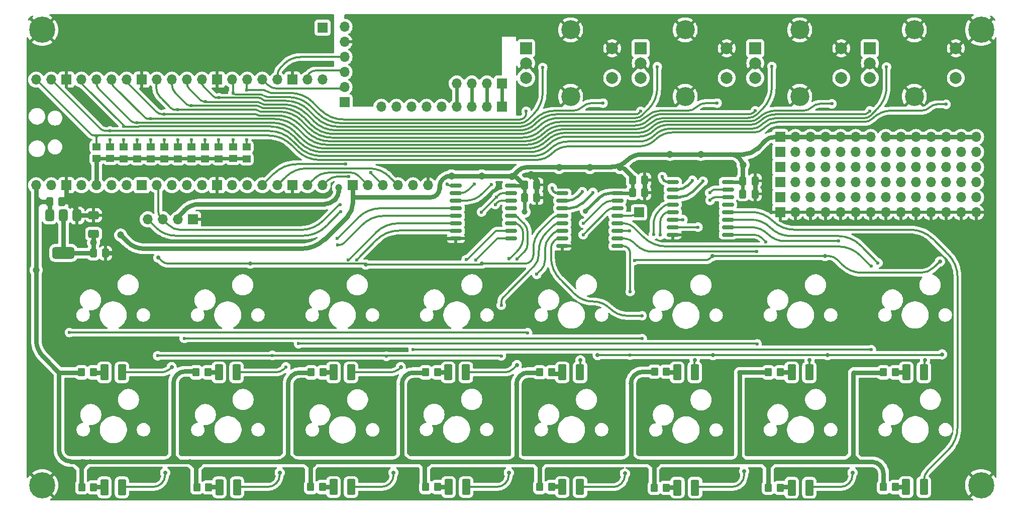
<source format=gbr>
%TF.GenerationSoftware,KiCad,Pcbnew,8.0.6*%
%TF.CreationDate,2025-04-15T16:38:21+01:00*%
%TF.ProjectId,PicoSynth,5069636f-5379-46e7-9468-2e6b69636164,rev?*%
%TF.SameCoordinates,Original*%
%TF.FileFunction,Copper,L1,Top*%
%TF.FilePolarity,Positive*%
%FSLAX46Y46*%
G04 Gerber Fmt 4.6, Leading zero omitted, Abs format (unit mm)*
G04 Created by KiCad (PCBNEW 8.0.6) date 2025-04-15 16:38:21*
%MOMM*%
%LPD*%
G01*
G04 APERTURE LIST*
G04 Aperture macros list*
%AMRoundRect*
0 Rectangle with rounded corners*
0 $1 Rounding radius*
0 $2 $3 $4 $5 $6 $7 $8 $9 X,Y pos of 4 corners*
0 Add a 4 corners polygon primitive as box body*
4,1,4,$2,$3,$4,$5,$6,$7,$8,$9,$2,$3,0*
0 Add four circle primitives for the rounded corners*
1,1,$1+$1,$2,$3*
1,1,$1+$1,$4,$5*
1,1,$1+$1,$6,$7*
1,1,$1+$1,$8,$9*
0 Add four rect primitives between the rounded corners*
20,1,$1+$1,$2,$3,$4,$5,0*
20,1,$1+$1,$4,$5,$6,$7,0*
20,1,$1+$1,$6,$7,$8,$9,0*
20,1,$1+$1,$8,$9,$2,$3,0*%
G04 Aperture macros list end*
%TA.AperFunction,ComponentPad*%
%ADD10R,1.700000X1.700000*%
%TD*%
%TA.AperFunction,ComponentPad*%
%ADD11C,0.700000*%
%TD*%
%TA.AperFunction,ComponentPad*%
%ADD12C,4.400000*%
%TD*%
%TA.AperFunction,ComponentPad*%
%ADD13O,1.700000X1.700000*%
%TD*%
%TA.AperFunction,SMDPad,CuDef*%
%ADD14RoundRect,0.250001X0.462499X1.074999X-0.462499X1.074999X-0.462499X-1.074999X0.462499X-1.074999X0*%
%TD*%
%TA.AperFunction,SMDPad,CuDef*%
%ADD15RoundRect,0.200400X-0.399600X-0.499600X0.399600X-0.499600X0.399600X0.499600X-0.399600X0.499600X0*%
%TD*%
%TA.AperFunction,SMDPad,CuDef*%
%ADD16RoundRect,0.199750X-0.387750X-0.525250X0.387750X-0.525250X0.387750X0.525250X-0.387750X0.525250X0*%
%TD*%
%TA.AperFunction,ComponentPad*%
%ADD17R,2.000000X2.000000*%
%TD*%
%TA.AperFunction,ComponentPad*%
%ADD18C,2.000000*%
%TD*%
%TA.AperFunction,ComponentPad*%
%ADD19C,3.200000*%
%TD*%
%TA.AperFunction,SMDPad,CuDef*%
%ADD20RoundRect,0.200400X-0.499600X0.399600X-0.499600X-0.399600X0.499600X-0.399600X0.499600X0.399600X0*%
%TD*%
%TA.AperFunction,SMDPad,CuDef*%
%ADD21RoundRect,0.150000X-0.875000X-0.150000X0.875000X-0.150000X0.875000X0.150000X-0.875000X0.150000X0*%
%TD*%
%TA.AperFunction,SMDPad,CuDef*%
%ADD22RoundRect,0.375000X-0.375000X0.625000X-0.375000X-0.625000X0.375000X-0.625000X0.375000X0.625000X0*%
%TD*%
%TA.AperFunction,SMDPad,CuDef*%
%ADD23RoundRect,0.500000X-1.400000X0.500000X-1.400000X-0.500000X1.400000X-0.500000X1.400000X0.500000X0*%
%TD*%
%TA.AperFunction,SMDPad,CuDef*%
%ADD24RoundRect,0.250000X0.650000X-0.412500X0.650000X0.412500X-0.650000X0.412500X-0.650000X-0.412500X0*%
%TD*%
%TA.AperFunction,ViaPad*%
%ADD25C,0.600000*%
%TD*%
%TA.AperFunction,ViaPad*%
%ADD26C,0.700000*%
%TD*%
%TA.AperFunction,ViaPad*%
%ADD27C,0.900000*%
%TD*%
%TA.AperFunction,ViaPad*%
%ADD28C,1.200000*%
%TD*%
%TA.AperFunction,ViaPad*%
%ADD29C,1.000000*%
%TD*%
%TA.AperFunction,Conductor*%
%ADD30C,0.300000*%
%TD*%
%TA.AperFunction,Conductor*%
%ADD31C,0.800000*%
%TD*%
%TA.AperFunction,Conductor*%
%ADD32C,0.500000*%
%TD*%
%TA.AperFunction,Conductor*%
%ADD33C,0.600000*%
%TD*%
%TA.AperFunction,Conductor*%
%ADD34C,0.400000*%
%TD*%
G04 APERTURE END LIST*
D10*
%TO.P,J7,1,Pin_1*%
%TO.N,Net-(J7-Pin_1)*%
X147269200Y-66548000D03*
%TD*%
D11*
%TO.P,H4,1,1*%
%TO.N,GND*%
X203277200Y-35814000D03*
X203760474Y-34647274D03*
X203760474Y-36980726D03*
X204927200Y-34164000D03*
D12*
X204927200Y-35814000D03*
D11*
X204927200Y-37464000D03*
X206093926Y-34647274D03*
X206093926Y-36980726D03*
X206577200Y-35814000D03*
%TD*%
D10*
%TO.P,J14,1,Pin_1*%
%TO.N,unconnected-(J14-Pin_1-Pad1)*%
X171069000Y-56388000D03*
D13*
%TO.P,J14,2,Pin_2*%
%TO.N,unconnected-(J14-Pin_2-Pad2)*%
X173609000Y-56388000D03*
%TO.P,J14,3,Pin_3*%
%TO.N,unconnected-(J14-Pin_3-Pad3)*%
X176149000Y-56388000D03*
%TO.P,J14,4,Pin_4*%
%TO.N,unconnected-(J14-Pin_4-Pad4)*%
X178689000Y-56388000D03*
%TO.P,J14,5,Pin_5*%
%TO.N,unconnected-(J14-Pin_5-Pad5)*%
X181229000Y-56388000D03*
%TO.P,J14,6,Pin_6*%
%TO.N,unconnected-(J14-Pin_6-Pad6)*%
X183769000Y-56388000D03*
%TO.P,J14,7,Pin_7*%
%TO.N,unconnected-(J14-Pin_7-Pad7)*%
X186309000Y-56388000D03*
%TO.P,J14,8,Pin_8*%
%TO.N,unconnected-(J14-Pin_8-Pad8)*%
X188849000Y-56388000D03*
%TO.P,J14,9,Pin_9*%
%TO.N,unconnected-(J14-Pin_9-Pad9)*%
X191389000Y-56388000D03*
%TO.P,J14,10,Pin_10*%
%TO.N,unconnected-(J14-Pin_10-Pad10)*%
X193929000Y-56388000D03*
%TO.P,J14,11,Pin_11*%
%TO.N,unconnected-(J14-Pin_11-Pad11)*%
X196469000Y-56388000D03*
%TO.P,J14,12,Pin_12*%
%TO.N,unconnected-(J14-Pin_12-Pad12)*%
X199009000Y-56388000D03*
%TO.P,J14,13,Pin_13*%
%TO.N,unconnected-(J14-Pin_13-Pad13)*%
X201549000Y-56388000D03*
%TO.P,J14,14,Pin_14*%
%TO.N,unconnected-(J14-Pin_14-Pad14)*%
X204089000Y-56388000D03*
%TD*%
D14*
%TO.P,D31,1,K*%
%TO.N,/LED_Pin13*%
X175985500Y-112903000D03*
%TO.P,D31,2,A*%
%TO.N,Net-(D31-A)*%
X173010500Y-112903000D03*
%TD*%
D15*
%TO.P,R34,1*%
%TO.N,/+5V*%
X130551500Y-112776000D03*
%TO.P,R34,2*%
%TO.N,Net-(D27-A)*%
X132551500Y-112776000D03*
%TD*%
D16*
%TO.P,C16,1*%
%TO.N,/+3V3*%
X146184800Y-63246000D03*
%TO.P,C16,2*%
%TO.N,GND*%
X148259800Y-63246000D03*
%TD*%
D17*
%TO.P,SW3,A,A*%
%TO.N,Net-(R11-Pad2)*%
X166867000Y-38914000D03*
D18*
%TO.P,SW3,B,B*%
%TO.N,Net-(R13-Pad2)*%
X166867000Y-43914000D03*
%TO.P,SW3,C,C*%
%TO.N,GND*%
X166867000Y-41414000D03*
D19*
%TO.P,SW3,MP,MP*%
X174367000Y-35814000D03*
X174367000Y-47014000D03*
D18*
%TO.P,SW3,S1,S1*%
%TO.N,Net-(R14-Pad1)*%
X181367000Y-43914000D03*
%TO.P,SW3,S2,S2*%
%TO.N,GND*%
X181367000Y-38914000D03*
%TD*%
D15*
%TO.P,R27,1*%
%TO.N,/+5V*%
X92054500Y-93472000D03*
%TO.P,R27,2*%
%TO.N,Net-(D22-A)*%
X94054500Y-93472000D03*
%TD*%
D14*
%TO.P,D25,1,K*%
%TO.N,/LED_Pin7*%
X118110000Y-93472000D03*
%TO.P,D25,2,A*%
%TO.N,Net-(D25-A)*%
X115135000Y-93472000D03*
%TD*%
D11*
%TO.P,H2,1,1*%
%TO.N,GND*%
X203272444Y-112466680D03*
X203755718Y-111299954D03*
X203755718Y-113633406D03*
X204922444Y-110816680D03*
D12*
X204922444Y-112466680D03*
D11*
X204922444Y-114116680D03*
X206089170Y-111299954D03*
X206089170Y-113633406D03*
X206572444Y-112466680D03*
%TD*%
D14*
%TO.P,D30,1,K*%
%TO.N,/LED_Pin12*%
X175985500Y-93472000D03*
%TO.P,D30,2,A*%
%TO.N,Net-(D30-A)*%
X173010500Y-93472000D03*
%TD*%
D10*
%TO.P,J12,1,Pin_1*%
%TO.N,/SDA_Bus_1*%
X171069000Y-61468000D03*
D13*
%TO.P,J12,2,Pin_2*%
%TO.N,unconnected-(J12-Pin_2-Pad2)*%
X173609000Y-61468000D03*
%TO.P,J12,3,Pin_3*%
%TO.N,unconnected-(J12-Pin_3-Pad3)*%
X176149000Y-61468000D03*
%TO.P,J12,4,Pin_4*%
%TO.N,unconnected-(J12-Pin_4-Pad4)*%
X178689000Y-61468000D03*
%TO.P,J12,5,Pin_5*%
%TO.N,unconnected-(J12-Pin_5-Pad5)*%
X181229000Y-61468000D03*
%TO.P,J12,6,Pin_6*%
%TO.N,unconnected-(J12-Pin_6-Pad6)*%
X183769000Y-61468000D03*
%TO.P,J12,7,Pin_7*%
%TO.N,unconnected-(J12-Pin_7-Pad7)*%
X186309000Y-61468000D03*
%TO.P,J12,8,Pin_8*%
%TO.N,unconnected-(J12-Pin_8-Pad8)*%
X188849000Y-61468000D03*
%TO.P,J12,9,Pin_9*%
%TO.N,unconnected-(J12-Pin_9-Pad9)*%
X191389000Y-61468000D03*
%TO.P,J12,10,Pin_10*%
%TO.N,unconnected-(J12-Pin_10-Pad10)*%
X193929000Y-61468000D03*
%TO.P,J12,11,Pin_11*%
%TO.N,unconnected-(J12-Pin_11-Pad11)*%
X196469000Y-61468000D03*
%TO.P,J12,12,Pin_12*%
%TO.N,unconnected-(J12-Pin_12-Pad12)*%
X199009000Y-61468000D03*
%TO.P,J12,13,Pin_13*%
%TO.N,unconnected-(J12-Pin_13-Pad13)*%
X201549000Y-61468000D03*
%TO.P,J12,14,Pin_14*%
%TO.N,unconnected-(J12-Pin_14-Pad14)*%
X204089000Y-61468000D03*
%TD*%
D10*
%TO.P,J9,1,Pin_1*%
%TO.N,/+3V3*%
X171069000Y-53848000D03*
D13*
%TO.P,J9,2,Pin_2*%
X173609000Y-53848000D03*
%TO.P,J9,3,Pin_3*%
X176149000Y-53848000D03*
%TO.P,J9,4,Pin_4*%
X178689000Y-53848000D03*
%TO.P,J9,5,Pin_5*%
X181229000Y-53848000D03*
%TO.P,J9,6,Pin_6*%
X183769000Y-53848000D03*
%TO.P,J9,7,Pin_7*%
X186309000Y-53848000D03*
%TO.P,J9,8,Pin_8*%
%TO.N,Net-(J9-Pin_10)*%
X188849000Y-53848000D03*
%TO.P,J9,9,Pin_9*%
X191389000Y-53848000D03*
%TO.P,J9,10,Pin_10*%
X193929000Y-53848000D03*
%TO.P,J9,11,Pin_11*%
X196469000Y-53848000D03*
%TO.P,J9,12,Pin_12*%
X199009000Y-53848000D03*
%TO.P,J9,13,Pin_13*%
X201549000Y-53848000D03*
%TO.P,J9,14,Pin_14*%
X204089000Y-53848000D03*
%TD*%
D10*
%TO.P,J3,1,Pin_1*%
%TO.N,GND*%
X72126000Y-67716000D03*
D13*
%TO.P,J3,2,Pin_2*%
%TO.N,/+5V*%
X69586000Y-67716000D03*
%TO.P,J3,3,Pin_3*%
%TO.N,/SCL_Bus_1*%
X67046000Y-67716000D03*
%TO.P,J3,4,Pin_4*%
%TO.N,/SDA_Bus_1*%
X64506000Y-67716000D03*
%TD*%
D16*
%TO.P,C15,1*%
%TO.N,/+3V3*%
X146177000Y-61087000D03*
%TO.P,C15,2*%
%TO.N,GND*%
X148252000Y-61087000D03*
%TD*%
D14*
%TO.P,D24,1,K*%
%TO.N,/LED_Pin6*%
X118164000Y-112776000D03*
%TO.P,D24,2,A*%
%TO.N,Net-(D24-A)*%
X115189000Y-112776000D03*
%TD*%
%TO.P,D18,1,K*%
%TO.N,/LED_Pin0*%
X60161500Y-112826800D03*
%TO.P,D18,2,A*%
%TO.N,Net-(D18-A)*%
X57186500Y-112826800D03*
%TD*%
%TO.P,D33,1,K*%
%TO.N,/LED_Pin15*%
X195270500Y-112776000D03*
%TO.P,D33,2,A*%
%TO.N,Net-(D33-A)*%
X192295500Y-112776000D03*
%TD*%
D15*
%TO.P,R25,1*%
%TO.N,/+5V*%
X72761600Y-112826800D03*
%TO.P,R25,2*%
%TO.N,Net-(D20-A)*%
X74761600Y-112826800D03*
%TD*%
%TO.P,R36,1*%
%TO.N,/+5V*%
X149876000Y-112903000D03*
%TO.P,R36,2*%
%TO.N,Net-(D29-A)*%
X151876000Y-112903000D03*
%TD*%
D20*
%TO.P,R54,1*%
%TO.N,/Encoder3_A*%
X58166000Y-55483000D03*
%TO.P,R54,2*%
%TO.N,/+3V3_Pico*%
X58166000Y-57483000D03*
%TD*%
D10*
%TO.P,J11,1,Pin_1*%
%TO.N,/SCL_Bus_1*%
X171069000Y-64008000D03*
D13*
%TO.P,J11,2,Pin_2*%
%TO.N,unconnected-(J11-Pin_2-Pad2)*%
X173609000Y-64008000D03*
%TO.P,J11,3,Pin_3*%
%TO.N,unconnected-(J11-Pin_3-Pad3)*%
X176149000Y-64008000D03*
%TO.P,J11,4,Pin_4*%
%TO.N,unconnected-(J11-Pin_4-Pad4)*%
X178689000Y-64008000D03*
%TO.P,J11,5,Pin_5*%
%TO.N,unconnected-(J11-Pin_5-Pad5)*%
X181229000Y-64008000D03*
%TO.P,J11,6,Pin_6*%
%TO.N,unconnected-(J11-Pin_6-Pad6)*%
X183769000Y-64008000D03*
%TO.P,J11,7,Pin_7*%
%TO.N,unconnected-(J11-Pin_7-Pad7)*%
X186309000Y-64008000D03*
%TO.P,J11,8,Pin_8*%
%TO.N,unconnected-(J11-Pin_8-Pad8)*%
X188849000Y-64008000D03*
%TO.P,J11,9,Pin_9*%
%TO.N,unconnected-(J11-Pin_9-Pad9)*%
X191389000Y-64008000D03*
%TO.P,J11,10,Pin_10*%
%TO.N,unconnected-(J11-Pin_10-Pad10)*%
X193929000Y-64008000D03*
%TO.P,J11,11,Pin_11*%
%TO.N,unconnected-(J11-Pin_11-Pad11)*%
X196469000Y-64008000D03*
%TO.P,J11,12,Pin_12*%
%TO.N,unconnected-(J11-Pin_12-Pad12)*%
X199009000Y-64008000D03*
%TO.P,J11,13,Pin_13*%
%TO.N,unconnected-(J11-Pin_13-Pad13)*%
X201549000Y-64008000D03*
%TO.P,J11,14,Pin_14*%
%TO.N,unconnected-(J11-Pin_14-Pad14)*%
X204089000Y-64008000D03*
%TD*%
D20*
%TO.P,R52,1*%
%TO.N,/Encoder1_B*%
X74168000Y-55515000D03*
%TO.P,R52,2*%
%TO.N,/+3V3_Pico*%
X74168000Y-57515000D03*
%TD*%
D16*
%TO.P,C29,1*%
%TO.N,/+3V3*%
X164775500Y-63423800D03*
%TO.P,C29,2*%
%TO.N,GND*%
X166850500Y-63423800D03*
%TD*%
D14*
%TO.P,D32,1,K*%
%TO.N,/LED_Pin14*%
X195289500Y-93472000D03*
%TO.P,D32,2,A*%
%TO.N,Net-(D32-A)*%
X192314500Y-93472000D03*
%TD*%
%TO.P,D19,1,K*%
%TO.N,/LED_Pin1*%
X60161500Y-93472000D03*
%TO.P,D19,2,A*%
%TO.N,Net-(D19-A)*%
X57186500Y-93472000D03*
%TD*%
D17*
%TO.P,SW1,A,A*%
%TO.N,Net-(R10-Pad2)*%
X128259000Y-38914000D03*
D18*
%TO.P,SW1,B,B*%
%TO.N,Net-(R9-Pad2)*%
X128259000Y-43914000D03*
%TO.P,SW1,C,C*%
%TO.N,GND*%
X128259000Y-41414000D03*
D19*
%TO.P,SW1,MP,MP*%
X135759000Y-35814000D03*
X135759000Y-47014000D03*
D18*
%TO.P,SW1,S1,S1*%
%TO.N,Net-(R12-Pad1)*%
X142759000Y-43914000D03*
%TO.P,SW1,S2,S2*%
%TO.N,GND*%
X142759000Y-38914000D03*
%TD*%
D14*
%TO.P,D20,1,K*%
%TO.N,/LED_Pin2*%
X79567100Y-112826800D03*
%TO.P,D20,2,A*%
%TO.N,Net-(D20-A)*%
X76592100Y-112826800D03*
%TD*%
D15*
%TO.P,R40,1*%
%TO.N,/+5V*%
X188481000Y-112776000D03*
%TO.P,R40,2*%
%TO.N,Net-(D33-A)*%
X190481000Y-112776000D03*
%TD*%
D16*
%TO.P,C31,1*%
%TO.N,/+3V3*%
X127999359Y-64058799D03*
%TO.P,C31,2*%
%TO.N,GND*%
X130074359Y-64058799D03*
%TD*%
D14*
%TO.P,D28,1,K*%
%TO.N,/LED_Pin10*%
X156681500Y-93472000D03*
%TO.P,D28,2,A*%
%TO.N,Net-(D28-A)*%
X153706500Y-93472000D03*
%TD*%
%TO.P,D26,1,K*%
%TO.N,/LED_Pin8*%
X137341000Y-93472000D03*
%TO.P,D26,2,A*%
%TO.N,Net-(D26-A)*%
X134366000Y-93472000D03*
%TD*%
D15*
%TO.P,R35,1*%
%TO.N,/+5V*%
X149892000Y-93345000D03*
%TO.P,R35,2*%
%TO.N,Net-(D28-A)*%
X151892000Y-93345000D03*
%TD*%
D10*
%TO.P,J13,1,Pin_1*%
%TO.N,unconnected-(J13-Pin_1-Pad1)*%
X171069000Y-58928000D03*
D13*
%TO.P,J13,2,Pin_2*%
%TO.N,unconnected-(J13-Pin_2-Pad2)*%
X173609000Y-58928000D03*
%TO.P,J13,3,Pin_3*%
%TO.N,unconnected-(J13-Pin_3-Pad3)*%
X176149000Y-58928000D03*
%TO.P,J13,4,Pin_4*%
%TO.N,unconnected-(J13-Pin_4-Pad4)*%
X178689000Y-58928000D03*
%TO.P,J13,5,Pin_5*%
%TO.N,unconnected-(J13-Pin_5-Pad5)*%
X181229000Y-58928000D03*
%TO.P,J13,6,Pin_6*%
%TO.N,unconnected-(J13-Pin_6-Pad6)*%
X183769000Y-58928000D03*
%TO.P,J13,7,Pin_7*%
%TO.N,unconnected-(J13-Pin_7-Pad7)*%
X186309000Y-58928000D03*
%TO.P,J13,8,Pin_8*%
%TO.N,unconnected-(J13-Pin_8-Pad8)*%
X188849000Y-58928000D03*
%TO.P,J13,9,Pin_9*%
%TO.N,unconnected-(J13-Pin_9-Pad9)*%
X191389000Y-58928000D03*
%TO.P,J13,10,Pin_10*%
%TO.N,unconnected-(J13-Pin_10-Pad10)*%
X193929000Y-58928000D03*
%TO.P,J13,11,Pin_11*%
%TO.N,unconnected-(J13-Pin_11-Pad11)*%
X196469000Y-58928000D03*
%TO.P,J13,12,Pin_12*%
%TO.N,unconnected-(J13-Pin_12-Pad12)*%
X199009000Y-58928000D03*
%TO.P,J13,13,Pin_13*%
%TO.N,unconnected-(J13-Pin_13-Pad13)*%
X201549000Y-58928000D03*
%TO.P,J13,14,Pin_14*%
%TO.N,unconnected-(J13-Pin_14-Pad14)*%
X204089000Y-58928000D03*
%TD*%
D10*
%TO.P,J10,1,Pin_1*%
%TO.N,GND*%
X171069000Y-66548000D03*
D13*
%TO.P,J10,2,Pin_2*%
X173609000Y-66548000D03*
%TO.P,J10,3,Pin_3*%
X176149000Y-66548000D03*
%TO.P,J10,4,Pin_4*%
X178689000Y-66548000D03*
%TO.P,J10,5,Pin_5*%
X181229000Y-66548000D03*
%TO.P,J10,6,Pin_6*%
X183769000Y-66548000D03*
%TO.P,J10,7,Pin_7*%
X186309000Y-66548000D03*
%TO.P,J10,8,Pin_8*%
X188849000Y-66548000D03*
%TO.P,J10,9,Pin_9*%
X191389000Y-66548000D03*
%TO.P,J10,10,Pin_10*%
X193929000Y-66548000D03*
%TO.P,J10,11,Pin_11*%
X196469000Y-66548000D03*
%TO.P,J10,12,Pin_12*%
X199009000Y-66548000D03*
%TO.P,J10,13,Pin_13*%
X201549000Y-66548000D03*
%TO.P,J10,14,Pin_14*%
X204089000Y-66548000D03*
%TD*%
D20*
%TO.P,R48,1*%
%TO.N,/Encoder0_B*%
X81153000Y-55515000D03*
%TO.P,R48,2*%
%TO.N,/+3V3_Pico*%
X81153000Y-57515000D03*
%TD*%
D14*
%TO.P,D21,1,K*%
%TO.N,/LED_Pin3*%
X79465500Y-93472000D03*
%TO.P,D21,2,A*%
%TO.N,Net-(D21-A)*%
X76490500Y-93472000D03*
%TD*%
D16*
%TO.P,C32,1*%
%TO.N,/+3V3*%
X127994500Y-61899800D03*
%TO.P,C32,2*%
%TO.N,GND*%
X130069500Y-61899800D03*
%TD*%
D20*
%TO.P,R53,1*%
%TO.N,/Encoder3_B*%
X60452000Y-55499000D03*
%TO.P,R53,2*%
%TO.N,/+3V3_Pico*%
X60452000Y-57499000D03*
%TD*%
D16*
%TO.P,C35,1*%
%TO.N,/+5V*%
X47984500Y-64770000D03*
%TO.P,C35,2*%
%TO.N,GND*%
X50059500Y-64770000D03*
%TD*%
D20*
%TO.P,R51,1*%
%TO.N,/Encoder1_A*%
X71882000Y-55515000D03*
%TO.P,R51,2*%
%TO.N,/+3V3_Pico*%
X71882000Y-57515000D03*
%TD*%
%TO.P,R50,1*%
%TO.N,/Encoder2_B*%
X67310000Y-55499000D03*
%TO.P,R50,2*%
%TO.N,/+3V3_Pico*%
X67310000Y-57499000D03*
%TD*%
D16*
%TO.P,C30,1*%
%TO.N,/+3V3*%
X164775500Y-61220800D03*
%TO.P,C30,2*%
%TO.N,GND*%
X166850500Y-61220800D03*
%TD*%
D14*
%TO.P,D27,1,K*%
%TO.N,/LED_Pin9*%
X137341000Y-112776000D03*
%TO.P,D27,2,A*%
%TO.N,Net-(D27-A)*%
X134366000Y-112776000D03*
%TD*%
D21*
%TO.P,U7,1,A0*%
%TO.N,Net-(JP11-C)*%
X152957000Y-61391800D03*
%TO.P,U7,2,A1*%
%TO.N,Net-(JP12-C)*%
X152957000Y-62661800D03*
%TO.P,U7,3,A2*%
%TO.N,Net-(JP13-C)*%
X152957000Y-63931800D03*
%TO.P,U7,4,P0*%
%TO.N,/LED_Pin8*%
X152957000Y-65201800D03*
%TO.P,U7,5,P1*%
%TO.N,/LED_Pin9*%
X152957000Y-66471800D03*
%TO.P,U7,6,P2*%
%TO.N,/LED_Pin10*%
X152957000Y-67741800D03*
%TO.P,U7,7,P3*%
%TO.N,/LED_Pin11*%
X152957000Y-69011800D03*
%TO.P,U7,8,VSS*%
%TO.N,GND*%
X152957000Y-70281800D03*
%TO.P,U7,9,P4*%
%TO.N,/LED_Pin12*%
X162257000Y-70281800D03*
%TO.P,U7,10,P5*%
%TO.N,/LED_Pin13*%
X162257000Y-69011800D03*
%TO.P,U7,11,P6*%
%TO.N,/LED_Pin14*%
X162257000Y-67741800D03*
%TO.P,U7,12,P7*%
%TO.N,/LED_Pin15*%
X162257000Y-66471800D03*
%TO.P,U7,13,~{INT}*%
%TO.N,unconnected-(U7-~{INT}-Pad13)*%
X162257000Y-65201800D03*
%TO.P,U7,14,SCL*%
%TO.N,/SCL_Bus_1*%
X162257000Y-63931800D03*
%TO.P,U7,15,SDA*%
%TO.N,/SDA_Bus_1*%
X162257000Y-62661800D03*
%TO.P,U7,16,VDD*%
%TO.N,/+3V3*%
X162257000Y-61391800D03*
%TD*%
D10*
%TO.P,J8,1,Pin_1*%
%TO.N,/Switch_Interrupt*%
X93980000Y-35433000D03*
%TD*%
D15*
%TO.P,R26,1*%
%TO.N,/+5V*%
X72660000Y-93472000D03*
%TO.P,R26,2*%
%TO.N,Net-(D21-A)*%
X74660000Y-93472000D03*
%TD*%
D17*
%TO.P,SW4,A,A*%
%TO.N,Net-(R17-Pad2)*%
X186171000Y-38914000D03*
D18*
%TO.P,SW4,B,B*%
%TO.N,Net-(R18-Pad2)*%
X186171000Y-43914000D03*
%TO.P,SW4,C,C*%
%TO.N,GND*%
X186171000Y-41414000D03*
D19*
%TO.P,SW4,MP,MP*%
X193671000Y-35814000D03*
X193671000Y-47014000D03*
D18*
%TO.P,SW4,S1,S1*%
%TO.N,Net-(R20-Pad1)*%
X200671000Y-43914000D03*
%TO.P,SW4,S2,S2*%
%TO.N,GND*%
X200671000Y-38914000D03*
%TD*%
D15*
%TO.P,R38,1*%
%TO.N,/+5V*%
X169069000Y-112887000D03*
%TO.P,R38,2*%
%TO.N,Net-(D31-A)*%
X171069000Y-112887000D03*
%TD*%
D17*
%TO.P,SW2,A,A*%
%TO.N,Net-(R15-Pad2)*%
X147563000Y-38914000D03*
D18*
%TO.P,SW2,B,B*%
%TO.N,Net-(R16-Pad2)*%
X147563000Y-43914000D03*
%TO.P,SW2,C,C*%
%TO.N,GND*%
X147563000Y-41414000D03*
D19*
%TO.P,SW2,MP,MP*%
X155063000Y-35814000D03*
X155063000Y-47014000D03*
D18*
%TO.P,SW2,S1,S1*%
%TO.N,Net-(R19-Pad1)*%
X162063000Y-43914000D03*
%TO.P,SW2,S2,S2*%
%TO.N,GND*%
X162063000Y-38914000D03*
%TD*%
D15*
%TO.P,R33,1*%
%TO.N,/+5V*%
X130553000Y-93462000D03*
%TO.P,R33,2*%
%TO.N,Net-(D26-A)*%
X132553000Y-93462000D03*
%TD*%
D10*
%TO.P,J5,1,Pin_1*%
%TO.N,/L*%
X124206000Y-44831000D03*
D13*
%TO.P,J5,2,Pin_2*%
%TO.N,/G_L*%
X121666000Y-44831000D03*
%TO.P,J5,3,Pin_3*%
%TO.N,/R*%
X119126000Y-44831000D03*
%TO.P,J5,4,Pin_4*%
%TO.N,/G_R*%
X116586000Y-44831000D03*
%TD*%
D15*
%TO.P,R30,1*%
%TO.N,/+5V*%
X111352000Y-93472000D03*
%TO.P,R30,2*%
%TO.N,Net-(D25-A)*%
X113352000Y-93472000D03*
%TD*%
D20*
%TO.P,R46,1*%
%TO.N,/Encoder1_Sw*%
X69596000Y-55515000D03*
%TO.P,R46,2*%
%TO.N,/+3V3_Pico*%
X69596000Y-57515000D03*
%TD*%
D14*
%TO.P,D23,1,K*%
%TO.N,/LED_Pin5*%
X98769500Y-112776000D03*
%TO.P,D23,2,A*%
%TO.N,Net-(D23-A)*%
X95794500Y-112776000D03*
%TD*%
D22*
%TO.P,U8,1,GND*%
%TO.N,GND*%
X52592000Y-67056000D03*
%TO.P,U8,2,VO*%
%TO.N,/+3V3_Regulator*%
X50292000Y-67056000D03*
D23*
X50292000Y-73356000D03*
D22*
%TO.P,U8,3,VI*%
%TO.N,/+5V*%
X47992000Y-67056000D03*
%TD*%
D21*
%TO.P,U6,1,A0*%
%TO.N,Net-(JP8-C)*%
X116430000Y-62026800D03*
%TO.P,U6,2,A1*%
%TO.N,Net-(JP9-C)*%
X116430000Y-63296800D03*
%TO.P,U6,3,A2*%
%TO.N,Net-(JP10-C)*%
X116430000Y-64566800D03*
%TO.P,U6,4,P0*%
%TO.N,/LED_Pin0*%
X116430000Y-65836800D03*
%TO.P,U6,5,P1*%
%TO.N,/LED_Pin1*%
X116430000Y-67106800D03*
%TO.P,U6,6,P2*%
%TO.N,/LED_Pin2*%
X116430000Y-68376800D03*
%TO.P,U6,7,P3*%
%TO.N,/LED_Pin3*%
X116430000Y-69646800D03*
%TO.P,U6,8,VSS*%
%TO.N,GND*%
X116430000Y-70916800D03*
%TO.P,U6,9,P4*%
%TO.N,/LED_Pin4*%
X125730000Y-70916800D03*
%TO.P,U6,10,P5*%
%TO.N,/LED_Pin5*%
X125730000Y-69646800D03*
%TO.P,U6,11,P6*%
%TO.N,/LED_Pin6*%
X125730000Y-68376800D03*
%TO.P,U6,12,P7*%
%TO.N,/LED_Pin7*%
X125730000Y-67106800D03*
%TO.P,U6,13,~{INT}*%
%TO.N,unconnected-(U6-~{INT}-Pad13)*%
X125730000Y-65836800D03*
%TO.P,U6,14,SCL*%
%TO.N,/SCL_Bus_1*%
X125730000Y-64566800D03*
%TO.P,U6,15,SDA*%
%TO.N,/SDA_Bus_1*%
X125730000Y-63296800D03*
%TO.P,U6,16,VDD*%
%TO.N,/+3V3*%
X125730000Y-62026800D03*
%TD*%
D20*
%TO.P,R49,1*%
%TO.N,/Encoder2_A*%
X65024000Y-55515000D03*
%TO.P,R49,2*%
%TO.N,/+3V3_Pico*%
X65024000Y-57515000D03*
%TD*%
D16*
%TO.P,C36,1*%
%TO.N,/+3V3_Regulator*%
X55329000Y-73406000D03*
%TO.P,C36,2*%
%TO.N,GND*%
X57404000Y-73406000D03*
%TD*%
D20*
%TO.P,R32,1*%
%TO.N,/Encoder2_Sw*%
X62738000Y-55515000D03*
%TO.P,R32,2*%
%TO.N,/+3V3_Pico*%
X62738000Y-57515000D03*
%TD*%
D15*
%TO.P,R37,1*%
%TO.N,/+5V*%
X169069000Y-93472000D03*
%TO.P,R37,2*%
%TO.N,Net-(D30-A)*%
X171069000Y-93472000D03*
%TD*%
D21*
%TO.P,U5,1,A0*%
%TO.N,Net-(JP5-C)*%
X134364200Y-63296800D03*
%TO.P,U5,2,A1*%
%TO.N,Net-(JP6-C)*%
X134364200Y-64566800D03*
%TO.P,U5,3,A2*%
%TO.N,Net-(JP7-C)*%
X134364200Y-65836800D03*
%TO.P,U5,4,P0*%
%TO.N,/Pin0*%
X134364200Y-67106800D03*
%TO.P,U5,5,P1*%
%TO.N,/Pin1*%
X134364200Y-68376800D03*
%TO.P,U5,6,P2*%
%TO.N,/Pin2*%
X134364200Y-69646800D03*
%TO.P,U5,7,P3*%
%TO.N,/Pin3*%
X134364200Y-70916800D03*
%TO.P,U5,8,VSS*%
%TO.N,GND*%
X134364200Y-72186800D03*
%TO.P,U5,9,P4*%
%TO.N,/Pin4*%
X143664200Y-72186800D03*
%TO.P,U5,10,P5*%
%TO.N,/Pin5*%
X143664200Y-70916800D03*
%TO.P,U5,11,P6*%
%TO.N,/Pin6*%
X143664200Y-69646800D03*
%TO.P,U5,12,P7*%
%TO.N,/Pin7*%
X143664200Y-68376800D03*
%TO.P,U5,13,~{INT}*%
%TO.N,Net-(J7-Pin_1)*%
X143664200Y-67106800D03*
%TO.P,U5,14,SCL*%
%TO.N,/SCL_Bus_0*%
X143664200Y-65836800D03*
%TO.P,U5,15,SDA*%
%TO.N,/SDA_Bus_0*%
X143664200Y-64566800D03*
%TO.P,U5,16,VDD*%
%TO.N,/+3V3*%
X143664200Y-63296800D03*
%TD*%
D15*
%TO.P,R29,1*%
%TO.N,/+5V*%
X111358500Y-112776000D03*
%TO.P,R29,2*%
%TO.N,Net-(D24-A)*%
X113358500Y-112776000D03*
%TD*%
D14*
%TO.P,D22,1,K*%
%TO.N,/LED_Pin4*%
X98769500Y-93472000D03*
%TO.P,D22,2,A*%
%TO.N,Net-(D22-A)*%
X95794500Y-93472000D03*
%TD*%
%TO.P,D29,1,K*%
%TO.N,/LED_Pin11*%
X156732300Y-112877600D03*
%TO.P,D29,2,A*%
%TO.N,Net-(D29-A)*%
X153757300Y-112877600D03*
%TD*%
D15*
%TO.P,R24,1*%
%TO.N,/+5V*%
X53356000Y-93472000D03*
%TO.P,R24,2*%
%TO.N,Net-(D19-A)*%
X55356000Y-93472000D03*
%TD*%
%TO.P,R39,1*%
%TO.N,/+5V*%
X188484000Y-93472000D03*
%TO.P,R39,2*%
%TO.N,Net-(D32-A)*%
X190484000Y-93472000D03*
%TD*%
D20*
%TO.P,R47,1*%
%TO.N,/Encoder0_A*%
X78867000Y-55483000D03*
%TO.P,R47,2*%
%TO.N,/+3V3_Pico*%
X78867000Y-57483000D03*
%TD*%
%TO.P,R31,1*%
%TO.N,/Encoder0_Sw*%
X76454000Y-55499000D03*
%TO.P,R31,2*%
%TO.N,/+3V3_Pico*%
X76454000Y-57499000D03*
%TD*%
D15*
%TO.P,R28,1*%
%TO.N,/+5V*%
X91964000Y-112776000D03*
%TO.P,R28,2*%
%TO.N,Net-(D23-A)*%
X93964000Y-112776000D03*
%TD*%
D24*
%TO.P,C37,1*%
%TO.N,/+3V3_Regulator*%
X55372000Y-70142500D03*
%TO.P,C37,2*%
%TO.N,GND*%
X55372000Y-67017500D03*
%TD*%
D11*
%TO.P,H1,1,1*%
%TO.N,GND*%
X45061228Y-112476059D03*
X45544502Y-111309333D03*
X45544502Y-113642785D03*
X46711228Y-110826059D03*
D12*
X46711228Y-112476059D03*
D11*
X46711228Y-114126059D03*
X47877954Y-111309333D03*
X47877954Y-113642785D03*
X48361228Y-112476059D03*
%TD*%
%TO.P,H3,1,1*%
%TO.N,GND*%
X45062274Y-35814000D03*
X45545548Y-34647274D03*
X45545548Y-36980726D03*
X46712274Y-34164000D03*
D12*
X46712274Y-35814000D03*
D11*
X46712274Y-37464000D03*
X47879000Y-34647274D03*
X47879000Y-36980726D03*
X48362274Y-35814000D03*
%TD*%
D15*
%TO.P,R23,1*%
%TO.N,/+5V*%
X53372000Y-112826800D03*
%TO.P,R23,2*%
%TO.N,Net-(D18-A)*%
X55372000Y-112826800D03*
%TD*%
D20*
%TO.P,R45,1*%
%TO.N,/Encoder3_Sw*%
X55880000Y-55483000D03*
%TO.P,R45,2*%
%TO.N,/+3V3_Pico*%
X55880000Y-57483000D03*
%TD*%
D10*
%TO.P,J6,1,Pin_1*%
%TO.N,/+3V3*%
X99060000Y-61976000D03*
D13*
%TO.P,J6,2,Pin_2*%
%TO.N,/CS*%
X101600000Y-61976000D03*
%TO.P,J6,3,Pin_3*%
%TO.N,/MOSI*%
X104140000Y-61976000D03*
%TO.P,J6,4,Pin_4*%
%TO.N,/CLK*%
X106680000Y-61976000D03*
%TO.P,J6,5,Pin_5*%
%TO.N,/MISO*%
X109220000Y-61976000D03*
%TO.P,J6,6,Pin_6*%
%TO.N,GND*%
X111760000Y-61976000D03*
%TD*%
%TO.P,U1,1,GPIO0*%
%TO.N,/Encoder3_Sw*%
X45720000Y-44196000D03*
%TO.P,U1,2,GPIO1*%
%TO.N,/Encoder3_A*%
X48260000Y-44196000D03*
D10*
%TO.P,U1,3,GND*%
%TO.N,GND*%
X50800000Y-44196000D03*
D13*
%TO.P,U1,4,GPIO2*%
%TO.N,/Encoder3_B*%
X53340000Y-44196000D03*
%TO.P,U1,5,GPIO3*%
%TO.N,/Encoder2_Sw*%
X55880000Y-44196000D03*
%TO.P,U1,6,GPIO4*%
%TO.N,/Encoder2_A*%
X58420000Y-44196000D03*
%TO.P,U1,7,GPIO5*%
%TO.N,/Encoder2_B*%
X60960000Y-44196000D03*
D10*
%TO.P,U1,8,GND*%
%TO.N,GND*%
X63500000Y-44196000D03*
D13*
%TO.P,U1,9,GPIO6*%
%TO.N,/Encoder1_Sw*%
X66040000Y-44196000D03*
%TO.P,U1,10,GPIO7*%
%TO.N,/Encoder1_A*%
X68580000Y-44196000D03*
%TO.P,U1,11,GPIO8*%
%TO.N,/Encoder1_B*%
X71120000Y-44196000D03*
%TO.P,U1,12,GPIO9*%
%TO.N,/Encoder0_Sw*%
X73660000Y-44196000D03*
D10*
%TO.P,U1,13,GND*%
%TO.N,GND*%
X76200000Y-44196000D03*
D13*
%TO.P,U1,14,GPIO10*%
%TO.N,/Encoder0_A*%
X78740000Y-44196000D03*
%TO.P,U1,15,GPIO11*%
%TO.N,/Encoder0_B*%
X81280000Y-44196000D03*
%TO.P,U1,16,GPIO12*%
%TO.N,/BCK*%
X83820000Y-44196000D03*
%TO.P,U1,17,GPIO13*%
%TO.N,/LRCK*%
X86360000Y-44196000D03*
D10*
%TO.P,U1,18,GND*%
%TO.N,GND*%
X88900000Y-44196000D03*
D13*
%TO.P,U1,19,GPIO14*%
%TO.N,/DIN*%
X91440000Y-44196000D03*
%TO.P,U1,20,GPIO15*%
%TO.N,/Switch_Interrupt*%
X93980000Y-44196000D03*
%TO.P,U1,21,GPIO16*%
%TO.N,/MISO*%
X93980000Y-61976000D03*
%TO.P,U1,22,GPIO17*%
%TO.N,/CS*%
X91440000Y-61976000D03*
D10*
%TO.P,U1,23,GND*%
%TO.N,GND*%
X88900000Y-61976000D03*
D13*
%TO.P,U1,24,GPIO18*%
%TO.N,/CLK*%
X86360000Y-61976000D03*
%TO.P,U1,25,GPIO19*%
%TO.N,/MOSI*%
X83820000Y-61976000D03*
%TO.P,U1,26,GPIO20*%
%TO.N,/SDA_Bus_0*%
X81280000Y-61976000D03*
%TO.P,U1,27,GPIO21*%
%TO.N,/SCL_Bus_0*%
X78740000Y-61976000D03*
D10*
%TO.P,U1,28,GND*%
%TO.N,GND*%
X76200000Y-61976000D03*
D13*
%TO.P,U1,29,GPIO22*%
%TO.N,unconnected-(U1-GPIO22-Pad29)_1*%
X73660000Y-61976000D03*
%TO.P,U1,30,RUN*%
%TO.N,unconnected-(U1-RUN-Pad30)_1*%
X71120000Y-61976000D03*
%TO.P,U1,31,GPIO26_ADC0*%
%TO.N,/SDA_Bus_1*%
X68580000Y-61976000D03*
%TO.P,U1,32,GPIO27_ADC1*%
%TO.N,/SCL_Bus_1*%
X66040000Y-61976000D03*
D10*
%TO.P,U1,33,AGND*%
%TO.N,unconnected-(U1-AGND-Pad33)_1*%
X63500000Y-61976000D03*
D13*
%TO.P,U1,34,GPIO28_ADC2*%
%TO.N,unconnected-(U1-GPIO28_ADC2-Pad34)_1*%
X60960000Y-61976000D03*
%TO.P,U1,35,ADC_VREF*%
%TO.N,unconnected-(U1-ADC_VREF-Pad35)_1*%
X58420000Y-61976000D03*
%TO.P,U1,36,3V3*%
%TO.N,/+3V3_Pico*%
X55880000Y-61976000D03*
%TO.P,U1,37,3V3_EN*%
%TO.N,unconnected-(U1-3V3_EN-Pad37)_1*%
X53340000Y-61976000D03*
D10*
%TO.P,U1,38,GND*%
%TO.N,GND*%
X50800000Y-61976000D03*
D13*
%TO.P,U1,39,VSYS*%
%TO.N,unconnected-(U1-VSYS-Pad39)*%
X48260000Y-61976000D03*
%TO.P,U1,40,VBUS*%
%TO.N,/+5V*%
X45720000Y-61976000D03*
%TD*%
D10*
%TO.P,J1,1,Pin_1*%
%TO.N,unconnected-(J1-Pin_1-Pad1)*%
X97653000Y-48006000D03*
D13*
%TO.P,J1,2,Pin_2*%
%TO.N,/BCK*%
X97653000Y-45466000D03*
%TO.P,J1,3,Pin_3*%
%TO.N,/DIN*%
X97653000Y-42926000D03*
%TO.P,J1,4,Pin_4*%
%TO.N,/LRCK*%
X97653000Y-40386000D03*
%TO.P,J1,5,Pin_5*%
%TO.N,GND*%
X97653000Y-37846000D03*
%TO.P,J1,6,Pin_6*%
%TO.N,/+5V*%
X97653000Y-35306000D03*
%TD*%
D10*
%TO.P,J4,1,Pin_1*%
%TO.N,/L*%
X124196000Y-48768000D03*
D13*
%TO.P,J4,2,Pin_2*%
%TO.N,/G_L*%
X121656000Y-48768000D03*
%TO.P,J4,3,Pin_3*%
%TO.N,/R*%
X119116000Y-48768000D03*
%TO.P,J4,4,Pin_4*%
%TO.N,/G_R*%
X116576000Y-48768000D03*
%TO.P,J4,5,Pin_5*%
%TO.N,/5*%
X114036000Y-48768000D03*
%TO.P,J4,6,Pin_6*%
%TO.N,/4*%
X111496000Y-48768000D03*
%TO.P,J4,7,Pin_7*%
%TO.N,/3*%
X108956000Y-48768000D03*
%TO.P,J4,8,Pin_8*%
%TO.N,/2*%
X106416000Y-48768000D03*
%TO.P,J4,9,Pin_9*%
%TO.N,/1*%
X103876000Y-48768000D03*
%TD*%
D25*
%TO.N,/Pin4*%
X145796000Y-79883000D03*
D26*
X198346000Y-90433000D03*
X179051000Y-90560000D03*
D25*
X145796000Y-90560000D03*
D26*
X159747000Y-90560000D03*
X140316000Y-90551000D03*
D27*
%TO.N,GND*%
X116840000Y-35560000D03*
X62230000Y-106172000D03*
X77470000Y-79756000D03*
X174367000Y-41414000D03*
X110490000Y-59309000D03*
X86360000Y-55880000D03*
D28*
X58877200Y-73406000D03*
D27*
X60960000Y-66040000D03*
X77978000Y-89408000D03*
D28*
X129133600Y-60198000D03*
D27*
X204470000Y-45720000D03*
X139700000Y-45720000D03*
X60960000Y-68580000D03*
X132588000Y-85852000D03*
X193040000Y-73660000D03*
X151892000Y-86614000D03*
X116840000Y-40640000D03*
X180340000Y-87376000D03*
X50800000Y-53340000D03*
X190500000Y-73660000D03*
X45720000Y-106680000D03*
X189230000Y-86868000D03*
X115316000Y-97536000D03*
X135759000Y-41414000D03*
X204470000Y-99060000D03*
X196596000Y-106172000D03*
X161036000Y-86614000D03*
X139700000Y-38100000D03*
X111760000Y-35560000D03*
X139954000Y-105918000D03*
X204470000Y-71120000D03*
X118872000Y-69088000D03*
X204470000Y-91440000D03*
X192786000Y-97536000D03*
X88900000Y-35560000D03*
X132588000Y-105918000D03*
X81788000Y-105918000D03*
X204470000Y-76200000D03*
X204470000Y-49530000D03*
X204470000Y-87630000D03*
X106680000Y-59309000D03*
X177800000Y-38100000D03*
X113030000Y-105918000D03*
X193671000Y-41914000D03*
X121920000Y-40640000D03*
X50800000Y-55880000D03*
X204470000Y-95250000D03*
X83820000Y-58420000D03*
X204448525Y-41886581D03*
X136220200Y-72186800D03*
X45720000Y-101600000D03*
X154910456Y-70292764D03*
X116078000Y-80264000D03*
X96266000Y-97536000D03*
X157465035Y-66039999D03*
X102108000Y-105918000D03*
X111760000Y-40640000D03*
X121920000Y-35560000D03*
X204470000Y-106680000D03*
X151638000Y-77724000D03*
X196850000Y-45720000D03*
X50800000Y-58420000D03*
D29*
X110744000Y-74015600D03*
D27*
X45720000Y-96520000D03*
X76200000Y-38100000D03*
X158750000Y-45720000D03*
X187960000Y-71120000D03*
X121412000Y-105918000D03*
X204470000Y-83820000D03*
X93980000Y-105918000D03*
X88900000Y-38100000D03*
X158749999Y-38073616D03*
X57404000Y-97790000D03*
X179070000Y-106172000D03*
X48260000Y-86360000D03*
X76200000Y-35560000D03*
X167767000Y-58547000D03*
X159004000Y-105918000D03*
X83820000Y-35560000D03*
X77216000Y-67564000D03*
X171704000Y-87376000D03*
X192278000Y-88646000D03*
X173736000Y-97536000D03*
X135128000Y-97536000D03*
X204470000Y-102870000D03*
X204418500Y-80003486D03*
X137160000Y-75184000D03*
X75946000Y-97790000D03*
X48260000Y-81280000D03*
X74362973Y-105907507D03*
X155063000Y-41414000D03*
X83820000Y-55880000D03*
X193040000Y-71120000D03*
X151638000Y-105918000D03*
X58674000Y-89408000D03*
X200660000Y-71120000D03*
X177800000Y-45720000D03*
X96774000Y-80010000D03*
X83820000Y-38100000D03*
X196850000Y-38100000D03*
X170688000Y-105918000D03*
X154178000Y-97536000D03*
X130810000Y-67310000D03*
X107188000Y-39497000D03*
X190500000Y-106172000D03*
D25*
%TO.N,/Pin5*%
X167171600Y-88685600D03*
X167088000Y-73152000D03*
X89916000Y-88646000D03*
D28*
%TO.N,/+5V*%
X45720000Y-76250800D03*
X96647000Y-62357000D03*
D25*
%TO.N,/Pin6*%
X145669000Y-69646800D03*
D26*
X159639000Y-73914000D03*
D25*
X146558000Y-74625200D03*
D26*
X197993000Y-74803000D03*
X178654600Y-73914000D03*
D25*
%TO.N,/Pin7*%
X186423500Y-89662000D03*
X109220000Y-89622400D03*
X186392000Y-75565000D03*
D26*
%TO.N,/Pin0*%
X66294000Y-74168000D03*
X120777000Y-75184000D03*
X81788000Y-75184000D03*
X101219000Y-75311000D03*
D25*
%TO.N,/Pin1*%
X124079000Y-82169000D03*
X104716000Y-90746000D03*
X124085100Y-90687000D03*
X85482000Y-90621600D03*
X66178000Y-90678000D03*
%TO.N,/Pin2*%
X51309300Y-86766400D03*
X130048000Y-76962000D03*
X128512800Y-86806000D03*
%TO.N,/Pin3*%
X70662800Y-87731600D03*
X147816800Y-87771200D03*
X147788500Y-83947000D03*
D28*
%TO.N,/+3V3*%
X125857000Y-60502800D03*
X157708600Y-56769000D03*
X120777000Y-60375800D03*
X144094200Y-58978800D03*
X115697000Y-60375800D03*
X59944000Y-70358000D03*
X133807200Y-58978800D03*
D27*
X138277600Y-66344800D03*
D28*
X152501600Y-56769000D03*
X164820600Y-58547000D03*
D29*
X128015638Y-66444935D03*
D28*
X139014200Y-58978800D03*
D25*
%TO.N,Net-(JP5-C)*%
X132664200Y-62407800D03*
%TO.N,Net-(JP6-C)*%
X137744200Y-63042800D03*
%TO.N,Net-(JP7-C)*%
X139522200Y-63169800D03*
%TO.N,/Encoder0_Sw*%
X141224000Y-48141000D03*
X76454000Y-54356000D03*
X76517500Y-47244000D03*
%TO.N,/Encoder0_B*%
X81153000Y-54356000D03*
X128270000Y-49530000D03*
X81153000Y-45974000D03*
%TO.N,/Encoder0_A*%
X78867000Y-46482000D03*
X78867000Y-54356000D03*
X131064000Y-42164000D03*
%TO.N,/Encoder2_A*%
X65024000Y-54356000D03*
X65024000Y-50785000D03*
X169672000Y-41960800D03*
%TO.N,/Encoder2_B*%
X166878000Y-49428400D03*
X67310000Y-54356000D03*
X67310000Y-49987200D03*
%TO.N,/Encoder2_Sw*%
X62738000Y-54356000D03*
X179781200Y-48260000D03*
X62738000Y-51435000D03*
%TO.N,/Encoder1_A*%
X71882000Y-48564800D03*
X150368000Y-42011600D03*
X71882000Y-54356000D03*
%TO.N,/Encoder1_B*%
X74203919Y-47872625D03*
X74168000Y-54356000D03*
X147574000Y-49530000D03*
%TO.N,/Encoder3_A*%
X58166000Y-54356000D03*
X189001400Y-42062400D03*
X58166000Y-52832000D03*
%TO.N,/Encoder3_B*%
X60452000Y-54356000D03*
X60452000Y-52070000D03*
X186182000Y-49453800D03*
%TO.N,/Encoder1_Sw*%
X69596000Y-49276000D03*
X69596000Y-54356000D03*
X160443800Y-48141000D03*
%TO.N,/Encoder3_Sw*%
X199021700Y-48348900D03*
%TO.N,Net-(JP8-C)*%
X114935000Y-61772800D03*
%TO.N,Net-(JP9-C)*%
X119507000Y-61772800D03*
%TO.N,Net-(JP10-C)*%
X122396500Y-61868300D03*
%TO.N,Net-(JP11-C)*%
X151231600Y-60515500D03*
%TO.N,Net-(JP12-C)*%
X156311600Y-61150500D03*
%TO.N,Net-(JP13-C)*%
X158089600Y-61277500D03*
%TO.N,/SCL_Bus_1*%
X159258000Y-64516000D03*
X96901000Y-65201800D03*
X123063000Y-65201800D03*
%TO.N,/SDA_Bus_1*%
X159207200Y-63246000D03*
X97028000Y-66446400D03*
X123262400Y-63953400D03*
X120744000Y-66471800D03*
%TO.N,/SDA_Bus_0*%
X137947400Y-68376800D03*
%TO.N,/SCL_Bus_0*%
X137871200Y-70281800D03*
D26*
%TO.N,/LED_Pin7*%
X126695200Y-92252800D03*
D25*
X126746000Y-74422000D03*
D26*
%TO.N,/LED_Pin6*%
X125349000Y-110331000D03*
D25*
X125349000Y-74295000D03*
%TO.N,/LED_Pin4*%
X119761000Y-74549000D03*
D26*
X107137200Y-92557600D03*
D25*
%TO.N,/LED_Pin2*%
X98310700Y-74534000D03*
D26*
X86741000Y-110331000D03*
%TO.N,/LED_Pin1*%
X68529200Y-92557600D03*
D25*
X96494600Y-72009000D03*
%TO.N,/LED_Pin0*%
X96441380Y-70914380D03*
D26*
X67437000Y-110331000D03*
%TO.N,/LED_Pin5*%
X105918000Y-110331000D03*
D25*
X118173500Y-74485500D03*
%TO.N,/LED_Pin3*%
X87782400Y-92557600D03*
X99695000Y-74534000D03*
%TO.N,/LED_Pin10*%
X154686000Y-67741800D03*
D26*
X156665396Y-91379970D03*
D25*
%TO.N,/LED_Pin14*%
X187553600Y-75031600D03*
D26*
X195453000Y-91440000D03*
%TO.N,/LED_Pin8*%
X137414000Y-91440000D03*
D25*
X149733000Y-70256400D03*
%TO.N,/LED_Pin13*%
X180949600Y-71374000D03*
D26*
X183261000Y-110331000D03*
D25*
%TO.N,/LED_Pin12*%
X168656000Y-71501000D03*
D26*
X176022000Y-91440000D03*
D25*
%TO.N,/LED_Pin9*%
X150876000Y-70358000D03*
D26*
X144907000Y-110490000D03*
%TO.N,/LED_Pin11*%
X164997504Y-110109000D03*
D25*
X157226000Y-69011800D03*
D28*
%TO.N,/+3V3_Regulator*%
X55372000Y-71628000D03*
D25*
%TO.N,/MOSI*%
X97891600Y-58420000D03*
X102057200Y-59842400D03*
%TO.N,/MISO*%
X98348800Y-60502800D03*
%TD*%
D30*
%TO.N,/CLK*%
X87782400Y-60553600D02*
X86360000Y-61976000D01*
X105257600Y-60553600D02*
X106680000Y-61976000D01*
X101823622Y-59131200D02*
X91216377Y-59131200D01*
X105257600Y-60553600D02*
G75*
G03*
X101823622Y-59131191I-3434000J-3434000D01*
G01*
X91216377Y-59131200D02*
G75*
G03*
X87782407Y-60553607I23J-4856400D01*
G01*
%TO.N,/Pin4*%
X159747000Y-90560000D02*
X145796000Y-90560000D01*
X159747000Y-90560000D02*
X178797000Y-90560000D01*
X144581905Y-72186800D02*
X143664200Y-72186800D01*
X198346000Y-90433000D02*
X198287000Y-90492000D01*
X145796000Y-73400894D02*
X145796000Y-79883000D01*
X145796000Y-90560000D02*
X140579000Y-90560000D01*
X198144561Y-90551000D02*
X178806000Y-90551000D01*
X198287000Y-90492000D02*
G75*
G02*
X198144561Y-90550984I-142400J142400D01*
G01*
X145440400Y-72542400D02*
G75*
G03*
X144581905Y-72186798I-858500J-858500D01*
G01*
X145440400Y-72542400D02*
G75*
G02*
X145796002Y-73400894I-858500J-858500D01*
G01*
D31*
%TO.N,GND*%
X52723447Y-66979000D02*
X55372000Y-66979000D01*
X166850500Y-63369918D02*
X166850500Y-61220800D01*
X58877200Y-73406000D02*
X57404000Y-73406000D01*
X148259800Y-61100315D02*
X148259800Y-63246000D01*
X130069500Y-64050504D02*
X130069500Y-61899800D01*
X50800000Y-64336394D02*
X50800000Y-61976000D01*
D32*
X154910456Y-70292764D02*
X153103456Y-70292764D01*
D31*
X129133600Y-60198000D02*
X130145700Y-61210100D01*
X50313500Y-64770000D02*
X50693500Y-64770000D01*
D33*
X110744000Y-74015600D02*
X112928086Y-71831513D01*
X115136400Y-70916800D02*
X116430000Y-70916800D01*
D31*
X52238446Y-65702446D02*
X51739102Y-65203102D01*
X50366394Y-64770000D02*
X50313500Y-64770000D01*
D32*
X136220200Y-72186800D02*
X134413200Y-72186800D01*
D31*
X50800000Y-64336394D02*
G75*
G02*
X50673002Y-64643002I-433600J-6D01*
G01*
X50673000Y-64643000D02*
G75*
G02*
X50366394Y-64769998I-306600J306600D01*
G01*
D33*
X115136400Y-70916800D02*
G75*
G03*
X112928092Y-71831519I0J-3123000D01*
G01*
D31*
X52238446Y-65702446D02*
G75*
G02*
X52592002Y-66556000I-853546J-853554D01*
G01*
X51739102Y-65203102D02*
G75*
G03*
X50693500Y-64769998I-1045602J-1045598D01*
G01*
D30*
%TO.N,/Pin5*%
X144692000Y-70916800D02*
X143664200Y-70916800D01*
X89968100Y-88646000D02*
X167132000Y-88646000D01*
X149535525Y-73152000D02*
X167088000Y-73152000D01*
X146837400Y-72034400D02*
X146446564Y-71643564D01*
X146837400Y-72034400D02*
G75*
G03*
X149535525Y-73151990I2698100J2698100D01*
G01*
X146446564Y-71643564D02*
G75*
G03*
X144692000Y-70916792I-1754564J-1754536D01*
G01*
D31*
%TO.N,/+5V*%
X54041106Y-108801893D02*
X53378313Y-109464686D01*
X92369602Y-108510234D02*
X93304397Y-108510234D01*
X183578500Y-108520234D02*
X183197500Y-108520234D01*
X69913500Y-108476000D02*
X69786500Y-108476000D01*
X45720000Y-65902250D02*
X45720000Y-63637750D01*
X126619000Y-107479383D02*
X126619000Y-107658617D01*
X130728042Y-109100191D02*
X130995500Y-108832734D01*
X73120158Y-108510234D02*
X74199841Y-108510234D01*
X68169506Y-108251493D02*
X68827636Y-107593363D01*
X53906117Y-108476000D02*
X54827883Y-108476000D01*
X51530000Y-108476000D02*
X53389914Y-108476000D01*
X146236249Y-108510234D02*
X145609750Y-108510234D01*
X71645117Y-108493117D02*
X72541637Y-109389637D01*
X106833116Y-108103116D02*
X107213800Y-107722433D01*
X164719000Y-108510234D02*
X164465000Y-108510234D01*
X163893500Y-108510234D02*
X163004500Y-108510234D01*
X72624317Y-109435234D02*
X72624317Y-112729234D01*
X88138000Y-107531617D02*
X88138000Y-95504000D01*
X110058523Y-108510234D02*
X108906750Y-108510234D01*
X45720000Y-63637750D02*
X45720000Y-61976000D01*
X67627500Y-108476000D02*
X54827883Y-108476000D01*
X69678098Y-108431098D02*
X68840363Y-107593363D01*
X69786500Y-108476000D02*
X68759605Y-108476000D01*
X164719000Y-108510234D02*
X164782500Y-108510234D01*
X70834000Y-93300600D02*
X72576000Y-93300600D01*
X93304397Y-108510234D02*
X105850249Y-108510234D01*
X182616500Y-108510234D02*
X182127500Y-108510234D01*
X168959366Y-109270800D02*
X168198800Y-108510234D01*
X107315000Y-107658617D02*
X107315000Y-95504000D01*
X164427802Y-108510234D02*
X164248197Y-108510234D01*
X72549204Y-108510234D02*
X71686441Y-108510234D01*
X89819552Y-108510234D02*
X90591602Y-108510234D01*
X45720000Y-76250800D02*
X45720000Y-65902250D01*
X45720000Y-88005146D02*
X45720000Y-76250800D01*
X72661117Y-109411234D02*
X72593775Y-109411234D01*
X88036800Y-107595433D02*
X87592617Y-108039617D01*
X169069000Y-109270800D02*
X169190834Y-109270800D01*
X169069000Y-109270800D02*
X169069000Y-108529034D01*
X184097394Y-108340628D02*
X183436436Y-107679670D01*
X49573360Y-93497400D02*
X53383000Y-93497400D01*
X111861626Y-108612434D02*
X111861626Y-108538243D01*
X130389653Y-109105887D02*
X130108500Y-108824734D01*
X107614534Y-107793768D02*
X107923883Y-108103117D01*
X149813317Y-109065575D02*
X149813317Y-108507234D01*
X183388000Y-107034883D02*
X183388000Y-107341117D01*
X111145008Y-109120434D02*
X111234625Y-109120434D01*
X72616317Y-109411234D02*
X72593775Y-109411234D01*
X111234625Y-109120434D02*
X111308818Y-109120434D01*
X49530000Y-93489960D02*
X49530000Y-106476000D01*
X70648459Y-66213459D02*
X69586000Y-67275919D01*
X68834000Y-95300600D02*
X68834000Y-107560000D01*
X130861916Y-108510234D02*
X131774083Y-108510234D01*
X88488447Y-108510234D02*
X87787552Y-108510234D01*
X164909500Y-108510234D02*
X168198800Y-108510234D01*
X145923000Y-107733383D02*
X145923000Y-108298400D01*
X107315000Y-107658617D02*
X107315000Y-107733383D01*
X164238313Y-93456000D02*
X169069000Y-93456000D01*
X149431326Y-108510234D02*
X150288673Y-108510234D01*
X169542817Y-108510234D02*
X169951400Y-108510234D01*
X53323686Y-109464686D02*
X52335000Y-108476000D01*
X111068515Y-109088749D02*
X110795100Y-108815334D01*
X169951400Y-108510234D02*
X182127500Y-108510234D01*
X169087800Y-108510234D02*
X169542817Y-108510234D01*
X73120158Y-108510234D02*
X72611429Y-108510234D01*
X150198650Y-109060583D02*
X150423500Y-108835734D01*
X183388000Y-108329734D02*
X183388000Y-107341117D01*
X164211000Y-107468117D02*
X164211000Y-108293431D01*
X163763308Y-108195924D02*
X164012927Y-107946306D01*
X88138000Y-107606383D02*
X88138000Y-108425400D01*
X164909500Y-108510234D02*
X164782500Y-108510234D01*
X72549204Y-108510234D02*
X72611429Y-108510234D01*
X130517317Y-109163234D02*
X130517317Y-112711234D01*
X109315000Y-93504000D02*
X111057000Y-93504000D01*
X107001750Y-108510234D02*
X105850249Y-108510234D01*
X145821800Y-107722433D02*
X145441117Y-108103117D01*
X68262500Y-108476000D02*
X68400394Y-108476000D01*
X147387750Y-108510234D02*
X148510673Y-108510234D01*
X69913500Y-108476000D02*
X71603792Y-108476000D01*
X73278274Y-108891959D02*
X72828213Y-109342020D01*
X53500553Y-108476000D02*
X53906117Y-108476000D01*
X107315000Y-107733383D02*
X107315000Y-108425400D01*
X184023000Y-108520234D02*
X183959500Y-108520234D01*
X146404883Y-108103117D02*
X146024199Y-107722433D01*
X164409072Y-107946306D02*
X164801098Y-108338332D01*
X126619000Y-107658617D02*
X126619000Y-108425400D01*
X183339563Y-107542670D02*
X182544887Y-108337346D01*
X68834000Y-107578000D02*
X68834000Y-108042394D01*
X183388000Y-107425734D02*
X183388000Y-107341117D01*
X91917317Y-109072575D02*
X91917317Y-108520234D01*
X164211000Y-93483313D02*
X164211000Y-107468117D01*
X145923000Y-95377000D02*
X145923000Y-107658617D01*
X130509317Y-109139234D02*
X130470158Y-109139234D01*
X53367000Y-108609553D02*
X53367000Y-112794000D01*
X147387750Y-108510234D02*
X146236249Y-108510234D01*
X91917317Y-109269892D02*
X91917317Y-112727234D01*
X144458249Y-108510234D02*
X131774083Y-108510234D01*
X183550175Y-93504000D02*
X188400000Y-93504000D01*
X169069000Y-108529034D02*
X169087800Y-108510234D01*
X126395815Y-108510234D02*
X125318184Y-108510234D01*
X72624317Y-108585346D02*
X72624317Y-109419234D01*
X169190834Y-109270800D02*
X169951400Y-108510234D01*
X88683383Y-108039617D02*
X88239199Y-107595433D01*
X110058523Y-108510234D02*
X110921476Y-108510234D01*
X111809164Y-108739087D02*
X111511963Y-109036288D01*
X92267458Y-109079775D02*
X92506500Y-108840734D01*
X183388000Y-107425734D02*
X183388000Y-107562734D01*
X149296500Y-108835734D02*
X149554359Y-109093593D01*
X110921476Y-108510234D02*
X125318184Y-108510234D01*
X183388000Y-93666175D02*
X183388000Y-107034883D01*
X108906750Y-108510234D02*
X107755249Y-108510234D01*
X148510673Y-108510234D02*
X149431326Y-108510234D01*
X127919815Y-108510234D02*
X126842184Y-108510234D01*
X94262171Y-65151000D02*
X73213463Y-65151000D01*
X130525317Y-109155234D02*
X130595158Y-109155234D01*
X126555631Y-107811602D02*
X126238000Y-108129234D01*
X128619000Y-93504000D02*
X130361000Y-93504000D01*
X107001750Y-108510234D02*
X107755249Y-108510234D01*
X126842184Y-108510234D02*
X126395815Y-108510234D01*
X183959500Y-108520234D02*
X183578500Y-108520234D01*
X145609750Y-108510234D02*
X144458249Y-108510234D01*
X72624317Y-109419234D02*
X72624317Y-109435234D01*
X111234625Y-109120434D02*
X111308817Y-109120434D01*
X163004500Y-108510234D02*
X151209326Y-108510234D01*
X182616500Y-108510234D02*
X182853928Y-108510234D01*
X87787552Y-108510234D02*
X86456447Y-108510234D01*
X47984500Y-64770000D02*
X46852250Y-64770000D01*
X68834000Y-107560000D02*
X68834000Y-107578000D01*
X130517317Y-109163234D02*
X130517317Y-109147234D01*
X149955658Y-109161234D02*
X149908975Y-109161234D01*
X183197500Y-108520234D02*
X182878071Y-108520234D01*
X126619000Y-95504000D02*
X126619000Y-107479383D01*
X150288673Y-108510234D02*
X151209326Y-108510234D01*
X92046658Y-109171234D02*
X92015975Y-109171234D01*
X92369602Y-108510234D02*
X91526397Y-108510234D01*
X130517317Y-109147234D02*
X130517317Y-108631234D01*
X111189817Y-109165242D02*
X111189817Y-112676434D01*
X91650237Y-109101471D02*
X91389500Y-108840734D01*
X129349229Y-108510234D02*
X130238770Y-108510234D01*
X168198800Y-108510234D02*
X169087800Y-108510234D01*
X126682368Y-107811602D02*
X127000000Y-108129234D01*
X74199841Y-108510234D02*
X86456447Y-108510234D01*
X130238770Y-108510234D02*
X130861916Y-108510234D01*
X47984500Y-64770000D02*
X47984500Y-67043196D01*
X89819552Y-108510234D02*
X88488447Y-108510234D01*
X90591602Y-108510234D02*
X91526397Y-108510234D01*
X107378500Y-107696000D02*
X107277617Y-107696000D01*
X147923000Y-93377000D02*
X149665000Y-93377000D01*
X164427802Y-108510234D02*
X164465000Y-108510234D01*
X169069000Y-109270800D02*
X168959366Y-109270800D01*
X95948499Y-64452499D02*
X96153085Y-64247914D01*
X184531000Y-108520234D02*
X184023000Y-108520234D01*
X127919815Y-108510234D02*
X129349229Y-108510234D01*
X96647000Y-63055500D02*
X96647000Y-62357000D01*
X164248197Y-108510234D02*
X163893500Y-108510234D01*
X53389914Y-108476000D02*
X53500553Y-108476000D01*
X169069000Y-112887000D02*
X169069000Y-109270800D01*
X49542700Y-93484700D02*
X46891573Y-90833573D01*
X188481000Y-110520234D02*
X188481000Y-112776000D01*
X90138000Y-93504000D02*
X91880000Y-93504000D01*
X149813317Y-109256892D02*
X149813317Y-112727234D01*
X68262500Y-108476000D02*
X67627500Y-108476000D01*
X184531000Y-108520234D02*
X186481000Y-108520234D01*
X68759605Y-108476000D02*
X68400394Y-108476000D01*
X91917317Y-109072575D02*
G75*
G03*
X92015975Y-109171283I98683J-25D01*
G01*
X149554359Y-109093593D02*
G75*
G03*
X149717658Y-109161265I163341J163293D01*
G01*
X71603792Y-108476000D02*
G75*
G02*
X71645112Y-108493122I8J-58400D01*
G01*
X86456447Y-108510234D02*
G75*
G03*
X87592603Y-108039603I-47J1606834D01*
G01*
X111861626Y-108612434D02*
G75*
G02*
X111809150Y-108739073I-179126J34D01*
G01*
X110795100Y-108815334D02*
G75*
G03*
X110058523Y-108510214I-736600J-736566D01*
G01*
X88100617Y-107569000D02*
G75*
G03*
X88138000Y-107531617I-17J37400D01*
G01*
X88488447Y-108510234D02*
G75*
G03*
X88683303Y-108039697I-47J275634D01*
G01*
X88138000Y-107531617D02*
G75*
G03*
X88175383Y-107569000I37400J17D01*
G01*
X145441117Y-108103117D02*
G75*
G03*
X145609750Y-108510354I168683J-168683D01*
G01*
X68827636Y-107593363D02*
G75*
G03*
X68834007Y-107578000I-15336J15363D01*
G01*
X107277617Y-107696000D02*
G75*
G03*
X107315000Y-107658617I-17J37400D01*
G01*
X53406117Y-108515117D02*
G75*
G03*
X53366952Y-108609553I94383J-94483D01*
G01*
X72593775Y-109411234D02*
G75*
G02*
X72541649Y-109389625I25J73734D01*
G01*
X46852250Y-64770000D02*
G75*
G03*
X45720000Y-65902250I-50J-1132200D01*
G01*
X150198650Y-109060583D02*
G75*
G02*
X149955658Y-109161207I-242950J242983D01*
G01*
X164782500Y-108510234D02*
G75*
G03*
X164846034Y-108446734I0J63534D01*
G01*
X49573360Y-93497400D02*
G75*
G02*
X49542712Y-93484688I40J43400D01*
G01*
X130238770Y-108510234D02*
G75*
G03*
X130108471Y-108824763I30J-184266D01*
G01*
X87592617Y-108039617D02*
G75*
G03*
X87787552Y-108510348I194983J-194983D01*
G01*
X183388000Y-107562734D02*
G75*
G03*
X183339515Y-107542622I-28400J34D01*
G01*
X183339563Y-107542670D02*
G75*
G03*
X183388016Y-107425734I-116963J116970D01*
G01*
X91917317Y-109269892D02*
G75*
G03*
X91818658Y-109171283I-98617J-8D01*
G01*
X71645117Y-108493117D02*
G75*
G03*
X71686441Y-108510207I41283J41317D01*
G01*
X163763308Y-108195924D02*
G75*
G03*
X163893500Y-108510208I130192J-130176D01*
G01*
X163004500Y-108510234D02*
G75*
G03*
X163763312Y-108195928I0J1073134D01*
G01*
X70834000Y-93300600D02*
G75*
G03*
X68834000Y-95300600I0J-2000000D01*
G01*
X149717658Y-109161234D02*
G75*
G03*
X149813334Y-109065575I42J95634D01*
G01*
X74199841Y-108510234D02*
G75*
G03*
X73278259Y-108891944I-41J-1303266D01*
G01*
X111308817Y-109120434D02*
G75*
G03*
X111511963Y-109036288I-17J287334D01*
G01*
X49542700Y-93484700D02*
G75*
G03*
X49529905Y-93489959I-5300J-5300D01*
G01*
X91650237Y-109101471D02*
G75*
G03*
X91818658Y-109171278I168463J168371D01*
G01*
X145885617Y-107696000D02*
G75*
G03*
X145923000Y-107658617I-17J37400D01*
G01*
X126682368Y-107811602D02*
G75*
G03*
X126555631Y-107811601I-63369J-63369D01*
G01*
X164238313Y-93456000D02*
G75*
G03*
X164218996Y-93463996I-13J-27300D01*
G01*
X130389653Y-109105887D02*
G75*
G03*
X130470158Y-109139268I80547J80487D01*
G01*
X126842184Y-108510234D02*
G75*
G03*
X127000067Y-108129167I16J223234D01*
G01*
X130517317Y-109147234D02*
G75*
G03*
X130525317Y-109155183I7983J34D01*
G01*
X106833116Y-108103116D02*
G75*
G03*
X107001750Y-108510184I168684J-168584D01*
G01*
X146024199Y-107722433D02*
G75*
G03*
X145960383Y-107695997I-63799J-63767D01*
G01*
X72602317Y-108532234D02*
G75*
G03*
X72549204Y-108510217I-53117J-53066D01*
G01*
X68169506Y-108251493D02*
G75*
G03*
X68262500Y-108476023I92994J-93007D01*
G01*
X164846000Y-108446734D02*
G75*
G03*
X164909500Y-108510200I63500J34D01*
G01*
X88683383Y-108039617D02*
G75*
G03*
X89819552Y-108510253I1136217J1136217D01*
G01*
X145885617Y-107696000D02*
G75*
G03*
X145821802Y-107722435I-17J-90200D01*
G01*
X72541637Y-109389637D02*
G75*
G03*
X72593775Y-109411251I52163J52137D01*
G01*
X130995500Y-108832734D02*
G75*
G03*
X130861916Y-108510308I-133600J133534D01*
G01*
X107277617Y-107696000D02*
G75*
G03*
X107213802Y-107722435I-17J-90200D01*
G01*
X182544887Y-108337346D02*
G75*
G03*
X182616500Y-108510305I71613J-71654D01*
G01*
X183550175Y-93504000D02*
G75*
G03*
X183435507Y-93551507I25J-162200D01*
G01*
X71645117Y-108493117D02*
G75*
G03*
X71603792Y-108475993I-41317J-41283D01*
G01*
X68400394Y-108476000D02*
G75*
G03*
X68707002Y-108349002I6J433600D01*
G01*
X150423500Y-108835734D02*
G75*
G03*
X150288673Y-108510240I-134800J134834D01*
G01*
X183388000Y-107562734D02*
G75*
G03*
X183436448Y-107679658I165400J34D01*
G01*
X45720000Y-63637750D02*
G75*
G03*
X46852250Y-64770000I1132300J50D01*
G01*
X149908975Y-109161234D02*
G75*
G03*
X149813334Y-109256892I25J-95666D01*
G01*
X164219000Y-93464000D02*
G75*
G03*
X164211006Y-93483313I19300J-19300D01*
G01*
X126555631Y-107811602D02*
G75*
G03*
X126618998Y-107658617I-153031J153002D01*
G01*
X73278274Y-108891959D02*
G75*
G03*
X73120158Y-108510189I-158074J158159D01*
G01*
X149813317Y-109256892D02*
G75*
G03*
X149717658Y-109161283I-95617J-8D01*
G01*
X164211000Y-107468117D02*
G75*
G03*
X164409073Y-107946305I676300J17D01*
G01*
X72611429Y-108510234D02*
G75*
G03*
X72602328Y-108532223I-29J-12866D01*
G01*
X183197500Y-108520234D02*
G75*
G03*
X183388034Y-108329734I0J190534D01*
G01*
X107315000Y-107733383D02*
G75*
G03*
X107277617Y-107696000I-37400J-17D01*
G01*
X164211000Y-108293431D02*
G75*
G03*
X164274516Y-108446718I216800J31D01*
G01*
X68834000Y-107578000D02*
G75*
G03*
X68840369Y-107593357I21700J0D01*
G01*
X149431326Y-108510234D02*
G75*
G03*
X149296496Y-108835738I-26J-190666D01*
G01*
X107614534Y-107793768D02*
G75*
G03*
X107378500Y-107695999I-236034J-236032D01*
G01*
X111511963Y-109036288D02*
G75*
G02*
X111308818Y-109120434I-203163J203188D01*
G01*
X130517317Y-109147234D02*
G75*
G03*
X130509317Y-109139183I-8017J34D01*
G01*
X51530000Y-108476000D02*
G75*
G02*
X49530000Y-106476000I0J2000000D01*
G01*
X130525317Y-109155234D02*
G75*
G03*
X130517334Y-109163234I-17J-7966D01*
G01*
X164409072Y-107946306D02*
G75*
G03*
X164012928Y-107946306I-198072J-198070D01*
G01*
X53378313Y-109464686D02*
G75*
G02*
X53351000Y-109476007I-27313J27286D01*
G01*
X68834000Y-108042394D02*
G75*
G02*
X68707002Y-108349002I-433600J-6D01*
G01*
X92015975Y-109171234D02*
G75*
G03*
X91917334Y-109269892I25J-98666D01*
G01*
X164012927Y-107946306D02*
G75*
G03*
X164211000Y-107468117I-478227J478206D01*
G01*
X88138000Y-107606383D02*
G75*
G03*
X88100617Y-107569000I-37400J-17D01*
G01*
X182866000Y-108515234D02*
G75*
G03*
X182853928Y-108510212I-12100J-12066D01*
G01*
X105850249Y-108510234D02*
G75*
G03*
X106833102Y-108103102I-49J1390034D01*
G01*
X88175383Y-107569000D02*
G75*
G03*
X88138000Y-107606383I17J-37400D01*
G01*
X130728042Y-109100191D02*
G75*
G02*
X130595158Y-109155202I-132842J132891D01*
G01*
X146404883Y-108103117D02*
G75*
G03*
X147387750Y-108510255I982917J982917D01*
G01*
X45720000Y-88005146D02*
G75*
G03*
X46891571Y-90833575I4000000J-4D01*
G01*
X96647000Y-63055500D02*
G75*
G02*
X96153080Y-64247909I-1686300J0D01*
G01*
X92506500Y-108840734D02*
G75*
G03*
X92369602Y-108510170I-136900J136934D01*
G01*
X145923000Y-95377000D02*
G75*
G02*
X147923000Y-93377000I2000000J0D01*
G01*
X49542700Y-93484700D02*
G75*
G03*
X49573360Y-93497416I30700J30700D01*
G01*
X53323686Y-109464686D02*
G75*
G03*
X53351000Y-109476008I27314J27286D01*
G01*
X72828213Y-109342020D02*
G75*
G02*
X72661117Y-109411238I-167113J167120D01*
G01*
X111234625Y-109120434D02*
G75*
G03*
X111189834Y-109165242I-25J-44766D01*
G01*
X149296500Y-108835734D02*
G75*
G03*
X148510673Y-108510264I-785800J-785866D01*
G01*
X54827883Y-108476000D02*
G75*
G03*
X54041109Y-108801896I17J-1112700D01*
G01*
X68707000Y-108349000D02*
G75*
G03*
X68759605Y-108475988I52600J-52600D01*
G01*
X126619000Y-95504000D02*
G75*
G02*
X128619000Y-93504000I2000000J0D01*
G01*
X188481000Y-110520234D02*
G75*
G03*
X186481000Y-108520200I-2000000J34D01*
G01*
X126619000Y-107658617D02*
G75*
G03*
X126682388Y-107811582I216300J17D01*
G01*
X183435500Y-93551500D02*
G75*
G03*
X183387990Y-93666175I114700J-114700D01*
G01*
X151209326Y-108510234D02*
G75*
G03*
X150423479Y-108835713I-26J-1111366D01*
G01*
X88100617Y-107569000D02*
G75*
G03*
X88036802Y-107595435I-17J-90200D01*
G01*
X145923000Y-107658617D02*
G75*
G03*
X145960383Y-107696000I37400J17D01*
G01*
X88138000Y-95504000D02*
G75*
G02*
X90138000Y-93504000I2000000J0D01*
G01*
X184023000Y-108520234D02*
G75*
G03*
X184097423Y-108340599I0J105234D01*
G01*
X69678098Y-108431098D02*
G75*
G03*
X69786500Y-108476001I108402J108398D01*
G01*
X53406117Y-108515117D02*
G75*
G03*
X53389914Y-108475966I-16217J16217D01*
G01*
X73213463Y-65151000D02*
G75*
G03*
X70648470Y-66213470I37J-3627500D01*
G01*
X130108500Y-108824734D02*
G75*
G03*
X129349229Y-108510212I-759300J-759266D01*
G01*
X184097394Y-108340628D02*
G75*
G03*
X184531000Y-108520227I433606J433628D01*
G01*
X53500553Y-108476000D02*
G75*
G03*
X53406151Y-108515151I47J-133500D01*
G01*
X107315000Y-95504000D02*
G75*
G02*
X109315000Y-93504000I2000000J0D01*
G01*
X67627500Y-108476000D02*
G75*
G03*
X68169504Y-108251491I0J766500D01*
G01*
X164801098Y-108338332D02*
G75*
G02*
X164845977Y-108446734I-108398J-108368D01*
G01*
X111068515Y-109088749D02*
G75*
G03*
X111145008Y-109120441I76485J76449D01*
G01*
X68840363Y-107593363D02*
G75*
G03*
X68827637Y-107593363I-6363J-6363D01*
G01*
X182127500Y-108510234D02*
G75*
G03*
X182544900Y-108337359I0J590334D01*
G01*
X93304397Y-108510234D02*
G75*
G03*
X92506508Y-108840742I3J-1128366D01*
G01*
X149813317Y-109065575D02*
G75*
G03*
X149908975Y-109161283I95683J-25D01*
G01*
X125318184Y-108510234D02*
G75*
G03*
X126238012Y-108129246I16J1300834D01*
G01*
X54041106Y-108801893D02*
G75*
G03*
X53906117Y-108475982I-135006J134993D01*
G01*
X164248197Y-108510234D02*
G75*
G03*
X164274545Y-108446689I3J37234D01*
G01*
X126238000Y-108129234D02*
G75*
G03*
X126395815Y-108510139I157800J-157766D01*
G01*
X72602317Y-108532234D02*
G75*
G02*
X72624283Y-108585346I-53117J-53066D01*
G01*
X182866000Y-108515234D02*
G75*
G03*
X182878071Y-108520265I12100J12034D01*
G01*
X107213800Y-107722433D02*
G75*
G02*
X107277617Y-107695997I63800J-63767D01*
G01*
X91389500Y-108840734D02*
G75*
G03*
X90591602Y-108510223I-797900J-797866D01*
G01*
X146236249Y-108510234D02*
G75*
G03*
X146404919Y-108103081I-49J238534D01*
G01*
X111189817Y-109165242D02*
G75*
G03*
X111145008Y-109120383I-44817J42D01*
G01*
X110921476Y-108510234D02*
G75*
G03*
X110795060Y-108815374I24J-178766D01*
G01*
X111308818Y-109120434D02*
X111308817Y-109120434D01*
X107755249Y-108510234D02*
G75*
G03*
X107923919Y-108103081I-49J238534D01*
G01*
X91526397Y-108510234D02*
G75*
G03*
X91389545Y-108840689I3J-193566D01*
G01*
X145960383Y-107696000D02*
G75*
G03*
X145923000Y-107733383I17J-37400D01*
G01*
X127000000Y-108129234D02*
G75*
G03*
X127919815Y-108510218I919800J919834D01*
G01*
X131774083Y-108510234D02*
G75*
G03*
X130995512Y-108832746I17J-1101066D01*
G01*
X164274500Y-108446734D02*
G75*
G03*
X164427802Y-108510223I153300J153334D01*
G01*
X92267458Y-109079775D02*
G75*
G02*
X92046658Y-109171211I-220758J220775D01*
G01*
X72624317Y-109419234D02*
G75*
G03*
X72616317Y-109411183I-8017J34D01*
G01*
X95948499Y-64452499D02*
G75*
G02*
X94262171Y-65150987I-1686299J1686299D01*
G01*
X144458249Y-108510234D02*
G75*
G03*
X145441102Y-108103102I-49J1390034D01*
G01*
X183388000Y-108329734D02*
G75*
G03*
X183578500Y-108520200I190500J34D01*
G01*
X88239199Y-107595433D02*
G75*
G03*
X88175383Y-107568997I-63799J-63767D01*
G01*
X91818658Y-109171234D02*
G75*
G03*
X91917334Y-109072575I42J98634D01*
G01*
X107923883Y-108103117D02*
G75*
G03*
X108906750Y-108510255I982917J982917D01*
G01*
X145923000Y-107733383D02*
G75*
G03*
X145885617Y-107696000I-37400J-17D01*
G01*
D30*
%TO.N,/Pin6*%
X145669000Y-69646800D02*
X143664200Y-69646800D01*
X178654600Y-73914000D02*
X159639000Y-73914000D01*
X181483000Y-75311000D02*
X180592076Y-74420076D01*
X178654600Y-73914000D02*
X179370300Y-73914000D01*
X146583400Y-74599800D02*
X146558000Y-74625200D01*
X146644721Y-74574400D02*
X158511626Y-74574400D01*
X159639000Y-73914000D02*
X159308800Y-74244200D01*
X197993000Y-74803000D02*
X197040500Y-75755500D01*
X184855656Y-76708000D02*
X194740961Y-76708000D01*
X180592076Y-74420076D02*
G75*
G03*
X179370300Y-73913985I-1221776J-1221724D01*
G01*
X146644721Y-74574400D02*
G75*
G03*
X146583394Y-74599794I-21J-86700D01*
G01*
X181483000Y-75311000D02*
G75*
G03*
X184855656Y-76708018I3372700J3372700D01*
G01*
X197040500Y-75755500D02*
G75*
G02*
X194740961Y-76707984I-2299500J2299500D01*
G01*
X159308800Y-74244200D02*
G75*
G02*
X158511626Y-74574411I-797200J797200D01*
G01*
%TO.N,/Pin7*%
X186403700Y-89642200D02*
X186423500Y-89662000D01*
X144692000Y-68376800D02*
X143664200Y-68376800D01*
X148012207Y-70669207D02*
X146446564Y-69103564D01*
X186375900Y-75565000D02*
X186392000Y-75565000D01*
X151859963Y-72263000D02*
X180803836Y-72263000D01*
X184651592Y-73856792D02*
X186348415Y-75553615D01*
X109220000Y-89622400D02*
X186355898Y-89622400D01*
X184651592Y-73856792D02*
G75*
G03*
X180803836Y-72262989I-3847792J-3847808D01*
G01*
X186348415Y-75553615D02*
G75*
G03*
X186375900Y-75564991I27485J27515D01*
G01*
X148012207Y-70669207D02*
G75*
G03*
X151859963Y-72263011I3847793J3847807D01*
G01*
X186403700Y-89642200D02*
G75*
G03*
X186355898Y-89622401I-47800J-47800D01*
G01*
X146446564Y-69103564D02*
G75*
G03*
X144692000Y-68376792I-1754564J-1754536D01*
G01*
%TO.N,/LRCK*%
X86360000Y-43434000D02*
X86360000Y-44196000D01*
X86898815Y-42133184D02*
X87503000Y-41529000D01*
X90262446Y-40386000D02*
X97653000Y-40386000D01*
X86898815Y-42133184D02*
G75*
G03*
X86359990Y-43434000I1300785J-1300816D01*
G01*
X90262446Y-40386000D02*
G75*
G03*
X87502986Y-41528986I-46J-3902400D01*
G01*
%TO.N,/DIN*%
X91820999Y-43052999D02*
X91709407Y-43164592D01*
X92740815Y-42672000D02*
X97219394Y-42672000D01*
X92740815Y-42672000D02*
G75*
G03*
X91820995Y-43052995I-15J-1300800D01*
G01*
X91709407Y-43164592D02*
G75*
G03*
X91439995Y-43815000I650393J-650408D01*
G01*
%TO.N,/BCK*%
X97219394Y-45720000D02*
X86421630Y-45720000D01*
X84582000Y-44958000D02*
X83820000Y-44196000D01*
D31*
X97526000Y-45593000D02*
G75*
G02*
X97219394Y-45719998I-306600J306600D01*
G01*
D30*
X84582000Y-44958000D02*
G75*
G03*
X86421630Y-45719987I1839600J1839600D01*
G01*
%TO.N,/Pin0*%
X120560197Y-75311000D02*
X101219000Y-75311000D01*
X120777000Y-75184000D02*
X120713500Y-75247500D01*
X101155500Y-75247500D02*
X101219000Y-75311000D01*
X66802000Y-74676000D02*
X66294000Y-74168000D01*
X129489200Y-73709742D02*
X129489200Y-72555100D01*
X81788000Y-75184000D02*
X101002197Y-75184000D01*
X130737455Y-69541544D02*
X132750764Y-67528235D01*
X120777000Y-75184000D02*
X128014942Y-75184000D01*
X81788000Y-75184000D02*
X68028420Y-75184000D01*
X129489200Y-73709742D02*
G75*
G02*
X129057388Y-74752188I-1474300J42D01*
G01*
X66802000Y-74676000D02*
G75*
G03*
X68028420Y-75183992I1226400J1226400D01*
G01*
X101155500Y-75247500D02*
G75*
G03*
X101002197Y-75184001I-153300J-153300D01*
G01*
X130737455Y-69541544D02*
G75*
G03*
X129489196Y-72555100I3013545J-3013556D01*
G01*
X120713500Y-75247500D02*
G75*
G02*
X120560197Y-75310999I-153300J153300D01*
G01*
X133768200Y-67106800D02*
G75*
G03*
X132750759Y-67528230I0J-1438900D01*
G01*
X129057400Y-74752200D02*
G75*
G02*
X128014942Y-75184018I-1042500J1042500D01*
G01*
%TO.N,/Pin1*%
X124438210Y-80793789D02*
X129540630Y-75691369D01*
X130403600Y-73025000D02*
X130403600Y-73607974D01*
X132853905Y-68771294D02*
X131678796Y-69946403D01*
X124085100Y-90687000D02*
X124080600Y-90682500D01*
X66178000Y-90678000D02*
X124069736Y-90678000D01*
X124079000Y-81661000D02*
X124079000Y-82169000D01*
X124080600Y-90682500D02*
G75*
G03*
X124069736Y-90677985I-10900J-10900D01*
G01*
X124438210Y-80793789D02*
G75*
G03*
X124078993Y-81661000I867190J-867211D01*
G01*
X130403600Y-73607974D02*
G75*
G02*
X129540650Y-75691389I-2946400J-26D01*
G01*
X131678796Y-69946403D02*
G75*
G03*
X130403601Y-73025000I3078604J-3078597D01*
G01*
X133806300Y-68376800D02*
G75*
G03*
X132853903Y-68771292I0J-1346900D01*
G01*
%TO.N,/Pin2*%
X51309300Y-86766400D02*
X128473200Y-86766400D01*
X132286847Y-70659152D02*
X132922665Y-70023334D01*
X130746500Y-76263500D02*
X130048000Y-76962000D01*
X131445000Y-74577171D02*
X131445000Y-72691550D01*
X133831700Y-69646800D02*
G75*
G03*
X132922659Y-70023328I0J-1285600D01*
G01*
X131445000Y-74577171D02*
G75*
G02*
X130746508Y-76263508I-2384800J-29D01*
G01*
X132286847Y-70659152D02*
G75*
G03*
X131444952Y-72691550I2032353J-2032448D01*
G01*
%TO.N,/Pin3*%
X132943599Y-71399399D02*
X133094566Y-71248433D01*
X136496714Y-80299214D02*
X134010094Y-77812594D01*
X70662800Y-87731600D02*
X147777200Y-87731600D01*
X139477750Y-81534000D02*
X139517751Y-81534000D01*
X145343248Y-83947000D02*
X147788500Y-83947000D01*
X132461000Y-72564499D02*
X132461000Y-74072750D01*
X142430500Y-82740500D02*
G75*
G03*
X145343248Y-83947021I2912800J2912800D01*
G01*
X136496714Y-80299214D02*
G75*
G03*
X139477750Y-81534041I2981086J2981014D01*
G01*
X132461000Y-74072750D02*
G75*
G03*
X134010077Y-77812611I5288900J-50D01*
G01*
X142430500Y-82740500D02*
G75*
G03*
X139517751Y-81534020I-2912700J-2912700D01*
G01*
X132943599Y-71399399D02*
G75*
G03*
X132460998Y-72564499I1165101J-1165101D01*
G01*
X133895200Y-70916800D02*
G75*
G03*
X133094559Y-71248426I0J-1132300D01*
G01*
D32*
%TO.N,/+3V3*%
X140498780Y-64123619D02*
X138277600Y-66344800D01*
D31*
X170116500Y-53848000D02*
X171069000Y-53848000D01*
X162684464Y-56769000D02*
X147769322Y-56769000D01*
X144094200Y-58978800D02*
X144348200Y-58978800D01*
X113667427Y-62508000D02*
X113667427Y-62144725D01*
X164775500Y-61099884D02*
X164775500Y-58860035D01*
D33*
X128022000Y-62026800D02*
X125779000Y-62026800D01*
D32*
X143664200Y-63296800D02*
X142494900Y-63296800D01*
D31*
X171069000Y-53848000D02*
X186309000Y-53848000D01*
D33*
X143664200Y-63296800D02*
X146050000Y-63296800D01*
D31*
X99493605Y-64008000D02*
X112167427Y-64008000D01*
D33*
X146184800Y-61278115D02*
X146184800Y-63423800D01*
X128015638Y-66444935D02*
X128007498Y-66436795D01*
D31*
X142679677Y-58877200D02*
X128657472Y-58877200D01*
D33*
X127999359Y-64074808D02*
X127999359Y-66417145D01*
D31*
X115570000Y-60375800D02*
X126371000Y-60375800D01*
D33*
X128022000Y-64020148D02*
X128022000Y-62026800D01*
X164775500Y-61341715D02*
X164775500Y-63423800D01*
D31*
X125869700Y-60502800D02*
X125857000Y-60502800D01*
X59944000Y-70358000D02*
X61087000Y-71501000D01*
X126724627Y-60729427D02*
X128022000Y-62026800D01*
X99060000Y-65024000D02*
X99060000Y-63933605D01*
X167194906Y-55817092D02*
X168490480Y-54521519D01*
X90456036Y-72644000D02*
X63846446Y-72644000D01*
X99060000Y-63933605D02*
X99060000Y-63574394D01*
X144781805Y-59158405D02*
X146075400Y-60452000D01*
X162684464Y-56769000D02*
X164416735Y-56769000D01*
X99060000Y-63574394D02*
X99060000Y-61976000D01*
X164416735Y-56769000D02*
X164896800Y-56769000D01*
X125857000Y-60502800D02*
X126177500Y-60502800D01*
D33*
X164483584Y-61391800D02*
X162257000Y-61391800D01*
D31*
X125891380Y-60493819D02*
X126695200Y-59690000D01*
X98161974Y-67192025D02*
X94303792Y-71050207D01*
D32*
X142494900Y-63296800D02*
G75*
G03*
X140498789Y-64123628I0J-2822900D01*
G01*
D31*
X145224500Y-57823100D02*
G75*
G02*
X142679677Y-58877191I-2544800J2544800D01*
G01*
X112167427Y-64008000D02*
G75*
G03*
X113667400Y-62508000I-27J1500000D01*
G01*
X126724627Y-60729427D02*
G75*
G03*
X126177500Y-60502813I-547127J-547173D01*
G01*
X99187000Y-63881000D02*
G75*
G03*
X99060012Y-63933605I-52600J-52600D01*
G01*
X99187000Y-63881000D02*
G75*
G03*
X99493605Y-64007998I306600J306600D01*
G01*
X167194906Y-55817092D02*
G75*
G02*
X164896800Y-56769003I-2298106J2298092D01*
G01*
X61087000Y-71501000D02*
G75*
G03*
X63846446Y-72643952I2759400J2759500D01*
G01*
X164163050Y-57381450D02*
G75*
G02*
X164775485Y-58860035I-1478550J-1478550D01*
G01*
X99060000Y-63574394D02*
G75*
G03*
X99186998Y-63881002I433600J-6D01*
G01*
X99060000Y-65024000D02*
G75*
G02*
X98161985Y-67192036I-3066100J0D01*
G01*
X164416735Y-56769000D02*
G75*
G03*
X164162990Y-57381510I-35J-358800D01*
G01*
X144781805Y-59158405D02*
G75*
G03*
X144348200Y-58978797I-433605J-433595D01*
G01*
X164163050Y-57381450D02*
G75*
G03*
X162684464Y-56769015I-1478550J-1478550D01*
G01*
D33*
X164690000Y-61306300D02*
G75*
G02*
X164483584Y-61391794I-206400J206400D01*
G01*
X127999359Y-66417145D02*
G75*
G03*
X128007531Y-66436762I27741J45D01*
G01*
D31*
X94303792Y-71050207D02*
G75*
G02*
X90456036Y-72644010I-3847792J3847807D01*
G01*
X147769322Y-56769000D02*
G75*
G03*
X145224493Y-57823093I-22J-3598900D01*
G01*
X113667427Y-62144725D02*
G75*
G02*
X115570000Y-60375746I1904373J-140575D01*
G01*
X125891380Y-60493819D02*
G75*
G02*
X125869700Y-60502788I-21680J21719D01*
G01*
X170116500Y-53848000D02*
G75*
G03*
X168490488Y-54521527I0J-2299500D01*
G01*
X128657472Y-58877200D02*
G75*
G03*
X126695208Y-59690008I28J-2775100D01*
G01*
D34*
%TO.N,Net-(JP5-C)*%
X132918200Y-63042800D02*
X132798903Y-62923503D01*
X132664200Y-62598300D02*
X132664200Y-62407800D01*
X133531410Y-63296800D02*
X134364200Y-63296800D01*
X132664200Y-62598300D02*
G75*
G03*
X132798905Y-62923501I459900J0D01*
G01*
X132918200Y-63042800D02*
G75*
G03*
X133531410Y-63296796I613200J613200D01*
G01*
%TO.N,Net-(JP6-C)*%
X137744200Y-63042800D02*
X136876395Y-63910604D01*
X135292200Y-64566800D02*
X134364200Y-64566800D01*
X136876395Y-63910604D02*
G75*
G02*
X135292200Y-64566796I-1584195J1584204D01*
G01*
%TO.N,Net-(JP7-C)*%
X135609700Y-65836800D02*
X134364200Y-65836800D01*
X137735901Y-64956098D02*
X139522200Y-63169800D01*
X137735901Y-64956098D02*
G75*
G02*
X135609700Y-65836800I-2126201J2126198D01*
G01*
D30*
%TO.N,/Encoder0_Sw*%
X75572042Y-46997042D02*
X73974308Y-45399308D01*
X84433210Y-47752000D02*
X87789036Y-47752000D01*
X139306929Y-48141000D02*
X141224000Y-48141000D01*
X127022936Y-52120800D02*
X96665763Y-52120800D01*
X91636792Y-49345792D02*
X92818007Y-50527007D01*
X76454000Y-54356000D02*
X76454000Y-55499000D01*
X76517500Y-47244000D02*
X83206789Y-47244000D01*
X76168250Y-47244000D02*
X76517500Y-47244000D01*
X136198870Y-49428400D02*
X133069414Y-49428400D01*
X129819400Y-50774600D02*
X129498692Y-51095308D01*
X139306929Y-48141000D02*
G75*
G03*
X137752891Y-48784691I-29J-2197700D01*
G01*
X133069414Y-49428400D02*
G75*
G03*
X129819396Y-50774596I-14J-4596200D01*
G01*
X73660000Y-44640500D02*
G75*
G03*
X73974312Y-45399304I1073100J0D01*
G01*
X137752900Y-48784700D02*
G75*
G02*
X136198870Y-49428388I-1554000J1554000D01*
G01*
X83820000Y-47498000D02*
G75*
G03*
X83206789Y-47244004I-613200J-613200D01*
G01*
X83820000Y-47498000D02*
G75*
G03*
X84433210Y-47751996I613200J613200D01*
G01*
X75572042Y-46997042D02*
G75*
G03*
X76168250Y-47244025I596258J596242D01*
G01*
X129498692Y-51095308D02*
G75*
G02*
X127022936Y-52120810I-2475792J2475808D01*
G01*
X91636792Y-49345792D02*
G75*
G03*
X87789036Y-47751989I-3847792J-3847808D01*
G01*
X92818007Y-50527007D02*
G75*
G03*
X96665763Y-52120811I3847793J3847807D01*
G01*
%TO.N,/Encoder0_B*%
X128270000Y-49911019D02*
X128270000Y-49530000D01*
X93656207Y-49307807D02*
X92373392Y-48024992D01*
X81153000Y-54356000D02*
X81153000Y-55515000D01*
X88525636Y-46431200D02*
X85235489Y-46431200D01*
X97503963Y-50901600D02*
X127229365Y-50901600D01*
X128000592Y-50561407D02*
X127965200Y-50596800D01*
X84131710Y-45974000D02*
X81153000Y-45974000D01*
X81153000Y-44412802D02*
X81153000Y-45974000D01*
X128270000Y-49911019D02*
G75*
G02*
X128000589Y-50561404I-919800J19D01*
G01*
X84683600Y-46202600D02*
G75*
G03*
X85235489Y-46431204I551900J551900D01*
G01*
X92373392Y-48024992D02*
G75*
G03*
X88525636Y-46431189I-3847792J-3847808D01*
G01*
X127965200Y-50596800D02*
G75*
G02*
X127229365Y-50901578I-735800J735800D01*
G01*
X93656207Y-49307807D02*
G75*
G03*
X97503963Y-50901611I3847793J3847807D01*
G01*
X84683600Y-46202600D02*
G75*
G03*
X84131710Y-45973996I-551900J-551900D01*
G01*
%TO.N,/Encoder0_A*%
X78867000Y-44412802D02*
X78867000Y-46482000D01*
X97072163Y-51511200D02*
X127241989Y-51511200D01*
X93224407Y-49917407D02*
X92017792Y-48710792D01*
X84641248Y-47117000D02*
X88170036Y-47117000D01*
X83571751Y-46674000D02*
X79194764Y-46674000D01*
X78867000Y-54356000D02*
X78867000Y-55483000D01*
X78867000Y-46482000D02*
X78963000Y-46578000D01*
X129540000Y-49987200D02*
X128563308Y-50963892D01*
X131064000Y-42164000D02*
X131064000Y-46307938D01*
X78963000Y-46578000D02*
G75*
G03*
X79194764Y-46674015I231800J231800D01*
G01*
X84106500Y-46895500D02*
G75*
G03*
X84641248Y-47116980I534700J534700D01*
G01*
X92017792Y-48710792D02*
G75*
G03*
X88170036Y-47116989I-3847792J-3847808D01*
G01*
X93224407Y-49917407D02*
G75*
G03*
X97072163Y-51511211I3847793J3847807D01*
G01*
X84106500Y-46895500D02*
G75*
G03*
X83571751Y-46674020I-534700J-534700D01*
G01*
X131064000Y-46307938D02*
G75*
G02*
X129539989Y-49987189I-5203300J38D01*
G01*
X128563308Y-50963892D02*
G75*
G02*
X127241989Y-51511200I-1321308J1321292D01*
G01*
%TO.N,/Encoder2_A*%
X65024000Y-50785000D02*
X65016500Y-50792500D01*
X169672000Y-45365878D02*
X169672000Y-41960800D01*
X58689407Y-45227407D02*
X63997895Y-50535895D01*
X65024000Y-50785000D02*
X65031500Y-50792500D01*
X151443077Y-50647600D02*
X165583025Y-50647600D01*
X65024000Y-54356000D02*
X65024000Y-55515000D01*
X64998393Y-50800000D02*
X64635500Y-50800000D01*
X65049606Y-50800000D02*
X85884036Y-50800000D01*
X168125019Y-49100619D02*
X167281619Y-49944019D01*
X146905322Y-52527200D02*
X134646789Y-52527200D01*
X90895607Y-53557607D02*
X89731792Y-52393792D01*
X94743363Y-55151400D02*
X128311410Y-55151400D01*
X151443077Y-50647600D02*
G75*
G03*
X149174206Y-51587406I23J-3208700D01*
G01*
X149174200Y-51587400D02*
G75*
G02*
X146905322Y-52527209I-2268900J2268900D01*
G01*
X65016500Y-50792500D02*
G75*
G02*
X64998393Y-50799997I-18100J18100D01*
G01*
X134646789Y-52527200D02*
G75*
G03*
X131479103Y-53839303I11J-4479800D01*
G01*
X58420000Y-44577000D02*
G75*
G03*
X58689410Y-45227404I919800J0D01*
G01*
X89731792Y-52393792D02*
G75*
G03*
X85884036Y-50799989I-3847792J-3847808D01*
G01*
X63997895Y-50535895D02*
G75*
G03*
X64635500Y-50800003I637605J637595D01*
G01*
X169672000Y-45365878D02*
G75*
G02*
X168125026Y-49100626I-5281700J-22D01*
G01*
X90895607Y-53557607D02*
G75*
G03*
X94743363Y-55151411I3847793J3847807D01*
G01*
X167281619Y-49944019D02*
G75*
G02*
X165583025Y-50647610I-1698619J1698619D01*
G01*
X65031500Y-50792500D02*
G75*
G03*
X65049606Y-50799997I18100J18100D01*
G01*
X131479100Y-53839300D02*
G75*
G02*
X128311410Y-55151404I-3167700J3167700D01*
G01*
%TO.N,/Encoder2_B*%
X134405093Y-51917600D02*
X146564601Y-51917600D01*
X67310000Y-54356000D02*
X67310000Y-55499000D01*
X66840100Y-49987200D02*
X67310000Y-49987200D01*
X91319407Y-52965407D02*
X90163592Y-51809592D01*
X82642365Y-49987200D02*
X67310000Y-49987200D01*
X66037930Y-49654930D02*
X61094703Y-44711703D01*
X166878000Y-49428400D02*
X166598600Y-49707800D01*
X95167163Y-54559200D02*
X128027706Y-54559200D01*
X83194244Y-50215800D02*
X86315836Y-50215800D01*
X151224998Y-49987200D02*
X165924068Y-49987200D01*
X151224998Y-49987200D02*
G75*
G03*
X148894800Y-50952400I2J-3295400D01*
G01*
X134405093Y-51917600D02*
G75*
G03*
X131216402Y-53238402I7J-4509500D01*
G01*
X66037930Y-49654930D02*
G75*
G03*
X66840100Y-49987211I802170J802130D01*
G01*
X90163592Y-51809592D02*
G75*
G03*
X86315836Y-50215789I-3847792J-3847808D01*
G01*
X82918300Y-50101500D02*
G75*
G03*
X83194244Y-50215782I275900J275900D01*
G01*
X148894800Y-50952400D02*
G75*
G02*
X146564601Y-51917600I-2330200J2330200D01*
G01*
X131216400Y-53238400D02*
G75*
G02*
X128027706Y-54559203I-3188700J3188700D01*
G01*
X82918300Y-50101500D02*
G75*
G03*
X82642365Y-49987218I-275900J-275900D01*
G01*
X91319407Y-52965407D02*
G75*
G03*
X95167163Y-54559211I3847793J3847807D01*
G01*
X166598600Y-49707800D02*
G75*
G02*
X165924068Y-49987187I-674500J674500D01*
G01*
%TO.N,/Encoder2_Sw*%
X56284111Y-45743111D02*
X61706592Y-51165592D01*
X179781200Y-48260000D02*
X177795423Y-48260000D01*
X62357000Y-51435000D02*
X62738000Y-51435000D01*
X62738000Y-54356000D02*
X62738000Y-55515000D01*
X166146010Y-51181000D02*
X151877959Y-51181000D01*
X170438463Y-49403000D02*
X175035976Y-49403000D01*
X128561106Y-55778400D02*
X94354363Y-55778400D01*
X134938493Y-53136800D02*
X147156240Y-53136800D01*
X62738000Y-51435000D02*
X85503036Y-51435000D01*
X90506607Y-54184607D02*
X89350792Y-53028792D01*
X90506607Y-54184607D02*
G75*
G03*
X94354363Y-55778411I3847793J3847807D01*
G01*
X134938493Y-53136800D02*
G75*
G03*
X131749802Y-54457602I7J-4509500D01*
G01*
X151877959Y-51181000D02*
G75*
G03*
X149517133Y-52158933I41J-3338700D01*
G01*
X176415700Y-48831500D02*
G75*
G02*
X175035976Y-49402990I-1379700J1379700D01*
G01*
X131749800Y-54457600D02*
G75*
G02*
X128561106Y-55778403I-3188700J3188700D01*
G01*
X167438968Y-50645432D02*
G75*
G02*
X166146010Y-51181007I-1292968J1292932D01*
G01*
X149517100Y-52158900D02*
G75*
G02*
X147156240Y-53136817I-2360900J2360900D01*
G01*
X55880000Y-44767500D02*
G75*
G03*
X56284116Y-45743106I1379700J0D01*
G01*
X177795423Y-48260000D02*
G75*
G03*
X176415693Y-48831493I-23J-1951200D01*
G01*
X170438463Y-49403000D02*
G75*
G03*
X167438992Y-50645456I37J-4241900D01*
G01*
X61706592Y-51165592D02*
G75*
G03*
X62357000Y-51435005I650408J650392D01*
G01*
X89350792Y-53028792D02*
G75*
G03*
X85503036Y-51434989I-3847792J-3847808D01*
G01*
%TO.N,/Encoder1_A*%
X150368000Y-45539320D02*
X150368000Y-42011600D01*
X71882000Y-54356000D02*
X71882000Y-55515000D01*
X146699727Y-50647600D02*
X133729814Y-50647600D01*
X86950836Y-48945800D02*
X83865229Y-48945800D01*
X68580000Y-45021500D02*
X68580000Y-44196000D01*
X127229785Y-53340000D02*
X95852963Y-53340000D01*
X90798592Y-50539592D02*
X92005207Y-51746207D01*
X148871819Y-49151419D02*
X147853579Y-50169659D01*
X71882000Y-48564800D02*
X71589900Y-48564800D01*
X71091254Y-48358254D02*
X69163716Y-46430716D01*
X71953997Y-48522625D02*
X82843595Y-48522625D01*
X71903087Y-48543712D02*
X71882000Y-48564800D01*
X71953997Y-48522625D02*
G75*
G03*
X71903093Y-48543718I3J-71975D01*
G01*
X147853579Y-50169659D02*
G75*
G02*
X146699727Y-50647617I-1153879J1153859D01*
G01*
X83354412Y-48734212D02*
G75*
G03*
X82843595Y-48522620I-510812J-510788D01*
G01*
X68580000Y-45021500D02*
G75*
G03*
X69163723Y-46430709I1992900J0D01*
G01*
X130479800Y-51993800D02*
G75*
G02*
X127229785Y-53339994I-3250000J3250000D01*
G01*
X150368000Y-45539320D02*
G75*
G02*
X148871814Y-49151414I-5108300J20D01*
G01*
X83354412Y-48734212D02*
G75*
G03*
X83865229Y-48945780I510788J510812D01*
G01*
X71091254Y-48358254D02*
G75*
G03*
X71589900Y-48564798I498646J498654D01*
G01*
X90798592Y-50539592D02*
G75*
G03*
X86950836Y-48945789I-3847792J-3847808D01*
G01*
X133729814Y-50647600D02*
G75*
G03*
X130479796Y-51993796I-14J-4596200D01*
G01*
X92005207Y-51746207D02*
G75*
G03*
X95852963Y-53340011I3847793J3847807D01*
G01*
%TO.N,/Encoder1_B*%
X133323414Y-50038000D02*
X146706789Y-50038000D01*
X74168000Y-54356000D02*
X74168000Y-55515000D01*
X87382636Y-48361600D02*
X84056568Y-48361600D01*
X91230392Y-49955392D02*
X92411607Y-51136607D01*
X74245206Y-47913912D02*
X74203919Y-47872625D01*
X147574000Y-49530000D02*
X147320000Y-49784000D01*
X73928772Y-47872625D02*
X74203919Y-47872625D01*
X130073400Y-51384200D02*
X129845816Y-51611784D01*
X96259363Y-52730400D02*
X127145238Y-52730400D01*
X71524111Y-45743111D02*
X73459066Y-47678066D01*
X83075431Y-47955200D02*
X74344883Y-47955200D01*
X74245206Y-47913912D02*
G75*
G03*
X74344883Y-47955201I99694J99712D01*
G01*
X73459066Y-47678066D02*
G75*
G03*
X73928772Y-47872656I469734J469666D01*
G01*
X147320000Y-49784000D02*
G75*
G02*
X146706789Y-50037996I-613200J613200D01*
G01*
X83566000Y-48158400D02*
G75*
G03*
X83075431Y-47955187I-490600J-490600D01*
G01*
X83566000Y-48158400D02*
G75*
G03*
X84056568Y-48361613I490600J490600D01*
G01*
X133323414Y-50038000D02*
G75*
G03*
X130073396Y-51384196I-14J-4596200D01*
G01*
X71120000Y-44767500D02*
G75*
G03*
X71524116Y-45743106I1379700J0D01*
G01*
X91230392Y-49955392D02*
G75*
G03*
X87382636Y-48361589I-3847792J-3847808D01*
G01*
X92411607Y-51136607D02*
G75*
G03*
X96259363Y-52730411I3847793J3847807D01*
G01*
X129845816Y-51611784D02*
G75*
G02*
X127145238Y-52730425I-2700616J2700584D01*
G01*
%TO.N,/Encoder3_A*%
X168209453Y-51562000D02*
X168039618Y-51731839D01*
X84995036Y-52832000D02*
X58166000Y-52832000D01*
X185251071Y-50673000D02*
X170355688Y-50673000D01*
X187441719Y-49113319D02*
X186328199Y-50226839D01*
X88842792Y-54425792D02*
X89866207Y-55449207D01*
X58166000Y-54356000D02*
X58166000Y-55134000D01*
X93713963Y-57043000D02*
X129428281Y-57043000D01*
X57531000Y-52832000D02*
X58166000Y-52832000D01*
X189001400Y-45347917D02*
X189001400Y-42062400D01*
X56446987Y-52382987D02*
X48260000Y-44196000D01*
X152528151Y-52451000D02*
X166303443Y-52451000D01*
X135307156Y-54607890D02*
X147320958Y-54607890D01*
X149924555Y-53529445D02*
G75*
G02*
X147320958Y-54607846I-2603555J2603645D01*
G01*
X88842792Y-54425792D02*
G75*
G03*
X84995036Y-52831989I-3847792J-3847808D01*
G01*
X135307156Y-54607890D02*
G75*
G03*
X132367737Y-55825463I44J-4157010D01*
G01*
X168039618Y-51731839D02*
G75*
G02*
X166303443Y-52451027I-1736218J1736139D01*
G01*
X189001400Y-45347917D02*
G75*
G02*
X187441714Y-49113314I-5325100J17D01*
G01*
X89866207Y-55449207D02*
G75*
G03*
X93713963Y-57043011I3847793J3847807D01*
G01*
X56446987Y-52382987D02*
G75*
G03*
X57531000Y-52832008I1084013J1083987D01*
G01*
X132367719Y-55825445D02*
G75*
G02*
X129428281Y-57042985I-2939419J2939445D01*
G01*
X186328199Y-50226839D02*
G75*
G02*
X185251071Y-50672976I-1077099J1077139D01*
G01*
X152528151Y-52451000D02*
G75*
G03*
X149924538Y-53529428I-51J-3682000D01*
G01*
X170355688Y-50673000D02*
G75*
G03*
X168209466Y-51562013I12J-3035200D01*
G01*
%TO.N,/Encoder3_B*%
X147366880Y-53771800D02*
X135225332Y-53771800D01*
X93998763Y-56388000D02*
X128909267Y-56388000D01*
X60452000Y-54356000D02*
X60452000Y-55499000D01*
X60452000Y-52070000D02*
X60459500Y-52077500D01*
X185889900Y-49745900D02*
X186182000Y-49453800D01*
X170290180Y-50038000D02*
X185184708Y-50038000D01*
X53564506Y-45055506D02*
X60407098Y-51898098D01*
X85172836Y-52070000D02*
X63032845Y-52070000D01*
X62996632Y-52085000D02*
X60477606Y-52085000D01*
X89020592Y-53663792D02*
X90151007Y-54794207D01*
X60452000Y-52070000D02*
X60452000Y-52006500D01*
X152149919Y-51790600D02*
X166059006Y-51790600D01*
X185889900Y-49745900D02*
G75*
G02*
X185184708Y-50038003I-705200J705200D01*
G01*
X170290180Y-50038000D02*
G75*
G03*
X167804012Y-51067814I20J-3516000D01*
G01*
X167803999Y-51067801D02*
G75*
G02*
X166059006Y-51790603I-1744999J1745001D01*
G01*
X135225332Y-53771800D02*
G75*
G03*
X132067290Y-55079890I-32J-4466100D01*
G01*
X60407098Y-51898098D02*
G75*
G02*
X60452001Y-52006500I-108398J-108402D01*
G01*
X149758400Y-52781200D02*
G75*
G02*
X147366880Y-53771792I-2391500J2391500D01*
G01*
X63014739Y-52077500D02*
G75*
G02*
X62996632Y-52085025I-18139J18100D01*
G01*
X63032845Y-52070000D02*
G75*
G03*
X63014718Y-52077479I-45J-25600D01*
G01*
X90151007Y-54794207D02*
G75*
G03*
X93998763Y-56388011I3847793J3847807D01*
G01*
X53340000Y-44513500D02*
G75*
G03*
X53564509Y-45055503I766500J0D01*
G01*
X89020592Y-53663792D02*
G75*
G03*
X85172836Y-52069989I-3847792J-3847808D01*
G01*
X132067300Y-55079900D02*
G75*
G02*
X128909267Y-56387986I-3158000J3158000D01*
G01*
X60459500Y-52077500D02*
G75*
G03*
X60477606Y-52084997I18100J18100D01*
G01*
X152149919Y-51790600D02*
G75*
G03*
X149758394Y-52781194I-19J-3382100D01*
G01*
%TO.N,/Encoder1_Sw*%
X65913000Y-45402500D02*
X65913000Y-44412802D01*
X91706757Y-52355807D02*
X90500142Y-51149192D01*
X158560129Y-48141000D02*
X160443800Y-48141000D01*
X69596000Y-49276000D02*
X69151500Y-49276000D01*
X95554513Y-53949600D02*
X127672106Y-53949600D01*
X150833477Y-49428400D02*
X155452070Y-49428400D01*
X83458765Y-49555400D02*
X86652386Y-49555400D01*
X146295722Y-51308000D02*
X134049493Y-51308000D01*
X82784234Y-49276000D02*
X69596000Y-49276000D01*
X69596000Y-54356000D02*
X69596000Y-55515000D01*
X66676321Y-47245321D02*
X68392691Y-48961691D01*
X65913000Y-45402500D02*
G75*
G03*
X66676330Y-47245312I2606100J0D01*
G01*
X134049493Y-51308000D02*
G75*
G03*
X130860802Y-52628802I7J-4509500D01*
G01*
X83121500Y-49415700D02*
G75*
G03*
X83458765Y-49555414I337300J337300D01*
G01*
X91706757Y-52355807D02*
G75*
G03*
X95554513Y-53949576I3847743J3847807D01*
G01*
X90500142Y-51149192D02*
G75*
G03*
X86652386Y-49555424I-3847742J-3847808D01*
G01*
X130860800Y-52628800D02*
G75*
G02*
X127672106Y-53949603I-3188700J3188700D01*
G01*
X157006100Y-48784700D02*
G75*
G02*
X155452070Y-49428388I-1554000J1554000D01*
G01*
X148564600Y-50368200D02*
G75*
G02*
X146295722Y-51308009I-2268900J2268900D01*
G01*
X68392691Y-48961691D02*
G75*
G03*
X69151500Y-49276005I758809J758791D01*
G01*
X150833477Y-49428400D02*
G75*
G03*
X148564606Y-50368206I23J-3208700D01*
G01*
X83121500Y-49415700D02*
G75*
G03*
X82784234Y-49275986I-337300J-337300D01*
G01*
X158560129Y-48141000D02*
G75*
G03*
X157006091Y-48784691I-29J-2197700D01*
G01*
%TO.N,/Encoder3_Sw*%
X55880000Y-53975000D02*
X55880000Y-55483000D01*
X152909367Y-53086000D02*
X166609042Y-53086000D01*
X194961638Y-49403000D02*
X189834208Y-49403000D01*
X89643007Y-56115007D02*
X88715792Y-55187792D01*
X185235130Y-51308000D02*
X170675235Y-51308000D01*
X84868036Y-53594000D02*
X56261000Y-53594000D01*
X54848592Y-53324592D02*
X45720000Y-44196000D01*
X93490763Y-57708800D02*
X129921520Y-57708800D01*
X168529000Y-52197000D02*
X168368997Y-52357003D01*
X135440335Y-55422800D02*
X147267832Y-55422800D01*
X199021700Y-48348900D02*
X197506461Y-48348900D01*
X55499000Y-53594000D02*
X56261000Y-53594000D01*
X196234050Y-48875950D02*
G75*
G02*
X194961638Y-49403016I-1272450J1272450D01*
G01*
X56261000Y-53594000D02*
G75*
G03*
X55880000Y-53975000I0J-381000D01*
G01*
X54848592Y-53324592D02*
G75*
G03*
X55499000Y-53594005I650408J650392D01*
G01*
X168368997Y-52357003D02*
G75*
G02*
X166609042Y-53086045I-1759997J1759903D01*
G01*
X55880000Y-53975000D02*
G75*
G03*
X55499000Y-53594000I-381000J0D01*
G01*
X150088600Y-54254400D02*
G75*
G02*
X147267832Y-55422814I-2820800J2820800D01*
G01*
X186634735Y-50728265D02*
G75*
G02*
X185235130Y-51308033I-1399635J1399565D01*
G01*
X88715792Y-55187792D02*
G75*
G03*
X84868036Y-53593989I-3847792J-3847808D01*
G01*
X132680889Y-56565800D02*
G75*
G02*
X129921520Y-57708802I-2759389J2759300D01*
G01*
X152909367Y-53086000D02*
G75*
G03*
X150088610Y-54254410I33J-3989200D01*
G01*
X189834208Y-49403000D02*
G75*
G03*
X186634739Y-50728269I-8J-4524700D01*
G01*
X197506461Y-48348900D02*
G75*
G03*
X196234061Y-48875961I39J-1799500D01*
G01*
X170675235Y-51308000D02*
G75*
G03*
X168528989Y-52196989I-35J-3035200D01*
G01*
X89643007Y-56115007D02*
G75*
G03*
X93490763Y-57708811I3847793J3847807D01*
G01*
X135440335Y-55422800D02*
G75*
G03*
X132680881Y-56565792I-35J-3902400D01*
G01*
%TO.N,Net-(JP8-C)*%
X114935000Y-61772800D02*
X115062000Y-61899800D01*
X115368605Y-62026800D02*
X116430000Y-62026800D01*
X115062000Y-61899800D02*
G75*
G03*
X115368605Y-62026798I306600J306600D01*
G01*
%TO.N,Net-(JP9-C)*%
X119507000Y-61772800D02*
X118532068Y-62747731D01*
X118532068Y-62747731D02*
G75*
G02*
X117206500Y-63296810I-1325568J1325531D01*
G01*
%TO.N,Net-(JP10-C)*%
X118064000Y-64566800D02*
X116430000Y-64566800D01*
X120853412Y-63411387D02*
X122396500Y-61868300D01*
X120853412Y-63411387D02*
G75*
G02*
X118064000Y-64566807I-2789412J2789387D01*
G01*
D34*
%TO.N,Net-(JP11-C)*%
X151231600Y-60706000D02*
X151231600Y-60515500D01*
X152098810Y-61404500D02*
X152931600Y-61404500D01*
X151366303Y-61031203D02*
X151485600Y-61150500D01*
X151485600Y-61150500D02*
G75*
G03*
X152098810Y-61404496I613200J613200D01*
G01*
X151231600Y-60706000D02*
G75*
G03*
X151366305Y-61031201I459900J0D01*
G01*
%TO.N,Net-(JP12-C)*%
X156311600Y-61150500D02*
X155443795Y-62018304D01*
X153859600Y-62674500D02*
X152931600Y-62674500D01*
X155443795Y-62018304D02*
G75*
G02*
X153859600Y-62674496I-1584195J1584204D01*
G01*
%TO.N,Net-(JP13-C)*%
X156303301Y-63063798D02*
X158089600Y-61277500D01*
X154177100Y-63944500D02*
X152931600Y-63944500D01*
X156303301Y-63063798D02*
G75*
G02*
X154177100Y-63944500I-2126201J2126198D01*
G01*
D30*
%TO.N,/SCL_Bus_1*%
X94100592Y-67900607D02*
X96763478Y-65237721D01*
X162126918Y-64008000D02*
X160125210Y-64008000D01*
X67935200Y-68605200D02*
X67422000Y-68092000D01*
X159258000Y-64516000D02*
X159512000Y-64262000D01*
X124147012Y-64566800D02*
X125730000Y-64566800D01*
X70081918Y-69494400D02*
X90252836Y-69494400D01*
X123063000Y-65201800D02*
X123380500Y-64884300D01*
X66294000Y-66432255D02*
X66294000Y-62409605D01*
X96850200Y-65201800D02*
X96901000Y-65201800D01*
X124147012Y-64566800D02*
G75*
G03*
X123380496Y-64884296I-12J-1084000D01*
G01*
X67935200Y-68605200D02*
G75*
G03*
X70081918Y-69494392I2146700J2146700D01*
G01*
X94100592Y-67900607D02*
G75*
G02*
X90252836Y-69494410I-3847792J3847807D01*
G01*
X96850200Y-65201800D02*
G75*
G03*
X96763487Y-65237730I0J-122600D01*
G01*
X66294000Y-66432255D02*
G75*
G03*
X66669987Y-67340013I1283700J-45D01*
G01*
X160125210Y-64008000D02*
G75*
G03*
X159511997Y-64261997I-10J-867200D01*
G01*
%TO.N,/SDA_Bus_1*%
X96959239Y-66464360D02*
X94557792Y-68865807D01*
X97028000Y-66446400D02*
X97002600Y-66446400D01*
X65877800Y-69087800D02*
X64506000Y-67716000D01*
X120744000Y-66471800D02*
X123262400Y-63953400D01*
X159207200Y-63246000D02*
X159499300Y-62953900D01*
X123590700Y-63625100D02*
X123262400Y-63953400D01*
X90710036Y-70459600D02*
X69189618Y-70459600D01*
X124383286Y-63296800D02*
X125730000Y-63296800D01*
X160204491Y-62661800D02*
X162257000Y-62661800D01*
X160204491Y-62661800D02*
G75*
G03*
X159499302Y-62953902I9J-997300D01*
G01*
X124383286Y-63296800D02*
G75*
G03*
X123590704Y-63625104I14J-1120900D01*
G01*
X97002600Y-66446400D02*
G75*
G03*
X96959244Y-66464365I0J-61300D01*
G01*
X94557792Y-68865807D02*
G75*
G02*
X90710036Y-70459610I-3847792J3847807D01*
G01*
X65877800Y-69087800D02*
G75*
G03*
X69189618Y-70459592I3311800J3311800D01*
G01*
%TO.N,/SDA_Bus_0*%
X142736200Y-64566800D02*
X143664200Y-64566800D01*
X137947400Y-68376800D02*
X137972800Y-68376800D01*
X141152004Y-65222995D02*
X138016160Y-68358839D01*
X138016160Y-68358839D02*
G75*
G02*
X137972800Y-68376805I-43360J43339D01*
G01*
X142736200Y-64566800D02*
G75*
G03*
X141152002Y-65222993I0J-2240400D01*
G01*
%TO.N,/SCL_Bus_0*%
X141839610Y-66313389D02*
X137871200Y-70281800D01*
X142990200Y-65836800D02*
G75*
G03*
X141839606Y-66313385I0J-1627200D01*
G01*
D31*
%TO.N,Net-(D18-A)*%
X55497300Y-112776000D02*
X57237300Y-112776000D01*
%TO.N,Net-(D19-A)*%
X57197500Y-93497400D02*
X55383000Y-93497400D01*
%TO.N,Net-(D20-A)*%
X74671000Y-112776000D02*
X76501500Y-112776000D01*
%TO.N,Net-(D21-A)*%
X74660000Y-93472000D02*
X76490500Y-93472000D01*
%TO.N,Net-(D22-A)*%
X93964000Y-93472000D02*
X95794500Y-93472000D01*
%TO.N,Net-(D23-A)*%
X93964000Y-112776000D02*
X95794500Y-112776000D01*
%TO.N,Net-(D24-A)*%
X113311500Y-112776000D02*
X115094500Y-112776000D01*
%TO.N,Net-(D25-A)*%
X113274100Y-93472000D02*
X115104600Y-93472000D01*
%TO.N,Net-(D26-A)*%
X134359928Y-93716000D02*
X132564000Y-93716000D01*
%TO.N,Net-(D27-A)*%
X134194768Y-112659000D02*
X132564000Y-112659000D01*
%TO.N,Net-(D28-A)*%
X151860000Y-93472000D02*
X153674500Y-93472000D01*
%TO.N,Net-(D29-A)*%
X152106873Y-112792000D02*
X153687500Y-112792000D01*
X151941500Y-112723500D02*
G75*
G03*
X152106873Y-112792011I165400J165400D01*
G01*
%TO.N,Net-(D30-A)*%
X172991500Y-93472000D02*
X171180000Y-93472000D01*
%TO.N,Net-(D31-A)*%
X171194071Y-112766000D02*
X172991500Y-112766000D01*
%TO.N,Net-(D32-A)*%
X192314500Y-93472000D02*
X190516000Y-93472000D01*
%TO.N,Net-(D33-A)*%
X192295500Y-112776000D02*
X190481000Y-112776000D01*
D30*
%TO.N,/LED_Pin7*%
X126695200Y-92252800D02*
X126061786Y-92886214D01*
X127858776Y-68346576D02*
X126933308Y-67421108D01*
X126746000Y-74422000D02*
X127938214Y-73229786D01*
X128524000Y-71815573D02*
X128524000Y-69952569D01*
X124647573Y-93472000D02*
X118079600Y-93472000D01*
X128524000Y-71815573D02*
G75*
G02*
X127938228Y-73229800I-2000000J-27D01*
G01*
X128524000Y-69952569D02*
G75*
G03*
X127858757Y-68346595I-2271200J-31D01*
G01*
X126061786Y-92886214D02*
G75*
G02*
X124647573Y-93471981I-1414186J1414214D01*
G01*
X126933308Y-67421108D02*
G75*
G03*
X126174500Y-67106795I-758808J-758792D01*
G01*
%TO.N,/LED_Pin6*%
X123349000Y-112744000D02*
X118192500Y-112744000D01*
X125349000Y-110331000D02*
X125349000Y-110744000D01*
X127762000Y-70700900D02*
X127762000Y-70024499D01*
X127173970Y-68753970D02*
X127279400Y-68859400D01*
X126801112Y-73020687D02*
X125349000Y-74472800D01*
X127279400Y-68859400D02*
G75*
G02*
X127762000Y-70024499I-1165100J-1165100D01*
G01*
X127762000Y-70700900D02*
G75*
G02*
X126801118Y-73020693I-3280700J0D01*
G01*
X125349000Y-110744000D02*
G75*
G02*
X123349000Y-112744000I-2000000J0D01*
G01*
X127173970Y-68753970D02*
G75*
G03*
X126263400Y-68376788I-910570J-910530D01*
G01*
%TO.N,/LED_Pin4*%
X123482100Y-70916800D02*
X125730000Y-70916800D01*
X106714650Y-92977488D02*
X107133596Y-92558541D01*
X107135869Y-92557600D02*
X107137200Y-92557600D01*
X105394373Y-93472000D02*
X98826400Y-93472000D01*
X123330338Y-70979661D02*
X119761000Y-74549000D01*
X107135869Y-92557600D02*
G75*
G03*
X107133615Y-92558560I31J-3200D01*
G01*
X105394373Y-93472000D02*
G75*
G03*
X106714660Y-92977500I-3373J2018800D01*
G01*
X123482100Y-70916800D02*
G75*
G03*
X123330343Y-70979666I0J-214600D01*
G01*
%TO.N,/LED_Pin2*%
X106749563Y-68376800D02*
X116430000Y-68376800D01*
X98310700Y-74534000D02*
X98324550Y-74534000D01*
X84741000Y-112744000D02*
X79584500Y-112744000D01*
X86741000Y-110744000D02*
X86741000Y-110331000D01*
X102901807Y-69970592D02*
X98348193Y-74524206D01*
X106749563Y-68376800D02*
G75*
G03*
X102901836Y-69970621I37J-5441500D01*
G01*
X86741000Y-110744000D02*
G75*
G02*
X84741000Y-112744000I-2000000J0D01*
G01*
X98348193Y-74524206D02*
G75*
G02*
X98324550Y-74534045I-23693J23606D01*
G01*
%TO.N,/LED_Pin1*%
X97526007Y-71739592D02*
X100565007Y-68700592D01*
X96494600Y-72009000D02*
X96875600Y-72009000D01*
X104412763Y-67106800D02*
X116430000Y-67106800D01*
X68525596Y-92558541D02*
X68106650Y-92977488D01*
X68529200Y-92557600D02*
X68527869Y-92557600D01*
X66786373Y-93472000D02*
X60218400Y-93472000D01*
X68527869Y-92557600D02*
G75*
G03*
X68525615Y-92558560I31J-3200D01*
G01*
X66786373Y-93472000D02*
G75*
G03*
X68106660Y-92977500I-3373J2018800D01*
G01*
X104412763Y-67106800D02*
G75*
G03*
X100565036Y-68700621I37J-5441500D01*
G01*
X97526007Y-71739592D02*
G75*
G02*
X96875600Y-72009004I-650407J650392D01*
G01*
%TO.N,/LED_Pin0*%
X99955407Y-67430592D02*
X96482311Y-70903688D01*
X67437000Y-110331000D02*
X67437000Y-110744000D01*
X96441380Y-70914380D02*
X96456500Y-70914380D01*
X103803163Y-65836800D02*
X116430000Y-65836800D01*
X65437000Y-112744000D02*
X60280500Y-112744000D01*
X65437000Y-112744000D02*
G75*
G03*
X67437000Y-110744000I0J2000000D01*
G01*
X103803163Y-65836800D02*
G75*
G03*
X99955436Y-67430621I37J-5441500D01*
G01*
X96482311Y-70903688D02*
G75*
G02*
X96456500Y-70914386I-25811J25788D01*
G01*
%TO.N,/LED_Pin5*%
X123228100Y-69646800D02*
X125730000Y-69646800D01*
X118173500Y-74485500D02*
X118237000Y-74485500D01*
X118345401Y-74440598D02*
X123076338Y-69709661D01*
X105918000Y-110331000D02*
X105918000Y-110744000D01*
X103918000Y-112744000D02*
X98761500Y-112744000D01*
X105918000Y-110744000D02*
G75*
G02*
X103918000Y-112744000I-2000000J0D01*
G01*
X118345401Y-74440598D02*
G75*
G02*
X118237000Y-74485500I-108401J108398D01*
G01*
X123228100Y-69646800D02*
G75*
G03*
X123076343Y-69709666I0J-214600D01*
G01*
%TO.N,/LED_Pin3*%
X106886963Y-69596000D02*
X116343278Y-69596000D01*
X87782400Y-92557600D02*
X87781069Y-92557600D01*
X103039207Y-71189792D02*
X99695000Y-74534000D01*
X86039573Y-93472000D02*
X79471600Y-93472000D01*
X87778796Y-92558541D02*
X87359850Y-92977488D01*
X87781069Y-92557600D02*
G75*
G03*
X87778815Y-92558560I31J-3200D01*
G01*
X106886963Y-69596000D02*
G75*
G03*
X103039236Y-71189821I37J-5441500D01*
G01*
X86039573Y-93472000D02*
G75*
G03*
X87359860Y-92977500I-3373J2018800D01*
G01*
%TO.N,/LED_Pin10*%
X156665396Y-91379970D02*
X156657448Y-91387918D01*
X156649500Y-91407106D02*
X156649500Y-93472000D01*
X154686000Y-67741800D02*
X152957000Y-67741800D01*
X156657448Y-91387918D02*
G75*
G03*
X156649494Y-91407106I19152J-19182D01*
G01*
%TO.N,/LED_Pin14*%
X187553600Y-75031600D02*
X184626192Y-72104192D01*
X172798095Y-70510400D02*
X180778436Y-70510400D01*
X195437104Y-91467136D02*
X195437104Y-93532030D01*
X195453000Y-91440000D02*
X195445052Y-91447948D01*
X166114104Y-67741800D02*
X162257000Y-67741800D01*
X184626192Y-72104192D02*
G75*
G03*
X180778436Y-70510389I-3847792J-3847808D01*
G01*
X169456100Y-69126100D02*
G75*
G03*
X172798095Y-70510402I3342000J3342000D01*
G01*
X195445052Y-91447948D02*
G75*
G03*
X195437118Y-91467136I19148J-19152D01*
G01*
X169456100Y-69126100D02*
G75*
G03*
X166114104Y-67741798I-3342000J-3342000D01*
G01*
%TO.N,/LED_Pin15*%
X166224420Y-66471800D02*
X162257000Y-66471800D01*
X173398979Y-69443600D02*
X192970436Y-69443600D01*
X199371007Y-73590207D02*
X196818192Y-71037392D01*
X200964800Y-102724236D02*
X200964800Y-77437963D01*
X199371007Y-106571992D02*
X196014199Y-109928800D01*
X169811700Y-67957700D02*
G75*
G03*
X173398979Y-69443608I3587300J3587300D01*
G01*
X169811700Y-67957700D02*
G75*
G03*
X166224420Y-66471792I-3587300J-3587300D01*
G01*
X200964800Y-102724236D02*
G75*
G02*
X199371000Y-106571985I-5441600J36D01*
G01*
X196014199Y-109928800D02*
G75*
G03*
X195270520Y-111724250I1795401J-1795400D01*
G01*
X196818192Y-71037392D02*
G75*
G03*
X192970436Y-69443589I-3847792J-3847808D01*
G01*
X199371007Y-73590207D02*
G75*
G02*
X200964811Y-77437963I-3847807J-3847793D01*
G01*
%TO.N,/LED_Pin8*%
X137414000Y-91440000D02*
X137406052Y-91447948D01*
X149733000Y-68583919D02*
X149733000Y-70256400D01*
X151274803Y-65641196D02*
X150723600Y-66192400D01*
X137398104Y-91467136D02*
X137398104Y-93532030D01*
X137406052Y-91447948D02*
G75*
G03*
X137398118Y-91467136I19148J-19152D01*
G01*
X152335600Y-65201800D02*
G75*
G03*
X151274802Y-65641195I0J-1500200D01*
G01*
X150723600Y-66192400D02*
G75*
G03*
X149733008Y-68583919I2391500J-2391500D01*
G01*
%TO.N,/LED_Pin13*%
X183261000Y-110331000D02*
X183261000Y-110744000D01*
X181261000Y-112744000D02*
X176104500Y-112744000D01*
X180949600Y-71374000D02*
X171832367Y-71374000D01*
X166190832Y-69037200D02*
X162300360Y-69037200D01*
X169011600Y-70205600D02*
G75*
G03*
X171832367Y-71374014I2820800J2820800D01*
G01*
X169011600Y-70205600D02*
G75*
G03*
X166190832Y-69037186I-2820800J-2820800D01*
G01*
X181261000Y-112744000D02*
G75*
G03*
X183261000Y-110744000I0J2000000D01*
G01*
%TO.N,/LED_Pin12*%
X176006104Y-91467136D02*
X176006104Y-93532030D01*
X166574695Y-70281800D02*
X162257000Y-70281800D01*
X168656000Y-71501000D02*
X168046400Y-70891400D01*
X176014052Y-91447948D02*
X176022000Y-91440000D01*
X176014052Y-91447948D02*
G75*
G03*
X176006118Y-91467136I19148J-19152D01*
G01*
X168046400Y-70891400D02*
G75*
G03*
X166574695Y-70281802I-1471700J-1471700D01*
G01*
%TO.N,/LED_Pin9*%
X150876000Y-70358000D02*
X150876000Y-68119499D01*
X142907000Y-112776000D02*
X137369500Y-112776000D01*
X144907000Y-110776000D02*
X144907000Y-110490000D01*
X151446705Y-66866294D02*
X151358600Y-66954400D01*
X151358600Y-66954400D02*
G75*
G03*
X150876000Y-68119499I1165100J-1165100D01*
G01*
X142907000Y-112776000D02*
G75*
G03*
X144907000Y-110776000I0J2000000D01*
G01*
X152399100Y-66471800D02*
G75*
G03*
X151446703Y-66866292I0J-1346900D01*
G01*
%TO.N,/LED_Pin11*%
X157226000Y-69011800D02*
X152957000Y-69011800D01*
X164997504Y-110109000D02*
X164997504Y-110744000D01*
X162997504Y-112744000D02*
X156800500Y-112744000D01*
X162997504Y-112744000D02*
G75*
G03*
X164997500Y-110744000I-4J2000000D01*
G01*
D33*
%TO.N,/L*%
X124196000Y-44848071D02*
X124196000Y-48768000D01*
%TO.N,/R*%
X119116000Y-44848071D02*
X119116000Y-48768000D01*
D31*
%TO.N,/+3V3_Regulator*%
X55372000Y-71628000D02*
X55372000Y-70104000D01*
X55372000Y-73332594D02*
X55372000Y-71628000D01*
X48853355Y-73406000D02*
X55298594Y-73406000D01*
X50292000Y-67056000D02*
X50292000Y-73356000D01*
D33*
%TO.N,/+3V3_Pico*%
X81098372Y-57483000D02*
X55880000Y-57483000D01*
D31*
X55880000Y-57483000D02*
X55880000Y-61976000D01*
D30*
%TO.N,Net-(J7-Pin_1)*%
X145932463Y-67106800D02*
X143664200Y-67106800D01*
X146913600Y-66700400D02*
G75*
G02*
X145932463Y-67106785I-981100J981100D01*
G01*
D33*
%TO.N,/G_R*%
X116576000Y-44848071D02*
X116576000Y-48768000D01*
%TO.N,/G_L*%
X121656000Y-44848071D02*
X121656000Y-48768000D01*
D30*
%TO.N,/MOSI*%
X102075160Y-59911160D02*
X104140000Y-61976000D01*
X97891600Y-58420000D02*
X97713800Y-58420000D01*
X89629963Y-58420000D02*
X97713800Y-58420000D01*
X102057200Y-59842400D02*
X102057200Y-59867800D01*
X85782207Y-60013792D02*
X83820000Y-61976000D01*
X89629963Y-58420000D02*
G75*
G03*
X85782236Y-60013821I37J-5441500D01*
G01*
X102057200Y-59867800D02*
G75*
G03*
X102075164Y-59911156I61300J0D01*
G01*
%TO.N,/MISO*%
X96494909Y-60502800D02*
X98348800Y-60502800D01*
X94716600Y-61239400D02*
X93980000Y-61976000D01*
X96494909Y-60502800D02*
G75*
G03*
X94716597Y-61239397I-9J-2514900D01*
G01*
%TO.N,/CS*%
X101600000Y-61976000D02*
X99949087Y-60325087D01*
X98783778Y-59842400D02*
X95082283Y-59842400D01*
X92506800Y-60909200D02*
X91440000Y-61976000D01*
X95082283Y-59842400D02*
G75*
G03*
X92506805Y-60909205I17J-3642300D01*
G01*
X99949087Y-60325087D02*
G75*
G03*
X98783778Y-59842417I-1165287J-1165313D01*
G01*
D31*
%TO.N,Net-(J9-Pin_10)*%
X188849000Y-53848000D02*
X204089000Y-53848000D01*
%TD*%
%TA.AperFunction,Conductor*%
%TO.N,GND*%
G36*
X126593600Y-36931600D02*
G01*
X124180271Y-36931600D01*
X124185229Y-39217269D01*
X124194205Y-43356231D01*
X124174666Y-43423313D01*
X124121961Y-43469182D01*
X124070205Y-43480500D01*
X123308129Y-43480500D01*
X123308123Y-43480501D01*
X123248516Y-43486908D01*
X123113671Y-43537202D01*
X123113664Y-43537206D01*
X122998455Y-43623452D01*
X122998452Y-43623455D01*
X122912206Y-43738664D01*
X122912203Y-43738669D01*
X122863189Y-43870083D01*
X122821317Y-43926016D01*
X122755853Y-43950433D01*
X122687580Y-43935581D01*
X122659326Y-43914430D01*
X122537402Y-43792506D01*
X122537395Y-43792501D01*
X122343834Y-43656967D01*
X122343830Y-43656965D01*
X122343828Y-43656964D01*
X122129663Y-43557097D01*
X122129659Y-43557096D01*
X122129655Y-43557094D01*
X121901413Y-43495938D01*
X121901403Y-43495936D01*
X121666001Y-43475341D01*
X121665999Y-43475341D01*
X121430596Y-43495936D01*
X121430586Y-43495938D01*
X121202344Y-43557094D01*
X121202335Y-43557098D01*
X120988171Y-43656964D01*
X120988169Y-43656965D01*
X120794597Y-43792505D01*
X120627505Y-43959597D01*
X120497575Y-44145158D01*
X120442998Y-44188783D01*
X120373500Y-44195977D01*
X120311145Y-44164454D01*
X120294425Y-44145158D01*
X120164494Y-43959597D01*
X119997402Y-43792506D01*
X119997395Y-43792501D01*
X119803834Y-43656967D01*
X119803830Y-43656965D01*
X119803828Y-43656964D01*
X119589663Y-43557097D01*
X119589659Y-43557096D01*
X119589655Y-43557094D01*
X119361413Y-43495938D01*
X119361403Y-43495936D01*
X119126001Y-43475341D01*
X119125999Y-43475341D01*
X118890596Y-43495936D01*
X118890586Y-43495938D01*
X118662344Y-43557094D01*
X118662335Y-43557098D01*
X118448171Y-43656964D01*
X118448169Y-43656965D01*
X118254597Y-43792505D01*
X118087505Y-43959597D01*
X117957575Y-44145158D01*
X117902998Y-44188783D01*
X117833500Y-44195977D01*
X117771145Y-44164454D01*
X117754425Y-44145158D01*
X117624494Y-43959597D01*
X117457402Y-43792506D01*
X117457395Y-43792501D01*
X117263834Y-43656967D01*
X117263830Y-43656965D01*
X117263828Y-43656964D01*
X117049663Y-43557097D01*
X117049659Y-43557096D01*
X117049655Y-43557094D01*
X116821413Y-43495938D01*
X116821403Y-43495936D01*
X116586001Y-43475341D01*
X116585999Y-43475341D01*
X116350596Y-43495936D01*
X116350586Y-43495938D01*
X116122344Y-43557094D01*
X116122335Y-43557098D01*
X115908171Y-43656964D01*
X115908169Y-43656965D01*
X115714597Y-43792505D01*
X115547505Y-43959597D01*
X115411965Y-44153169D01*
X115411964Y-44153171D01*
X115312098Y-44367335D01*
X115312094Y-44367344D01*
X115250938Y-44595586D01*
X115250936Y-44595596D01*
X115230341Y-44830999D01*
X115230341Y-44831000D01*
X115250936Y-45066403D01*
X115250938Y-45066413D01*
X115312094Y-45294655D01*
X115312096Y-45294659D01*
X115312097Y-45294663D01*
X115316000Y-45303032D01*
X115411965Y-45508830D01*
X115411967Y-45508834D01*
X115514966Y-45655931D01*
X115547501Y-45702396D01*
X115547506Y-45702402D01*
X115714595Y-45869492D01*
X115714598Y-45869494D01*
X115714599Y-45869495D01*
X115722620Y-45875111D01*
X115766246Y-45929685D01*
X115775500Y-45976688D01*
X115775500Y-47615309D01*
X115755815Y-47682348D01*
X115722625Y-47716883D01*
X115704601Y-47729503D01*
X115704595Y-47729508D01*
X115537505Y-47896597D01*
X115407575Y-48082158D01*
X115352998Y-48125783D01*
X115283500Y-48132977D01*
X115221145Y-48101454D01*
X115204425Y-48082158D01*
X115074494Y-47896597D01*
X114907402Y-47729506D01*
X114907395Y-47729501D01*
X114713834Y-47593967D01*
X114713830Y-47593965D01*
X114713828Y-47593964D01*
X114499663Y-47494097D01*
X114499659Y-47494096D01*
X114499655Y-47494094D01*
X114271413Y-47432938D01*
X114271403Y-47432936D01*
X114036001Y-47412341D01*
X114035999Y-47412341D01*
X113800596Y-47432936D01*
X113800586Y-47432938D01*
X113572344Y-47494094D01*
X113572335Y-47494098D01*
X113358171Y-47593964D01*
X113358169Y-47593965D01*
X113164597Y-47729505D01*
X112997505Y-47896597D01*
X112867575Y-48082158D01*
X112812998Y-48125783D01*
X112743500Y-48132977D01*
X112681145Y-48101454D01*
X112664425Y-48082158D01*
X112534494Y-47896597D01*
X112367402Y-47729506D01*
X112367395Y-47729501D01*
X112173834Y-47593967D01*
X112173830Y-47593965D01*
X112173828Y-47593964D01*
X111959663Y-47494097D01*
X111959659Y-47494096D01*
X111959655Y-47494094D01*
X111731413Y-47432938D01*
X111731403Y-47432936D01*
X111496001Y-47412341D01*
X111495999Y-47412341D01*
X111260596Y-47432936D01*
X111260586Y-47432938D01*
X111032344Y-47494094D01*
X111032335Y-47494098D01*
X110818171Y-47593964D01*
X110818169Y-47593965D01*
X110624597Y-47729505D01*
X110457505Y-47896597D01*
X110327575Y-48082158D01*
X110272998Y-48125783D01*
X110203500Y-48132977D01*
X110141145Y-48101454D01*
X110124425Y-48082158D01*
X109994494Y-47896597D01*
X109827402Y-47729506D01*
X109827395Y-47729501D01*
X109633834Y-47593967D01*
X109633830Y-47593965D01*
X109633828Y-47593964D01*
X109419663Y-47494097D01*
X109419659Y-47494096D01*
X109419655Y-47494094D01*
X109191413Y-47432938D01*
X109191403Y-47432936D01*
X108956001Y-47412341D01*
X108955999Y-47412341D01*
X108720596Y-47432936D01*
X108720586Y-47432938D01*
X108492344Y-47494094D01*
X108492335Y-47494098D01*
X108278171Y-47593964D01*
X108278169Y-47593965D01*
X108084597Y-47729505D01*
X107917505Y-47896597D01*
X107787575Y-48082158D01*
X107732998Y-48125783D01*
X107663500Y-48132977D01*
X107601145Y-48101454D01*
X107584425Y-48082158D01*
X107454494Y-47896597D01*
X107287402Y-47729506D01*
X107287395Y-47729501D01*
X107093834Y-47593967D01*
X107093830Y-47593965D01*
X107093828Y-47593964D01*
X106879663Y-47494097D01*
X106879659Y-47494096D01*
X106879655Y-47494094D01*
X106651413Y-47432938D01*
X106651403Y-47432936D01*
X106416001Y-47412341D01*
X106415999Y-47412341D01*
X106180596Y-47432936D01*
X106180586Y-47432938D01*
X105952344Y-47494094D01*
X105952335Y-47494098D01*
X105738171Y-47593964D01*
X105738169Y-47593965D01*
X105544597Y-47729505D01*
X105377505Y-47896597D01*
X105247575Y-48082158D01*
X105192998Y-48125783D01*
X105123500Y-48132977D01*
X105061145Y-48101454D01*
X105044425Y-48082158D01*
X104914494Y-47896597D01*
X104747402Y-47729506D01*
X104747395Y-47729501D01*
X104553834Y-47593967D01*
X104553830Y-47593965D01*
X104553828Y-47593964D01*
X104339663Y-47494097D01*
X104339659Y-47494096D01*
X104339655Y-47494094D01*
X104111413Y-47432938D01*
X104111403Y-47432936D01*
X103876001Y-47412341D01*
X103875999Y-47412341D01*
X103640596Y-47432936D01*
X103640586Y-47432938D01*
X103412344Y-47494094D01*
X103412335Y-47494098D01*
X103198171Y-47593964D01*
X103198169Y-47593965D01*
X103004597Y-47729505D01*
X102837505Y-47896597D01*
X102701965Y-48090169D01*
X102701964Y-48090171D01*
X102602098Y-48304335D01*
X102602094Y-48304344D01*
X102540938Y-48532586D01*
X102540936Y-48532596D01*
X102529843Y-48659386D01*
X102504390Y-48724455D01*
X102447799Y-48765433D01*
X102406197Y-48772578D01*
X99127381Y-48769446D01*
X99060360Y-48749697D01*
X99014655Y-48696850D01*
X99003499Y-48645449D01*
X99003499Y-47108128D01*
X98997091Y-47048517D01*
X98946796Y-46913669D01*
X98946795Y-46913668D01*
X98946793Y-46913664D01*
X98860547Y-46798455D01*
X98860544Y-46798452D01*
X98745335Y-46712206D01*
X98745328Y-46712202D01*
X98613917Y-46663189D01*
X98557983Y-46621318D01*
X98533566Y-46555853D01*
X98548418Y-46487580D01*
X98569563Y-46459332D01*
X98691495Y-46337401D01*
X98827035Y-46143830D01*
X98926903Y-45929663D01*
X98988063Y-45701408D01*
X99008659Y-45466000D01*
X98988063Y-45230592D01*
X98926903Y-45002337D01*
X98827035Y-44788171D01*
X98692194Y-44595596D01*
X98691494Y-44594597D01*
X98524402Y-44427506D01*
X98524396Y-44427501D01*
X98338842Y-44297575D01*
X98295217Y-44242998D01*
X98288023Y-44173500D01*
X98319546Y-44111145D01*
X98338842Y-44094425D01*
X98361026Y-44078891D01*
X98524401Y-43964495D01*
X98691495Y-43797401D01*
X98827035Y-43603830D01*
X98926903Y-43389663D01*
X98988063Y-43161408D01*
X99008659Y-42926000D01*
X98988063Y-42690592D01*
X98926903Y-42462337D01*
X98827035Y-42248171D01*
X98770006Y-42166724D01*
X98691494Y-42054597D01*
X98524402Y-41887506D01*
X98524396Y-41887501D01*
X98338842Y-41757575D01*
X98295217Y-41702998D01*
X98288023Y-41633500D01*
X98319546Y-41571145D01*
X98338842Y-41554425D01*
X98361026Y-41538891D01*
X98524401Y-41424495D01*
X98691495Y-41257401D01*
X98827035Y-41063830D01*
X98926903Y-40849663D01*
X98988063Y-40621408D01*
X99008659Y-40386000D01*
X98988063Y-40150592D01*
X98926903Y-39922337D01*
X98827035Y-39708171D01*
X98691495Y-39514599D01*
X98691494Y-39514597D01*
X98524402Y-39347506D01*
X98524401Y-39347505D01*
X98338405Y-39217269D01*
X98294781Y-39162692D01*
X98287588Y-39093193D01*
X98319110Y-39030839D01*
X98338405Y-39014119D01*
X98524082Y-38884105D01*
X98691105Y-38717082D01*
X98826600Y-38523578D01*
X98926429Y-38309492D01*
X98926432Y-38309486D01*
X98983636Y-38096000D01*
X98086012Y-38096000D01*
X98118925Y-38038993D01*
X98153000Y-37911826D01*
X98153000Y-37780174D01*
X98118925Y-37653007D01*
X98086012Y-37596000D01*
X98983636Y-37596000D01*
X98983635Y-37595999D01*
X98926432Y-37382513D01*
X98926429Y-37382507D01*
X98826600Y-37168422D01*
X98826599Y-37168420D01*
X98691113Y-36974926D01*
X98691108Y-36974920D01*
X98524078Y-36807890D01*
X98338405Y-36677879D01*
X98294780Y-36623302D01*
X98287588Y-36553804D01*
X98319110Y-36491449D01*
X98338406Y-36474730D01*
X98524401Y-36344495D01*
X98691495Y-36177401D01*
X98827035Y-35983830D01*
X98926903Y-35769663D01*
X98988063Y-35541408D01*
X99008659Y-35306000D01*
X98988063Y-35070592D01*
X98926903Y-34842337D01*
X98827035Y-34628171D01*
X98691495Y-34434599D01*
X98691494Y-34434597D01*
X98524402Y-34267506D01*
X98524395Y-34267501D01*
X98330834Y-34131967D01*
X98330830Y-34131965D01*
X98116663Y-34032097D01*
X98116659Y-34032096D01*
X98116655Y-34032094D01*
X97888413Y-33970938D01*
X97888403Y-33970936D01*
X97749283Y-33958764D01*
X97684214Y-33933311D01*
X97643236Y-33876720D01*
X97636092Y-33835047D01*
X97636921Y-33317300D01*
X97656713Y-33250293D01*
X97709590Y-33204623D01*
X97760921Y-33193500D01*
X126593600Y-33193500D01*
X126593600Y-36931600D01*
G37*
%TD.AperFunction*%
%TD*%
%TA.AperFunction,Conductor*%
%TO.N,GND*%
G36*
X95828039Y-33213185D02*
G01*
X95873794Y-33265989D01*
X95885000Y-33317500D01*
X95885000Y-39611500D01*
X95865315Y-39678539D01*
X95812511Y-39724294D01*
X95761000Y-39735500D01*
X90192635Y-39735500D01*
X90192238Y-39735518D01*
X90063662Y-39735518D01*
X89667607Y-39770165D01*
X89667598Y-39770166D01*
X89276097Y-39839194D01*
X89276076Y-39839199D01*
X88892060Y-39942091D01*
X88892039Y-39942098D01*
X88518458Y-40078067D01*
X88518439Y-40078075D01*
X88158148Y-40246081D01*
X88158131Y-40246089D01*
X87813821Y-40444874D01*
X87488147Y-40672911D01*
X87183594Y-40928462D01*
X87183570Y-40928484D01*
X87090328Y-41021725D01*
X87090318Y-41021735D01*
X86389693Y-41722358D01*
X86389564Y-41722499D01*
X86339968Y-41772095D01*
X86339968Y-41772096D01*
X86165591Y-41990752D01*
X86165584Y-41990762D01*
X86016781Y-42227576D01*
X85895428Y-42479564D01*
X85895425Y-42479571D01*
X85803052Y-42743553D01*
X85803049Y-42743562D01*
X85759835Y-42932895D01*
X85725726Y-42993874D01*
X85691356Y-43017681D01*
X85682172Y-43021964D01*
X85682169Y-43021965D01*
X85488597Y-43157505D01*
X85321505Y-43324597D01*
X85191575Y-43510158D01*
X85136998Y-43553783D01*
X85067500Y-43560977D01*
X85005145Y-43529454D01*
X84988425Y-43510158D01*
X84858494Y-43324597D01*
X84691402Y-43157506D01*
X84691395Y-43157501D01*
X84497834Y-43021967D01*
X84497830Y-43021965D01*
X84427602Y-42989217D01*
X84283663Y-42922097D01*
X84283659Y-42922096D01*
X84283655Y-42922094D01*
X84055413Y-42860938D01*
X84055403Y-42860936D01*
X83820001Y-42840341D01*
X83819999Y-42840341D01*
X83584596Y-42860936D01*
X83584586Y-42860938D01*
X83356344Y-42922094D01*
X83356335Y-42922098D01*
X83142171Y-43021964D01*
X83142169Y-43021965D01*
X82948597Y-43157505D01*
X82781505Y-43324597D01*
X82651575Y-43510158D01*
X82596998Y-43553783D01*
X82527500Y-43560977D01*
X82465145Y-43529454D01*
X82448425Y-43510158D01*
X82318494Y-43324597D01*
X82151402Y-43157506D01*
X82151395Y-43157501D01*
X81957834Y-43021967D01*
X81957830Y-43021965D01*
X81887602Y-42989217D01*
X81743663Y-42922097D01*
X81743659Y-42922096D01*
X81743655Y-42922094D01*
X81515413Y-42860938D01*
X81515403Y-42860936D01*
X81280001Y-42840341D01*
X81279999Y-42840341D01*
X81044596Y-42860936D01*
X81044586Y-42860938D01*
X80816344Y-42922094D01*
X80816335Y-42922098D01*
X80602171Y-43021964D01*
X80602169Y-43021965D01*
X80408597Y-43157505D01*
X80241505Y-43324597D01*
X80111575Y-43510158D01*
X80056998Y-43553783D01*
X79987500Y-43560977D01*
X79925145Y-43529454D01*
X79908425Y-43510158D01*
X79778494Y-43324597D01*
X79611402Y-43157506D01*
X79611395Y-43157501D01*
X79417834Y-43021967D01*
X79417830Y-43021965D01*
X79347602Y-42989217D01*
X79203663Y-42922097D01*
X79203659Y-42922096D01*
X79203655Y-42922094D01*
X78975413Y-42860938D01*
X78975403Y-42860936D01*
X78740001Y-42840341D01*
X78739999Y-42840341D01*
X78504596Y-42860936D01*
X78504586Y-42860938D01*
X78276344Y-42922094D01*
X78276335Y-42922098D01*
X78062171Y-43021964D01*
X78062169Y-43021965D01*
X77868600Y-43157503D01*
X77746284Y-43279819D01*
X77684961Y-43313303D01*
X77615269Y-43308319D01*
X77559336Y-43266447D01*
X77542421Y-43235470D01*
X77493354Y-43103913D01*
X77493350Y-43103906D01*
X77407190Y-42988812D01*
X77407187Y-42988809D01*
X77292093Y-42902649D01*
X77292086Y-42902645D01*
X77157379Y-42852403D01*
X77157372Y-42852401D01*
X77097844Y-42846000D01*
X76450000Y-42846000D01*
X76450000Y-43751439D01*
X76396853Y-43720755D01*
X76267143Y-43686000D01*
X76132857Y-43686000D01*
X76003147Y-43720755D01*
X75950000Y-43751439D01*
X75950000Y-42846000D01*
X75302155Y-42846000D01*
X75242627Y-42852401D01*
X75242620Y-42852403D01*
X75107913Y-42902645D01*
X75107906Y-42902649D01*
X74992812Y-42988809D01*
X74992809Y-42988812D01*
X74906649Y-43103906D01*
X74906645Y-43103913D01*
X74857578Y-43235470D01*
X74815707Y-43291404D01*
X74750242Y-43315821D01*
X74681969Y-43300969D01*
X74653715Y-43279819D01*
X74609366Y-43235470D01*
X74531401Y-43157505D01*
X74531397Y-43157502D01*
X74531396Y-43157501D01*
X74337834Y-43021967D01*
X74337830Y-43021965D01*
X74267602Y-42989217D01*
X74123663Y-42922097D01*
X74123659Y-42922096D01*
X74123655Y-42922094D01*
X73895413Y-42860938D01*
X73895403Y-42860936D01*
X73660001Y-42840341D01*
X73659999Y-42840341D01*
X73424596Y-42860936D01*
X73424586Y-42860938D01*
X73196344Y-42922094D01*
X73196335Y-42922098D01*
X72982171Y-43021964D01*
X72982169Y-43021965D01*
X72788597Y-43157505D01*
X72621505Y-43324597D01*
X72491575Y-43510158D01*
X72436998Y-43553783D01*
X72367500Y-43560977D01*
X72305145Y-43529454D01*
X72288425Y-43510158D01*
X72158494Y-43324597D01*
X71991402Y-43157506D01*
X71991395Y-43157501D01*
X71797834Y-43021967D01*
X71797830Y-43021965D01*
X71727602Y-42989217D01*
X71583663Y-42922097D01*
X71583659Y-42922096D01*
X71583655Y-42922094D01*
X71355413Y-42860938D01*
X71355403Y-42860936D01*
X71120001Y-42840341D01*
X71119999Y-42840341D01*
X70884596Y-42860936D01*
X70884586Y-42860938D01*
X70656344Y-42922094D01*
X70656335Y-42922098D01*
X70442171Y-43021964D01*
X70442169Y-43021965D01*
X70248597Y-43157505D01*
X70081505Y-43324597D01*
X69951575Y-43510158D01*
X69896998Y-43553783D01*
X69827500Y-43560977D01*
X69765145Y-43529454D01*
X69748425Y-43510158D01*
X69618494Y-43324597D01*
X69451402Y-43157506D01*
X69451395Y-43157501D01*
X69257834Y-43021967D01*
X69257830Y-43021965D01*
X69187602Y-42989217D01*
X69043663Y-42922097D01*
X69043659Y-42922096D01*
X69043655Y-42922094D01*
X68815413Y-42860938D01*
X68815403Y-42860936D01*
X68580001Y-42840341D01*
X68579999Y-42840341D01*
X68344596Y-42860936D01*
X68344586Y-42860938D01*
X68116344Y-42922094D01*
X68116335Y-42922098D01*
X67902171Y-43021964D01*
X67902169Y-43021965D01*
X67708597Y-43157505D01*
X67541505Y-43324597D01*
X67411575Y-43510158D01*
X67356998Y-43553783D01*
X67287500Y-43560977D01*
X67225145Y-43529454D01*
X67208425Y-43510158D01*
X67078494Y-43324597D01*
X66911402Y-43157506D01*
X66911395Y-43157501D01*
X66717834Y-43021967D01*
X66717830Y-43021965D01*
X66647602Y-42989217D01*
X66503663Y-42922097D01*
X66503659Y-42922096D01*
X66503655Y-42922094D01*
X66275413Y-42860938D01*
X66275403Y-42860936D01*
X66040001Y-42840341D01*
X66039999Y-42840341D01*
X65804596Y-42860936D01*
X65804586Y-42860938D01*
X65576344Y-42922094D01*
X65576335Y-42922098D01*
X65362171Y-43021964D01*
X65362169Y-43021965D01*
X65168600Y-43157503D01*
X65046284Y-43279819D01*
X64984961Y-43313303D01*
X64915269Y-43308319D01*
X64859336Y-43266447D01*
X64842421Y-43235470D01*
X64793354Y-43103913D01*
X64793350Y-43103906D01*
X64707190Y-42988812D01*
X64707187Y-42988809D01*
X64592093Y-42902649D01*
X64592086Y-42902645D01*
X64457379Y-42852403D01*
X64457372Y-42852401D01*
X64397844Y-42846000D01*
X63750000Y-42846000D01*
X63750000Y-43751439D01*
X63696853Y-43720755D01*
X63567143Y-43686000D01*
X63432857Y-43686000D01*
X63303147Y-43720755D01*
X63250000Y-43751439D01*
X63250000Y-42846000D01*
X62602155Y-42846000D01*
X62542627Y-42852401D01*
X62542620Y-42852403D01*
X62407913Y-42902645D01*
X62407906Y-42902649D01*
X62292812Y-42988809D01*
X62292809Y-42988812D01*
X62206649Y-43103906D01*
X62206645Y-43103913D01*
X62157578Y-43235470D01*
X62115707Y-43291404D01*
X62050242Y-43315821D01*
X61981969Y-43300969D01*
X61953715Y-43279819D01*
X61909366Y-43235470D01*
X61831401Y-43157505D01*
X61831397Y-43157502D01*
X61831396Y-43157501D01*
X61637834Y-43021967D01*
X61637830Y-43021965D01*
X61567602Y-42989217D01*
X61423663Y-42922097D01*
X61423659Y-42922096D01*
X61423655Y-42922094D01*
X61195413Y-42860938D01*
X61195403Y-42860936D01*
X60960001Y-42840341D01*
X60959999Y-42840341D01*
X60724596Y-42860936D01*
X60724586Y-42860938D01*
X60496344Y-42922094D01*
X60496335Y-42922098D01*
X60282171Y-43021964D01*
X60282169Y-43021965D01*
X60088597Y-43157505D01*
X59921505Y-43324597D01*
X59791575Y-43510158D01*
X59736998Y-43553783D01*
X59667500Y-43560977D01*
X59605145Y-43529454D01*
X59588425Y-43510158D01*
X59458494Y-43324597D01*
X59291402Y-43157506D01*
X59291395Y-43157501D01*
X59097834Y-43021967D01*
X59097830Y-43021965D01*
X59027602Y-42989217D01*
X58883663Y-42922097D01*
X58883659Y-42922096D01*
X58883655Y-42922094D01*
X58655413Y-42860938D01*
X58655403Y-42860936D01*
X58420001Y-42840341D01*
X58419999Y-42840341D01*
X58184596Y-42860936D01*
X58184586Y-42860938D01*
X57956344Y-42922094D01*
X57956335Y-42922098D01*
X57742171Y-43021964D01*
X57742169Y-43021965D01*
X57548597Y-43157505D01*
X57381505Y-43324597D01*
X57251575Y-43510158D01*
X57196998Y-43553783D01*
X57127500Y-43560977D01*
X57065145Y-43529454D01*
X57048425Y-43510158D01*
X56918494Y-43324597D01*
X56751402Y-43157506D01*
X56751395Y-43157501D01*
X56557834Y-43021967D01*
X56557830Y-43021965D01*
X56487602Y-42989217D01*
X56343663Y-42922097D01*
X56343659Y-42922096D01*
X56343655Y-42922094D01*
X56115413Y-42860938D01*
X56115403Y-42860936D01*
X55880001Y-42840341D01*
X55879999Y-42840341D01*
X55644596Y-42860936D01*
X55644586Y-42860938D01*
X55416344Y-42922094D01*
X55416335Y-42922098D01*
X55202171Y-43021964D01*
X55202169Y-43021965D01*
X55008597Y-43157505D01*
X54841505Y-43324597D01*
X54711575Y-43510158D01*
X54656998Y-43553783D01*
X54587500Y-43560977D01*
X54525145Y-43529454D01*
X54508425Y-43510158D01*
X54378494Y-43324597D01*
X54211402Y-43157506D01*
X54211395Y-43157501D01*
X54017834Y-43021967D01*
X54017830Y-43021965D01*
X53947602Y-42989217D01*
X53803663Y-42922097D01*
X53803659Y-42922096D01*
X53803655Y-42922094D01*
X53575413Y-42860938D01*
X53575403Y-42860936D01*
X53340001Y-42840341D01*
X53339999Y-42840341D01*
X53104596Y-42860936D01*
X53104586Y-42860938D01*
X52876344Y-42922094D01*
X52876335Y-42922098D01*
X52662171Y-43021964D01*
X52662169Y-43021965D01*
X52468600Y-43157503D01*
X52346284Y-43279819D01*
X52284961Y-43313303D01*
X52215269Y-43308319D01*
X52159336Y-43266447D01*
X52142421Y-43235470D01*
X52093354Y-43103913D01*
X52093350Y-43103906D01*
X52007190Y-42988812D01*
X52007187Y-42988809D01*
X51892093Y-42902649D01*
X51892086Y-42902645D01*
X51757379Y-42852403D01*
X51757372Y-42852401D01*
X51697844Y-42846000D01*
X51050000Y-42846000D01*
X51050000Y-43751439D01*
X50996853Y-43720755D01*
X50867143Y-43686000D01*
X50732857Y-43686000D01*
X50603147Y-43720755D01*
X50550000Y-43751439D01*
X50550000Y-42846000D01*
X49902155Y-42846000D01*
X49842627Y-42852401D01*
X49842620Y-42852403D01*
X49707913Y-42902645D01*
X49707906Y-42902649D01*
X49592812Y-42988809D01*
X49592809Y-42988812D01*
X49506649Y-43103906D01*
X49506645Y-43103913D01*
X49457578Y-43235470D01*
X49415707Y-43291404D01*
X49350242Y-43315821D01*
X49281969Y-43300969D01*
X49253715Y-43279819D01*
X49209366Y-43235470D01*
X49131401Y-43157505D01*
X49131397Y-43157502D01*
X49131396Y-43157501D01*
X48937834Y-43021967D01*
X48937830Y-43021965D01*
X48867602Y-42989217D01*
X48723663Y-42922097D01*
X48723659Y-42922096D01*
X48723655Y-42922094D01*
X48495413Y-42860938D01*
X48495403Y-42860936D01*
X48260001Y-42840341D01*
X48259999Y-42840341D01*
X48024596Y-42860936D01*
X48024586Y-42860938D01*
X47796344Y-42922094D01*
X47796335Y-42922098D01*
X47582171Y-43021964D01*
X47582169Y-43021965D01*
X47388597Y-43157505D01*
X47221505Y-43324597D01*
X47091575Y-43510158D01*
X47036998Y-43553783D01*
X46967500Y-43560977D01*
X46905145Y-43529454D01*
X46888425Y-43510158D01*
X46758494Y-43324597D01*
X46591402Y-43157506D01*
X46591395Y-43157501D01*
X46397834Y-43021967D01*
X46397830Y-43021965D01*
X46327602Y-42989217D01*
X46183663Y-42922097D01*
X46183659Y-42922096D01*
X46183655Y-42922094D01*
X45955413Y-42860938D01*
X45955403Y-42860936D01*
X45720001Y-42840341D01*
X45719999Y-42840341D01*
X45484596Y-42860936D01*
X45484586Y-42860938D01*
X45256344Y-42922094D01*
X45256335Y-42922098D01*
X45042171Y-43021964D01*
X45042169Y-43021965D01*
X44848597Y-43157505D01*
X44681505Y-43324597D01*
X44545965Y-43518169D01*
X44545964Y-43518171D01*
X44446098Y-43732335D01*
X44446094Y-43732344D01*
X44384938Y-43960586D01*
X44384936Y-43960596D01*
X44364341Y-44195999D01*
X44364341Y-44196000D01*
X44384936Y-44431403D01*
X44384938Y-44431413D01*
X44446094Y-44659655D01*
X44446096Y-44659659D01*
X44446097Y-44659663D01*
X44525993Y-44831000D01*
X44545965Y-44873830D01*
X44545967Y-44873834D01*
X44625592Y-44987549D01*
X44681505Y-45067401D01*
X44848599Y-45234495D01*
X44889621Y-45263219D01*
X45042165Y-45370032D01*
X45042167Y-45370033D01*
X45042170Y-45370035D01*
X45256337Y-45469903D01*
X45256343Y-45469904D01*
X45256344Y-45469905D01*
X45311285Y-45484626D01*
X45484592Y-45531063D01*
X45655319Y-45546000D01*
X45719999Y-45551659D01*
X45720000Y-45551659D01*
X45720001Y-45551659D01*
X45784681Y-45546000D01*
X45955408Y-45531063D01*
X46027989Y-45511615D01*
X46097839Y-45513278D01*
X46147763Y-45543709D01*
X54438769Y-53834715D01*
X54438825Y-53834765D01*
X54452059Y-53847999D01*
X54461395Y-53857335D01*
X54624704Y-53982650D01*
X54802974Y-54085576D01*
X54993153Y-54164352D01*
X55106899Y-54194830D01*
X55166558Y-54231194D01*
X55197087Y-54294041D01*
X55188792Y-54363416D01*
X55144307Y-54417294D01*
X55111699Y-54432988D01*
X55090633Y-54439553D01*
X55090631Y-54439554D01*
X54944963Y-54527613D01*
X54824613Y-54647963D01*
X54781427Y-54719402D01*
X54751937Y-54768185D01*
X54736554Y-54793631D01*
X54736552Y-54793634D01*
X54685917Y-54956129D01*
X54685917Y-54956131D01*
X54679500Y-55026748D01*
X54679500Y-55939252D01*
X54682408Y-55971252D01*
X54685917Y-56009870D01*
X54736552Y-56172365D01*
X54736554Y-56172368D01*
X54736555Y-56172371D01*
X54819563Y-56309682D01*
X54824613Y-56318036D01*
X54901896Y-56395319D01*
X54935381Y-56456642D01*
X54930397Y-56526334D01*
X54901896Y-56570681D01*
X54824614Y-56647962D01*
X54824613Y-56647963D01*
X54736554Y-56793631D01*
X54736552Y-56793634D01*
X54685917Y-56956129D01*
X54685917Y-56956131D01*
X54679500Y-57026748D01*
X54679500Y-57939252D01*
X54682408Y-57971252D01*
X54685917Y-58009870D01*
X54736552Y-58172365D01*
X54736554Y-58172368D01*
X54736555Y-58172371D01*
X54824611Y-58318033D01*
X54943182Y-58436604D01*
X54976666Y-58497925D01*
X54979500Y-58524284D01*
X54979500Y-60915241D01*
X54959815Y-60982280D01*
X54943181Y-61002922D01*
X54841505Y-61104597D01*
X54711575Y-61290158D01*
X54656998Y-61333783D01*
X54587500Y-61340977D01*
X54525145Y-61309454D01*
X54508425Y-61290158D01*
X54378494Y-61104597D01*
X54211402Y-60937506D01*
X54211395Y-60937501D01*
X54202393Y-60931198D01*
X54134518Y-60883671D01*
X54017834Y-60801967D01*
X54017830Y-60801965D01*
X53960514Y-60775238D01*
X53803663Y-60702097D01*
X53803659Y-60702096D01*
X53803655Y-60702094D01*
X53575413Y-60640938D01*
X53575403Y-60640936D01*
X53340001Y-60620341D01*
X53339999Y-60620341D01*
X53104596Y-60640936D01*
X53104586Y-60640938D01*
X52876344Y-60702094D01*
X52876335Y-60702098D01*
X52662171Y-60801964D01*
X52662169Y-60801965D01*
X52468600Y-60937503D01*
X52346284Y-61059819D01*
X52284961Y-61093303D01*
X52215269Y-61088319D01*
X52159336Y-61046447D01*
X52142421Y-61015470D01*
X52093354Y-60883913D01*
X52093350Y-60883906D01*
X52007190Y-60768812D01*
X52007187Y-60768809D01*
X51892093Y-60682649D01*
X51892086Y-60682645D01*
X51757379Y-60632403D01*
X51757372Y-60632401D01*
X51697844Y-60626000D01*
X51050000Y-60626000D01*
X51050000Y-61531439D01*
X50996853Y-61500755D01*
X50867143Y-61466000D01*
X50732857Y-61466000D01*
X50603147Y-61500755D01*
X50550000Y-61531439D01*
X50550000Y-60626000D01*
X49902155Y-60626000D01*
X49842627Y-60632401D01*
X49842620Y-60632403D01*
X49707913Y-60682645D01*
X49707906Y-60682649D01*
X49592812Y-60768809D01*
X49592809Y-60768812D01*
X49506649Y-60883906D01*
X49506645Y-60883913D01*
X49457578Y-61015470D01*
X49415707Y-61071404D01*
X49350242Y-61095821D01*
X49281969Y-61080969D01*
X49253715Y-61059819D01*
X49196468Y-61002572D01*
X49131401Y-60937505D01*
X49131397Y-60937502D01*
X49131396Y-60937501D01*
X48937834Y-60801967D01*
X48937830Y-60801965D01*
X48880514Y-60775238D01*
X48723663Y-60702097D01*
X48723659Y-60702096D01*
X48723655Y-60702094D01*
X48495413Y-60640938D01*
X48495403Y-60640936D01*
X48260001Y-60620341D01*
X48259999Y-60620341D01*
X48024596Y-60640936D01*
X48024586Y-60640938D01*
X47796344Y-60702094D01*
X47796335Y-60702098D01*
X47582171Y-60801964D01*
X47582169Y-60801965D01*
X47388597Y-60937505D01*
X47221505Y-61104597D01*
X47091575Y-61290158D01*
X47036998Y-61333783D01*
X46967500Y-61340977D01*
X46905145Y-61309454D01*
X46888425Y-61290158D01*
X46758494Y-61104597D01*
X46591402Y-60937506D01*
X46591395Y-60937501D01*
X46582393Y-60931198D01*
X46514518Y-60883671D01*
X46397834Y-60801967D01*
X46397830Y-60801965D01*
X46340514Y-60775238D01*
X46183663Y-60702097D01*
X46183659Y-60702096D01*
X46183655Y-60702094D01*
X45955413Y-60640938D01*
X45955403Y-60640936D01*
X45720001Y-60620341D01*
X45719999Y-60620341D01*
X45484596Y-60640936D01*
X45484586Y-60640938D01*
X45256344Y-60702094D01*
X45256335Y-60702098D01*
X45042171Y-60801964D01*
X45042169Y-60801965D01*
X44848597Y-60937505D01*
X44681505Y-61104597D01*
X44545965Y-61298169D01*
X44545964Y-61298171D01*
X44446098Y-61512335D01*
X44446094Y-61512344D01*
X44384938Y-61740586D01*
X44384936Y-61740596D01*
X44364341Y-61975999D01*
X44364341Y-61976000D01*
X44384936Y-62211403D01*
X44384938Y-62211413D01*
X44446094Y-62439655D01*
X44446096Y-62439659D01*
X44446097Y-62439663D01*
X44543751Y-62649083D01*
X44545965Y-62653830D01*
X44545967Y-62653834D01*
X44620656Y-62760500D01*
X44681501Y-62847396D01*
X44681506Y-62847402D01*
X44783181Y-62949077D01*
X44816666Y-63010400D01*
X44819500Y-63036758D01*
X44819500Y-63543221D01*
X44819496Y-63543307D01*
X44819496Y-63549096D01*
X44819496Y-63549098D01*
X44819499Y-63601499D01*
X44819500Y-63628435D01*
X44819500Y-65764941D01*
X44819494Y-65765127D01*
X44819494Y-65769050D01*
X44819494Y-65769052D01*
X44819495Y-65782105D01*
X44819500Y-65892121D01*
X44819500Y-75575544D01*
X44799815Y-75642583D01*
X44794457Y-75650267D01*
X44780330Y-75668975D01*
X44780323Y-75668985D01*
X44689422Y-75851539D01*
X44689417Y-75851552D01*
X44633602Y-76047717D01*
X44614785Y-76250799D01*
X44614785Y-76250800D01*
X44633602Y-76453882D01*
X44689417Y-76650047D01*
X44689422Y-76650060D01*
X44780327Y-76832621D01*
X44794454Y-76851328D01*
X44819146Y-76916689D01*
X44819500Y-76926055D01*
X44819500Y-87912169D01*
X44819468Y-87912277D01*
X44819468Y-88197643D01*
X44844837Y-88519983D01*
X44849681Y-88581536D01*
X44909921Y-88961880D01*
X44999817Y-89336325D01*
X45030698Y-89431366D01*
X45118812Y-89702556D01*
X45176263Y-89841255D01*
X45266180Y-90058335D01*
X45441005Y-90401448D01*
X45441010Y-90401456D01*
X45441012Y-90401460D01*
X45441015Y-90401467D01*
X45623583Y-90699389D01*
X45642211Y-90729787D01*
X45765027Y-90898829D01*
X45868552Y-91041320D01*
X45868573Y-91041347D01*
X46118633Y-91334130D01*
X46118643Y-91334141D01*
X46118650Y-91334149D01*
X46118657Y-91334156D01*
X46188983Y-91404482D01*
X46189012Y-91404513D01*
X48593181Y-93808680D01*
X48626666Y-93870003D01*
X48629500Y-93896361D01*
X48629500Y-106638893D01*
X48665974Y-106962604D01*
X48665976Y-106962620D01*
X48738467Y-107280226D01*
X48738471Y-107280238D01*
X48846066Y-107587725D01*
X48987413Y-107881234D01*
X48987415Y-107881237D01*
X49160739Y-108157081D01*
X49363857Y-108411783D01*
X49594217Y-108642143D01*
X49848919Y-108845261D01*
X50124763Y-109018585D01*
X50418278Y-109159935D01*
X50649217Y-109240744D01*
X50725761Y-109267528D01*
X50725773Y-109267532D01*
X51043383Y-109340024D01*
X51367106Y-109376499D01*
X51367107Y-109376500D01*
X51367111Y-109376500D01*
X51441309Y-109376500D01*
X51910638Y-109376500D01*
X51977677Y-109396185D01*
X51998319Y-109412819D01*
X52430181Y-109844681D01*
X52463666Y-109906004D01*
X52466500Y-109932362D01*
X52466500Y-111790515D01*
X52446815Y-111857554D01*
X52430181Y-111878196D01*
X52416614Y-111891762D01*
X52416613Y-111891763D01*
X52362753Y-111980859D01*
X52344871Y-112010440D01*
X52328554Y-112037431D01*
X52328552Y-112037434D01*
X52277917Y-112199929D01*
X52277917Y-112199931D01*
X52271500Y-112270548D01*
X52271500Y-113383052D01*
X52275389Y-113425844D01*
X52277917Y-113453670D01*
X52328552Y-113616165D01*
X52328554Y-113616168D01*
X52328555Y-113616171D01*
X52408392Y-113748237D01*
X52416613Y-113761836D01*
X52536963Y-113882186D01*
X52536965Y-113882187D01*
X52536967Y-113882189D01*
X52682629Y-113970245D01*
X52682632Y-113970246D01*
X52682634Y-113970247D01*
X52746166Y-113990044D01*
X52845131Y-114020883D01*
X52915748Y-114027300D01*
X52915752Y-114027300D01*
X53828248Y-114027300D01*
X53828252Y-114027300D01*
X53898869Y-114020883D01*
X54061371Y-113970245D01*
X54207033Y-113882189D01*
X54284320Y-113804901D01*
X54345641Y-113771418D01*
X54415333Y-113776402D01*
X54459679Y-113804901D01*
X54536967Y-113882189D01*
X54682629Y-113970245D01*
X54682632Y-113970246D01*
X54682634Y-113970247D01*
X54746166Y-113990044D01*
X54845131Y-114020883D01*
X54915748Y-114027300D01*
X54915752Y-114027300D01*
X55828246Y-114027300D01*
X55828252Y-114027300D01*
X55872689Y-114023261D01*
X55941230Y-114036797D01*
X55991577Y-114085242D01*
X56001612Y-114107743D01*
X56012777Y-114141436D01*
X56039186Y-114221135D01*
X56039187Y-114221137D01*
X56131286Y-114370451D01*
X56131289Y-114370455D01*
X56255344Y-114494510D01*
X56255348Y-114494513D01*
X56404662Y-114586612D01*
X56404664Y-114586613D01*
X56404666Y-114586614D01*
X56571203Y-114641799D01*
X56673992Y-114652300D01*
X56673997Y-114652300D01*
X57699003Y-114652300D01*
X57699008Y-114652300D01*
X57801797Y-114641799D01*
X57968334Y-114586614D01*
X58117655Y-114494511D01*
X58241711Y-114370455D01*
X58333814Y-114221134D01*
X58388999Y-114054597D01*
X58399500Y-113951808D01*
X58399500Y-111701792D01*
X58388999Y-111599003D01*
X58333814Y-111432466D01*
X58315728Y-111403145D01*
X58241713Y-111283148D01*
X58241710Y-111283144D01*
X58117655Y-111159089D01*
X58117651Y-111159086D01*
X57968337Y-111066987D01*
X57968335Y-111066986D01*
X57885065Y-111039393D01*
X57801797Y-111011801D01*
X57801795Y-111011800D01*
X57699015Y-111001300D01*
X57699008Y-111001300D01*
X56673992Y-111001300D01*
X56673984Y-111001300D01*
X56571204Y-111011800D01*
X56571203Y-111011801D01*
X56404664Y-111066986D01*
X56404662Y-111066987D01*
X56255348Y-111159086D01*
X56255344Y-111159089D01*
X56131289Y-111283144D01*
X56131286Y-111283148D01*
X56039187Y-111432462D01*
X56039186Y-111432464D01*
X56013191Y-111510914D01*
X56002015Y-111544642D01*
X56001614Y-111545851D01*
X55961841Y-111603296D01*
X55897326Y-111630119D01*
X55872688Y-111630337D01*
X55828252Y-111626300D01*
X54915748Y-111626300D01*
X54871311Y-111630338D01*
X54845129Y-111632717D01*
X54682634Y-111683352D01*
X54682631Y-111683354D01*
X54682629Y-111683354D01*
X54682629Y-111683355D01*
X54647520Y-111704579D01*
X54536963Y-111771413D01*
X54536962Y-111771414D01*
X54479181Y-111829196D01*
X54417858Y-111862681D01*
X54348166Y-111857697D01*
X54292233Y-111815825D01*
X54267816Y-111750361D01*
X54267500Y-111741515D01*
X54267500Y-109900360D01*
X54287185Y-109833321D01*
X54303815Y-109812683D01*
X54610176Y-109506321D01*
X54610224Y-109506279D01*
X54615170Y-109501331D01*
X54615175Y-109501329D01*
X54667434Y-109449064D01*
X54672099Y-109444398D01*
X54684280Y-109433715D01*
X54708852Y-109414860D01*
X54736874Y-109398682D01*
X54757898Y-109389973D01*
X54789161Y-109381597D01*
X54819817Y-109377561D01*
X54836002Y-109376500D01*
X66922167Y-109376500D01*
X66989206Y-109396185D01*
X67034961Y-109448989D01*
X67044905Y-109518147D01*
X67015880Y-109581703D01*
X66995055Y-109600815D01*
X66941811Y-109639500D01*
X66864768Y-109695475D01*
X66745140Y-109828336D01*
X66655750Y-109983164D01*
X66655747Y-109983170D01*
X66600504Y-110153192D01*
X66600503Y-110153194D01*
X66581815Y-110331000D01*
X66600503Y-110508805D01*
X66600504Y-110508807D01*
X66655747Y-110678829D01*
X66655750Y-110678835D01*
X66745140Y-110833664D01*
X66748959Y-110838920D01*
X66746577Y-110840650D01*
X66771267Y-110892101D01*
X66772505Y-110921807D01*
X66770650Y-110945379D01*
X66767606Y-110964598D01*
X66722729Y-111151528D01*
X66716716Y-111170034D01*
X66643146Y-111347645D01*
X66634312Y-111364982D01*
X66533867Y-111528893D01*
X66522431Y-111544634D01*
X66397579Y-111690819D01*
X66383819Y-111704579D01*
X66237634Y-111829431D01*
X66221893Y-111840867D01*
X66057982Y-111941312D01*
X66040645Y-111950146D01*
X65863034Y-112023716D01*
X65844528Y-112029729D01*
X65657598Y-112074606D01*
X65638381Y-112077650D01*
X65473751Y-112090607D01*
X65441852Y-112093118D01*
X65432125Y-112093500D01*
X61498500Y-112093500D01*
X61431461Y-112073815D01*
X61385706Y-112021011D01*
X61374500Y-111969500D01*
X61374500Y-111701797D01*
X61374499Y-111701784D01*
X61372857Y-111685715D01*
X61363999Y-111599003D01*
X61308814Y-111432466D01*
X61290728Y-111403145D01*
X61216713Y-111283148D01*
X61216710Y-111283144D01*
X61092655Y-111159089D01*
X61092651Y-111159086D01*
X60943337Y-111066987D01*
X60943335Y-111066986D01*
X60860065Y-111039393D01*
X60776797Y-111011801D01*
X60776795Y-111011800D01*
X60674015Y-111001300D01*
X60674008Y-111001300D01*
X59648992Y-111001300D01*
X59648984Y-111001300D01*
X59546204Y-111011800D01*
X59546203Y-111011801D01*
X59379664Y-111066986D01*
X59379662Y-111066987D01*
X59230348Y-111159086D01*
X59230344Y-111159089D01*
X59106289Y-111283144D01*
X59106286Y-111283148D01*
X59014187Y-111432462D01*
X59014186Y-111432464D01*
X58959001Y-111599003D01*
X58959000Y-111599004D01*
X58948500Y-111701784D01*
X58948500Y-113951815D01*
X58959000Y-114054595D01*
X58959001Y-114054597D01*
X58976146Y-114106337D01*
X59014186Y-114221135D01*
X59014187Y-114221137D01*
X59106286Y-114370451D01*
X59106289Y-114370455D01*
X59230344Y-114494510D01*
X59230348Y-114494513D01*
X59379662Y-114586612D01*
X59379664Y-114586613D01*
X59379666Y-114586614D01*
X59546203Y-114641799D01*
X59648992Y-114652300D01*
X59648997Y-114652300D01*
X60674003Y-114652300D01*
X60674008Y-114652300D01*
X60776797Y-114641799D01*
X60943334Y-114586614D01*
X61092655Y-114494511D01*
X61216711Y-114370455D01*
X61308814Y-114221134D01*
X61363999Y-114054597D01*
X61374500Y-113951808D01*
X61374500Y-113518500D01*
X61394185Y-113451461D01*
X61446989Y-113405706D01*
X61498500Y-113394500D01*
X65585852Y-113394500D01*
X65585852Y-113394499D01*
X65881675Y-113361168D01*
X66171909Y-113294924D01*
X66452901Y-113196601D01*
X66721117Y-113067435D01*
X66973185Y-112909050D01*
X67205934Y-112723438D01*
X67416438Y-112512934D01*
X67602050Y-112280185D01*
X67760435Y-112028117D01*
X67889601Y-111759901D01*
X67987924Y-111478909D01*
X68054168Y-111188675D01*
X68082246Y-110939481D01*
X68084753Y-110917230D01*
X68111820Y-110852816D01*
X68115825Y-110848140D01*
X68128859Y-110833665D01*
X68218250Y-110678835D01*
X68273497Y-110508803D01*
X68292185Y-110331000D01*
X68273497Y-110153197D01*
X68234642Y-110033615D01*
X68218252Y-109983170D01*
X68218249Y-109983164D01*
X68191894Y-109937515D01*
X68128859Y-109828335D01*
X68073282Y-109766611D01*
X68009235Y-109695478D01*
X68009232Y-109695476D01*
X68009231Y-109695475D01*
X68009230Y-109695474D01*
X67878947Y-109600817D01*
X67836283Y-109545488D01*
X67830304Y-109475874D01*
X67862910Y-109414079D01*
X67923749Y-109379722D01*
X67951834Y-109376500D01*
X68173809Y-109376500D01*
X68262500Y-109376500D01*
X68311703Y-109376500D01*
X68400382Y-109376500D01*
X68670914Y-109376500D01*
X68759666Y-109376500D01*
X69697809Y-109376500D01*
X69703562Y-109376500D01*
X69786500Y-109376500D01*
X69824809Y-109376500D01*
X71203638Y-109376500D01*
X71270677Y-109396185D01*
X71291319Y-109412819D01*
X71687498Y-109808997D01*
X71720983Y-109870320D01*
X71723817Y-109896678D01*
X71723817Y-112000387D01*
X71718202Y-112037277D01*
X71667517Y-112199929D01*
X71667517Y-112199931D01*
X71661100Y-112270548D01*
X71661100Y-113383052D01*
X71664989Y-113425844D01*
X71667517Y-113453670D01*
X71718152Y-113616165D01*
X71718154Y-113616168D01*
X71718155Y-113616171D01*
X71797992Y-113748237D01*
X71806213Y-113761836D01*
X71926563Y-113882186D01*
X71926565Y-113882187D01*
X71926567Y-113882189D01*
X72072229Y-113970245D01*
X72072232Y-113970246D01*
X72072234Y-113970247D01*
X72135766Y-113990044D01*
X72234731Y-114020883D01*
X72305348Y-114027300D01*
X72305352Y-114027300D01*
X73217848Y-114027300D01*
X73217852Y-114027300D01*
X73288469Y-114020883D01*
X73450971Y-113970245D01*
X73596633Y-113882189D01*
X73673920Y-113804901D01*
X73735241Y-113771418D01*
X73804933Y-113776402D01*
X73849279Y-113804901D01*
X73926567Y-113882189D01*
X74072229Y-113970245D01*
X74072232Y-113970246D01*
X74072234Y-113970247D01*
X74135766Y-113990044D01*
X74234731Y-114020883D01*
X74305348Y-114027300D01*
X74305352Y-114027300D01*
X75217847Y-114027300D01*
X75217852Y-114027300D01*
X75277820Y-114021850D01*
X75346363Y-114035386D01*
X75396709Y-114083832D01*
X75406746Y-114106337D01*
X75444786Y-114221135D01*
X75444787Y-114221137D01*
X75536886Y-114370451D01*
X75536889Y-114370455D01*
X75660944Y-114494510D01*
X75660948Y-114494513D01*
X75810262Y-114586612D01*
X75810264Y-114586613D01*
X75810266Y-114586614D01*
X75976803Y-114641799D01*
X76079592Y-114652300D01*
X76079597Y-114652300D01*
X77104603Y-114652300D01*
X77104608Y-114652300D01*
X77207397Y-114641799D01*
X77373934Y-114586614D01*
X77523255Y-114494511D01*
X77647311Y-114370455D01*
X77739414Y-114221134D01*
X77794599Y-114054597D01*
X77805100Y-113951808D01*
X77805100Y-111701792D01*
X77794599Y-111599003D01*
X77739414Y-111432466D01*
X77721328Y-111403145D01*
X77647313Y-111283148D01*
X77647310Y-111283144D01*
X77523255Y-111159089D01*
X77523251Y-111159086D01*
X77373937Y-111066987D01*
X77373935Y-111066986D01*
X77290665Y-111039393D01*
X77207397Y-111011801D01*
X77207395Y-111011800D01*
X77104615Y-111001300D01*
X77104608Y-111001300D01*
X76079592Y-111001300D01*
X76079584Y-111001300D01*
X75976804Y-111011800D01*
X75976803Y-111011801D01*
X75810264Y-111066986D01*
X75810262Y-111066987D01*
X75660948Y-111159086D01*
X75660944Y-111159089D01*
X75536889Y-111283144D01*
X75536886Y-111283148D01*
X75444787Y-111432462D01*
X75444786Y-111432465D01*
X75406746Y-111547262D01*
X75366973Y-111604707D01*
X75302457Y-111631530D01*
X75277819Y-111631749D01*
X75250409Y-111629258D01*
X75217852Y-111626300D01*
X74305348Y-111626300D01*
X74260911Y-111630338D01*
X74234729Y-111632717D01*
X74072234Y-111683352D01*
X74072231Y-111683354D01*
X74072229Y-111683354D01*
X74072229Y-111683355D01*
X74037120Y-111704579D01*
X73926563Y-111771413D01*
X73926562Y-111771414D01*
X73849281Y-111848696D01*
X73787958Y-111882181D01*
X73718266Y-111877197D01*
X73673919Y-111848696D01*
X73596637Y-111771414D01*
X73596634Y-111771412D01*
X73596633Y-111771411D01*
X73584662Y-111764174D01*
X73537478Y-111712645D01*
X73524817Y-111658060D01*
X73524817Y-109970277D01*
X73544502Y-109903238D01*
X73561136Y-109882596D01*
X73727975Y-109715757D01*
X73909273Y-109534458D01*
X73921453Y-109523776D01*
X73985485Y-109474643D01*
X74013510Y-109458464D01*
X74080492Y-109430721D01*
X74111747Y-109422346D01*
X74191923Y-109411793D01*
X74208096Y-109410734D01*
X74288504Y-109410737D01*
X74288509Y-109410735D01*
X74294594Y-109410736D01*
X74294655Y-109410734D01*
X86179048Y-109410734D01*
X86246087Y-109430419D01*
X86291842Y-109483223D01*
X86301786Y-109552381D01*
X86272761Y-109615937D01*
X86251935Y-109635050D01*
X86233099Y-109648736D01*
X86168768Y-109695475D01*
X86049140Y-109828336D01*
X85959750Y-109983164D01*
X85959747Y-109983170D01*
X85904504Y-110153192D01*
X85904503Y-110153194D01*
X85885815Y-110331000D01*
X85904503Y-110508805D01*
X85904504Y-110508807D01*
X85959747Y-110678829D01*
X85959750Y-110678835D01*
X86049140Y-110833664D01*
X86052959Y-110838920D01*
X86050577Y-110840650D01*
X86075267Y-110892101D01*
X86076505Y-110921807D01*
X86074650Y-110945379D01*
X86071606Y-110964598D01*
X86026729Y-111151528D01*
X86020716Y-111170034D01*
X85947146Y-111347645D01*
X85938312Y-111364982D01*
X85837867Y-111528893D01*
X85826431Y-111544634D01*
X85701579Y-111690819D01*
X85687819Y-111704579D01*
X85541634Y-111829431D01*
X85525893Y-111840867D01*
X85361982Y-111941312D01*
X85344645Y-111950146D01*
X85167034Y-112023716D01*
X85148528Y-112029729D01*
X84961598Y-112074606D01*
X84942381Y-112077650D01*
X84777751Y-112090607D01*
X84745852Y-112093118D01*
X84736125Y-112093500D01*
X80904100Y-112093500D01*
X80837061Y-112073815D01*
X80791306Y-112021011D01*
X80780100Y-111969500D01*
X80780100Y-111701797D01*
X80780099Y-111701784D01*
X80778457Y-111685715D01*
X80769599Y-111599003D01*
X80714414Y-111432466D01*
X80696328Y-111403145D01*
X80622313Y-111283148D01*
X80622310Y-111283144D01*
X80498255Y-111159089D01*
X80498251Y-111159086D01*
X80348937Y-111066987D01*
X80348935Y-111066986D01*
X80265665Y-111039393D01*
X80182397Y-111011801D01*
X80182395Y-111011800D01*
X80079615Y-111001300D01*
X80079608Y-111001300D01*
X79054592Y-111001300D01*
X79054584Y-111001300D01*
X78951804Y-111011800D01*
X78951803Y-111011801D01*
X78785264Y-111066986D01*
X78785262Y-111066987D01*
X78635948Y-111159086D01*
X78635944Y-111159089D01*
X78511889Y-111283144D01*
X78511886Y-111283148D01*
X78419787Y-111432462D01*
X78419786Y-111432464D01*
X78364601Y-111599003D01*
X78364600Y-111599004D01*
X78354100Y-111701784D01*
X78354100Y-113951815D01*
X78364600Y-114054595D01*
X78364601Y-114054597D01*
X78381746Y-114106337D01*
X78419786Y-114221135D01*
X78419787Y-114221137D01*
X78511886Y-114370451D01*
X78511889Y-114370455D01*
X78635944Y-114494510D01*
X78635948Y-114494513D01*
X78785262Y-114586612D01*
X78785264Y-114586613D01*
X78785266Y-114586614D01*
X78951803Y-114641799D01*
X79054592Y-114652300D01*
X79054597Y-114652300D01*
X80079603Y-114652300D01*
X80079608Y-114652300D01*
X80182397Y-114641799D01*
X80348934Y-114586614D01*
X80498255Y-114494511D01*
X80622311Y-114370455D01*
X80714414Y-114221134D01*
X80769599Y-114054597D01*
X80780100Y-113951808D01*
X80780100Y-113518500D01*
X80799785Y-113451461D01*
X80852589Y-113405706D01*
X80904100Y-113394500D01*
X84889852Y-113394500D01*
X84889852Y-113394499D01*
X85185675Y-113361168D01*
X85475909Y-113294924D01*
X85756901Y-113196601D01*
X86025117Y-113067435D01*
X86277185Y-112909050D01*
X86509934Y-112723438D01*
X86720438Y-112512934D01*
X86906050Y-112280185D01*
X87064435Y-112028117D01*
X87193601Y-111759901D01*
X87291924Y-111478909D01*
X87358168Y-111188675D01*
X87386246Y-110939481D01*
X87388753Y-110917230D01*
X87415820Y-110852816D01*
X87419825Y-110848140D01*
X87432859Y-110833665D01*
X87522250Y-110678835D01*
X87577497Y-110508803D01*
X87596185Y-110331000D01*
X87577497Y-110153197D01*
X87538642Y-110033615D01*
X87522252Y-109983170D01*
X87522249Y-109983164D01*
X87495894Y-109937515D01*
X87432859Y-109828335D01*
X87377282Y-109766611D01*
X87313235Y-109695478D01*
X87313232Y-109695476D01*
X87313231Y-109695475D01*
X87313230Y-109695474D01*
X87230066Y-109635051D01*
X87187401Y-109579721D01*
X87181423Y-109510108D01*
X87214029Y-109448313D01*
X87274868Y-109413956D01*
X87302953Y-109410734D01*
X87682284Y-109410734D01*
X87683750Y-109410795D01*
X87688186Y-109410792D01*
X87688190Y-109410793D01*
X87787395Y-109410734D01*
X87876087Y-109410749D01*
X87876091Y-109410748D01*
X87882033Y-109410749D01*
X87882358Y-109410734D01*
X88393638Y-109410734D01*
X88393962Y-109410749D01*
X88399904Y-109410748D01*
X88399909Y-109410749D01*
X88437091Y-109410742D01*
X88437341Y-109410816D01*
X88488601Y-109410846D01*
X88488601Y-109410847D01*
X88587815Y-109410906D01*
X88587819Y-109410905D01*
X88590931Y-109410907D01*
X88595066Y-109410734D01*
X89730861Y-109410734D01*
X89819525Y-109410734D01*
X89908217Y-109410737D01*
X89908222Y-109410735D01*
X89914307Y-109410736D01*
X89914368Y-109410734D01*
X90502909Y-109410734D01*
X90583473Y-109410734D01*
X90599657Y-109411795D01*
X90607436Y-109412819D01*
X90634391Y-109416367D01*
X90665654Y-109424744D01*
X90690458Y-109435018D01*
X90718484Y-109451200D01*
X90746353Y-109472585D01*
X90758539Y-109483273D01*
X90763220Y-109487954D01*
X90763221Y-109487956D01*
X90763222Y-109487956D01*
X90803978Y-109528714D01*
X90819774Y-109544510D01*
X90819795Y-109544529D01*
X90980498Y-109705232D01*
X91013983Y-109766555D01*
X91016817Y-109792913D01*
X91016817Y-111792825D01*
X90998934Y-111856974D01*
X90928606Y-111973312D01*
X90920554Y-111986631D01*
X90920552Y-111986634D01*
X90869917Y-112149129D01*
X90863500Y-112219751D01*
X90863500Y-113332248D01*
X90869917Y-113402870D01*
X90920552Y-113565365D01*
X90920554Y-113565368D01*
X90920555Y-113565371D01*
X91008611Y-113711033D01*
X91008613Y-113711036D01*
X91128963Y-113831386D01*
X91128965Y-113831387D01*
X91128967Y-113831389D01*
X91274629Y-113919445D01*
X91274632Y-113919446D01*
X91274634Y-113919447D01*
X91338166Y-113939244D01*
X91437131Y-113970083D01*
X91507748Y-113976500D01*
X91507752Y-113976500D01*
X92420248Y-113976500D01*
X92420252Y-113976500D01*
X92490869Y-113970083D01*
X92653371Y-113919445D01*
X92799033Y-113831389D01*
X92876320Y-113754101D01*
X92937641Y-113720618D01*
X93007333Y-113725602D01*
X93051679Y-113754101D01*
X93128967Y-113831389D01*
X93274629Y-113919445D01*
X93274632Y-113919446D01*
X93274634Y-113919447D01*
X93338166Y-113939244D01*
X93437131Y-113970083D01*
X93507748Y-113976500D01*
X93507752Y-113976500D01*
X94420247Y-113976500D01*
X94420252Y-113976500D01*
X94480220Y-113971050D01*
X94548763Y-113984586D01*
X94599109Y-114033032D01*
X94609146Y-114055537D01*
X94647186Y-114170335D01*
X94647187Y-114170337D01*
X94739286Y-114319651D01*
X94739289Y-114319655D01*
X94863344Y-114443710D01*
X94863348Y-114443713D01*
X95012662Y-114535812D01*
X95012664Y-114535813D01*
X95012666Y-114535814D01*
X95179203Y-114590999D01*
X95281992Y-114601500D01*
X95281997Y-114601500D01*
X96307003Y-114601500D01*
X96307008Y-114601500D01*
X96409797Y-114590999D01*
X96576334Y-114535814D01*
X96725655Y-114443711D01*
X96849711Y-114319655D01*
X96941814Y-114170334D01*
X96996999Y-114003797D01*
X97007500Y-113901008D01*
X97007500Y-111650992D01*
X96996999Y-111548203D01*
X96941814Y-111381666D01*
X96940567Y-111379645D01*
X96849713Y-111232348D01*
X96849710Y-111232344D01*
X96725655Y-111108289D01*
X96725651Y-111108286D01*
X96576337Y-111016187D01*
X96576335Y-111016186D01*
X96493065Y-110988593D01*
X96409797Y-110961001D01*
X96409795Y-110961000D01*
X96307015Y-110950500D01*
X96307008Y-110950500D01*
X95281992Y-110950500D01*
X95281984Y-110950500D01*
X95179204Y-110961000D01*
X95179203Y-110961001D01*
X95012664Y-111016186D01*
X95012662Y-111016187D01*
X94863348Y-111108286D01*
X94863344Y-111108289D01*
X94739289Y-111232344D01*
X94739286Y-111232348D01*
X94647187Y-111381662D01*
X94647186Y-111381665D01*
X94609146Y-111496462D01*
X94569373Y-111553907D01*
X94504857Y-111580730D01*
X94480219Y-111580949D01*
X94452809Y-111578458D01*
X94420252Y-111575500D01*
X93507748Y-111575500D01*
X93463311Y-111579538D01*
X93437129Y-111581917D01*
X93274634Y-111632552D01*
X93274631Y-111632554D01*
X93274629Y-111632554D01*
X93274629Y-111632555D01*
X93246096Y-111649804D01*
X93128965Y-111720612D01*
X93051680Y-111797897D01*
X92990356Y-111831381D01*
X92920665Y-111826397D01*
X92876316Y-111797894D01*
X92854134Y-111775711D01*
X92820650Y-111714387D01*
X92817817Y-111688032D01*
X92817817Y-109854277D01*
X92837502Y-109787238D01*
X92854135Y-109766597D01*
X92871345Y-109749387D01*
X92904183Y-109716549D01*
X92966900Y-109653837D01*
X92966900Y-109653836D01*
X92972001Y-109648736D01*
X92972041Y-109648691D01*
X93074432Y-109546299D01*
X93074449Y-109546285D01*
X93080545Y-109540188D01*
X93080550Y-109540186D01*
X93132778Y-109487956D01*
X93137511Y-109483221D01*
X93149685Y-109472543D01*
X93177516Y-109451186D01*
X93205532Y-109435011D01*
X93230345Y-109424733D01*
X93261602Y-109416358D01*
X93279850Y-109413956D01*
X93296266Y-109411795D01*
X93312450Y-109410734D01*
X93393091Y-109410734D01*
X105356048Y-109410734D01*
X105423087Y-109430419D01*
X105468842Y-109483223D01*
X105478786Y-109552381D01*
X105449761Y-109615937D01*
X105428935Y-109635050D01*
X105410099Y-109648736D01*
X105345768Y-109695475D01*
X105226140Y-109828336D01*
X105136750Y-109983164D01*
X105136747Y-109983170D01*
X105081504Y-110153192D01*
X105081503Y-110153194D01*
X105062815Y-110331000D01*
X105081503Y-110508805D01*
X105081504Y-110508807D01*
X105136747Y-110678829D01*
X105136750Y-110678835D01*
X105226140Y-110833664D01*
X105229959Y-110838920D01*
X105227577Y-110840650D01*
X105252267Y-110892101D01*
X105253505Y-110921807D01*
X105251650Y-110945379D01*
X105248606Y-110964598D01*
X105203729Y-111151528D01*
X105197716Y-111170034D01*
X105124146Y-111347645D01*
X105115312Y-111364982D01*
X105014867Y-111528893D01*
X105003431Y-111544634D01*
X104878579Y-111690819D01*
X104864819Y-111704579D01*
X104718634Y-111829431D01*
X104702893Y-111840867D01*
X104538982Y-111941312D01*
X104521645Y-111950146D01*
X104344034Y-112023716D01*
X104325528Y-112029729D01*
X104138598Y-112074606D01*
X104119381Y-112077650D01*
X103954751Y-112090607D01*
X103922852Y-112093118D01*
X103913125Y-112093500D01*
X100106500Y-112093500D01*
X100039461Y-112073815D01*
X99993706Y-112021011D01*
X99982500Y-111969500D01*
X99982500Y-111650997D01*
X99982499Y-111650984D01*
X99982378Y-111649804D01*
X99971999Y-111548203D01*
X99916814Y-111381666D01*
X99915567Y-111379645D01*
X99824713Y-111232348D01*
X99824710Y-111232344D01*
X99700655Y-111108289D01*
X99700651Y-111108286D01*
X99551337Y-111016187D01*
X99551335Y-111016186D01*
X99468065Y-110988593D01*
X99384797Y-110961001D01*
X99384795Y-110961000D01*
X99282015Y-110950500D01*
X99282008Y-110950500D01*
X98256992Y-110950500D01*
X98256984Y-110950500D01*
X98154204Y-110961000D01*
X98154203Y-110961001D01*
X97987664Y-111016186D01*
X97987662Y-111016187D01*
X97838348Y-111108286D01*
X97838344Y-111108289D01*
X97714289Y-111232344D01*
X97714286Y-111232348D01*
X97622187Y-111381662D01*
X97622186Y-111381664D01*
X97567001Y-111548203D01*
X97567000Y-111548204D01*
X97556500Y-111650984D01*
X97556500Y-113901015D01*
X97567000Y-114003795D01*
X97567001Y-114003797D01*
X97584146Y-114055537D01*
X97622186Y-114170335D01*
X97622187Y-114170337D01*
X97714286Y-114319651D01*
X97714289Y-114319655D01*
X97838344Y-114443710D01*
X97838348Y-114443713D01*
X97987662Y-114535812D01*
X97987664Y-114535813D01*
X97987666Y-114535814D01*
X98154203Y-114590999D01*
X98256992Y-114601500D01*
X98256997Y-114601500D01*
X99282003Y-114601500D01*
X99282008Y-114601500D01*
X99384797Y-114590999D01*
X99551334Y-114535814D01*
X99700655Y-114443711D01*
X99824711Y-114319655D01*
X99916814Y-114170334D01*
X99971999Y-114003797D01*
X99982500Y-113901008D01*
X99982500Y-113518500D01*
X100002185Y-113451461D01*
X100054989Y-113405706D01*
X100106500Y-113394500D01*
X104066852Y-113394500D01*
X104066852Y-113394499D01*
X104362675Y-113361168D01*
X104652909Y-113294924D01*
X104933901Y-113196601D01*
X105202117Y-113067435D01*
X105454185Y-112909050D01*
X105686934Y-112723438D01*
X105897438Y-112512934D01*
X106083050Y-112280185D01*
X106241435Y-112028117D01*
X106370601Y-111759901D01*
X106468924Y-111478909D01*
X106535168Y-111188675D01*
X106563246Y-110939481D01*
X106565753Y-110917230D01*
X106592820Y-110852816D01*
X106596825Y-110848140D01*
X106609859Y-110833665D01*
X106699250Y-110678835D01*
X106754497Y-110508803D01*
X106773185Y-110331000D01*
X106754497Y-110153197D01*
X106715642Y-110033615D01*
X106699252Y-109983170D01*
X106699249Y-109983164D01*
X106672894Y-109937515D01*
X106609859Y-109828335D01*
X106554282Y-109766611D01*
X106490235Y-109695478D01*
X106490232Y-109695476D01*
X106490231Y-109695475D01*
X106490230Y-109695474D01*
X106407066Y-109635051D01*
X106364401Y-109579721D01*
X106358423Y-109510108D01*
X106391029Y-109448313D01*
X106451868Y-109413956D01*
X106479953Y-109410734D01*
X106899632Y-109410734D01*
X106901002Y-109410791D01*
X106905495Y-109410788D01*
X106905499Y-109410789D01*
X107001561Y-109410734D01*
X107090253Y-109410752D01*
X107090258Y-109410750D01*
X107096098Y-109410752D01*
X107096487Y-109410734D01*
X107660508Y-109410734D01*
X107660896Y-109410752D01*
X107666736Y-109410750D01*
X107666742Y-109410752D01*
X107755434Y-109410734D01*
X107844506Y-109410734D01*
X107851492Y-109410738D01*
X107851494Y-109410737D01*
X107856477Y-109410740D01*
X107856646Y-109410734D01*
X108818059Y-109410734D01*
X108906718Y-109410734D01*
X108995409Y-109410737D01*
X108995414Y-109410735D01*
X109001499Y-109410736D01*
X109001560Y-109410734D01*
X109969832Y-109410734D01*
X110050373Y-109410734D01*
X110066559Y-109411794D01*
X110078857Y-109413414D01*
X110110105Y-109421785D01*
X110113993Y-109423396D01*
X110142032Y-109439582D01*
X110151990Y-109447224D01*
X110164187Y-109457923D01*
X110220882Y-109514648D01*
X110225043Y-109518811D01*
X110225193Y-109518947D01*
X110225395Y-109519129D01*
X110252998Y-109546732D01*
X110286483Y-109608055D01*
X110289317Y-109634413D01*
X110289317Y-112050353D01*
X110283702Y-112087243D01*
X110264417Y-112149129D01*
X110258000Y-112219751D01*
X110258000Y-113332248D01*
X110264417Y-113402870D01*
X110315052Y-113565365D01*
X110315054Y-113565368D01*
X110315055Y-113565371D01*
X110403111Y-113711033D01*
X110403113Y-113711036D01*
X110523463Y-113831386D01*
X110523465Y-113831387D01*
X110523467Y-113831389D01*
X110669129Y-113919445D01*
X110669132Y-113919446D01*
X110669134Y-113919447D01*
X110732666Y-113939244D01*
X110831631Y-113970083D01*
X110902248Y-113976500D01*
X110902252Y-113976500D01*
X111814748Y-113976500D01*
X111814752Y-113976500D01*
X111885369Y-113970083D01*
X112047871Y-113919445D01*
X112193533Y-113831389D01*
X112270820Y-113754101D01*
X112332141Y-113720618D01*
X112401833Y-113725602D01*
X112446179Y-113754101D01*
X112523467Y-113831389D01*
X112669129Y-113919445D01*
X112669132Y-113919446D01*
X112669134Y-113919447D01*
X112732666Y-113939244D01*
X112831631Y-113970083D01*
X112902248Y-113976500D01*
X112902252Y-113976500D01*
X113814747Y-113976500D01*
X113814752Y-113976500D01*
X113874720Y-113971050D01*
X113943263Y-113984586D01*
X113993609Y-114033032D01*
X114003646Y-114055537D01*
X114041686Y-114170335D01*
X114041687Y-114170337D01*
X114133786Y-114319651D01*
X114133789Y-114319655D01*
X114257844Y-114443710D01*
X114257848Y-114443713D01*
X114407162Y-114535812D01*
X114407164Y-114535813D01*
X114407166Y-114535814D01*
X114573703Y-114590999D01*
X114676492Y-114601500D01*
X114676497Y-114601500D01*
X115701503Y-114601500D01*
X115701508Y-114601500D01*
X115804297Y-114590999D01*
X115970834Y-114535814D01*
X116120155Y-114443711D01*
X116244211Y-114319655D01*
X116336314Y-114170334D01*
X116391499Y-114003797D01*
X116402000Y-113901008D01*
X116402000Y-111650992D01*
X116391499Y-111548203D01*
X116336314Y-111381666D01*
X116335067Y-111379645D01*
X116244213Y-111232348D01*
X116244210Y-111232344D01*
X116120155Y-111108289D01*
X116120151Y-111108286D01*
X115970837Y-111016187D01*
X115970835Y-111016186D01*
X115887565Y-110988593D01*
X115804297Y-110961001D01*
X115804295Y-110961000D01*
X115701515Y-110950500D01*
X115701508Y-110950500D01*
X114676492Y-110950500D01*
X114676484Y-110950500D01*
X114573704Y-110961000D01*
X114573703Y-110961001D01*
X114407164Y-111016186D01*
X114407162Y-111016187D01*
X114257848Y-111108286D01*
X114257844Y-111108289D01*
X114133789Y-111232344D01*
X114133786Y-111232348D01*
X114041687Y-111381662D01*
X114041686Y-111381665D01*
X114003646Y-111496462D01*
X113963873Y-111553907D01*
X113899357Y-111580730D01*
X113874719Y-111580949D01*
X113847309Y-111578458D01*
X113814752Y-111575500D01*
X112902248Y-111575500D01*
X112857811Y-111579538D01*
X112831629Y-111581917D01*
X112669134Y-111632552D01*
X112669131Y-111632554D01*
X112669129Y-111632554D01*
X112669129Y-111632555D01*
X112640596Y-111649804D01*
X112523463Y-111720613D01*
X112523462Y-111720614D01*
X112446181Y-111797896D01*
X112384858Y-111831381D01*
X112315166Y-111826397D01*
X112270819Y-111797896D01*
X112193537Y-111720614D01*
X112193533Y-111720611D01*
X112150166Y-111694394D01*
X112102979Y-111642866D01*
X112090317Y-111588278D01*
X112090317Y-109782796D01*
X112110002Y-109715757D01*
X112126634Y-109695115D01*
X112159131Y-109662620D01*
X112211392Y-109610366D01*
X112211393Y-109610364D01*
X112216137Y-109605621D01*
X112216205Y-109605545D01*
X112374699Y-109447050D01*
X112436020Y-109413568D01*
X112462378Y-109410734D01*
X124787048Y-109410734D01*
X124854087Y-109430419D01*
X124899842Y-109483223D01*
X124909786Y-109552381D01*
X124880761Y-109615937D01*
X124859935Y-109635050D01*
X124841099Y-109648736D01*
X124776768Y-109695475D01*
X124657140Y-109828336D01*
X124567750Y-109983164D01*
X124567747Y-109983170D01*
X124512504Y-110153192D01*
X124512503Y-110153194D01*
X124493815Y-110331000D01*
X124512503Y-110508805D01*
X124512504Y-110508807D01*
X124567747Y-110678829D01*
X124567750Y-110678835D01*
X124657140Y-110833664D01*
X124660959Y-110838920D01*
X124658577Y-110840650D01*
X124683267Y-110892101D01*
X124684505Y-110921807D01*
X124682650Y-110945379D01*
X124679606Y-110964598D01*
X124634729Y-111151528D01*
X124628716Y-111170034D01*
X124555146Y-111347645D01*
X124546312Y-111364982D01*
X124445867Y-111528893D01*
X124434431Y-111544634D01*
X124309579Y-111690819D01*
X124295819Y-111704579D01*
X124149634Y-111829431D01*
X124133893Y-111840867D01*
X123969982Y-111941312D01*
X123952645Y-111950146D01*
X123775034Y-112023716D01*
X123756528Y-112029729D01*
X123569598Y-112074606D01*
X123550381Y-112077650D01*
X123385751Y-112090607D01*
X123353852Y-112093118D01*
X123344125Y-112093500D01*
X119501000Y-112093500D01*
X119433961Y-112073815D01*
X119388206Y-112021011D01*
X119377000Y-111969500D01*
X119377000Y-111650997D01*
X119376999Y-111650984D01*
X119376878Y-111649804D01*
X119366499Y-111548203D01*
X119311314Y-111381666D01*
X119310067Y-111379645D01*
X119219213Y-111232348D01*
X119219210Y-111232344D01*
X119095155Y-111108289D01*
X119095151Y-111108286D01*
X118945837Y-111016187D01*
X118945835Y-111016186D01*
X118862565Y-110988593D01*
X118779297Y-110961001D01*
X118779295Y-110961000D01*
X118676515Y-110950500D01*
X118676508Y-110950500D01*
X117651492Y-110950500D01*
X117651484Y-110950500D01*
X117548704Y-110961000D01*
X117548703Y-110961001D01*
X117382164Y-111016186D01*
X117382162Y-111016187D01*
X117232848Y-111108286D01*
X117232844Y-111108289D01*
X117108789Y-111232344D01*
X117108786Y-111232348D01*
X117016687Y-111381662D01*
X117016686Y-111381664D01*
X116961501Y-111548203D01*
X116961500Y-111548204D01*
X116951000Y-111650984D01*
X116951000Y-113901015D01*
X116961500Y-114003795D01*
X116961501Y-114003797D01*
X116978646Y-114055537D01*
X117016686Y-114170335D01*
X117016687Y-114170337D01*
X117108786Y-114319651D01*
X117108789Y-114319655D01*
X117232844Y-114443710D01*
X117232848Y-114443713D01*
X117382162Y-114535812D01*
X117382164Y-114535813D01*
X117382166Y-114535814D01*
X117548703Y-114590999D01*
X117651492Y-114601500D01*
X117651497Y-114601500D01*
X118676503Y-114601500D01*
X118676508Y-114601500D01*
X118779297Y-114590999D01*
X118945834Y-114535814D01*
X119095155Y-114443711D01*
X119219211Y-114319655D01*
X119311314Y-114170334D01*
X119366499Y-114003797D01*
X119377000Y-113901008D01*
X119377000Y-113518500D01*
X119396685Y-113451461D01*
X119449489Y-113405706D01*
X119501000Y-113394500D01*
X123497852Y-113394500D01*
X123497852Y-113394499D01*
X123793675Y-113361168D01*
X124083909Y-113294924D01*
X124364901Y-113196601D01*
X124633117Y-113067435D01*
X124885185Y-112909050D01*
X125117934Y-112723438D01*
X125328438Y-112512934D01*
X125514050Y-112280185D01*
X125672435Y-112028117D01*
X125801601Y-111759901D01*
X125899924Y-111478909D01*
X125966168Y-111188675D01*
X125994246Y-110939481D01*
X125996753Y-110917230D01*
X126023820Y-110852816D01*
X126027825Y-110848140D01*
X126040859Y-110833665D01*
X126130250Y-110678835D01*
X126185497Y-110508803D01*
X126204185Y-110331000D01*
X126185497Y-110153197D01*
X126146642Y-110033615D01*
X126130252Y-109983170D01*
X126130249Y-109983164D01*
X126103894Y-109937515D01*
X126040859Y-109828335D01*
X125985282Y-109766611D01*
X125921235Y-109695478D01*
X125921232Y-109695476D01*
X125921231Y-109695475D01*
X125921230Y-109695474D01*
X125838066Y-109635051D01*
X125795401Y-109579721D01*
X125789423Y-109510108D01*
X125822029Y-109448313D01*
X125882868Y-109413956D01*
X125910953Y-109410734D01*
X126307124Y-109410734D01*
X126395876Y-109410734D01*
X126753493Y-109410734D01*
X126842119Y-109410734D01*
X127792736Y-109410734D01*
X127792807Y-109410735D01*
X127796192Y-109410734D01*
X127796202Y-109410736D01*
X127919825Y-109410734D01*
X129260538Y-109410734D01*
X129341074Y-109410734D01*
X129357257Y-109411795D01*
X129372513Y-109413803D01*
X129377861Y-109414507D01*
X129409134Y-109422888D01*
X129419204Y-109427059D01*
X129420763Y-109427705D01*
X129448784Y-109443885D01*
X129465391Y-109456628D01*
X129477606Y-109467342D01*
X129493479Y-109483223D01*
X129538463Y-109528229D01*
X129538789Y-109528524D01*
X129580497Y-109570231D01*
X129613983Y-109631553D01*
X129616817Y-109657913D01*
X129616817Y-111772148D01*
X129598934Y-111836298D01*
X129596112Y-111840965D01*
X129596111Y-111840967D01*
X129513022Y-111978413D01*
X129508054Y-111986631D01*
X129508052Y-111986634D01*
X129457417Y-112149129D01*
X129451000Y-112219751D01*
X129451000Y-113332248D01*
X129457417Y-113402870D01*
X129508052Y-113565365D01*
X129508054Y-113565368D01*
X129508055Y-113565371D01*
X129596111Y-113711033D01*
X129596113Y-113711036D01*
X129716463Y-113831386D01*
X129716465Y-113831387D01*
X129716467Y-113831389D01*
X129862129Y-113919445D01*
X129862132Y-113919446D01*
X129862134Y-113919447D01*
X129925666Y-113939244D01*
X130024631Y-113970083D01*
X130095248Y-113976500D01*
X130095252Y-113976500D01*
X131007748Y-113976500D01*
X131007752Y-113976500D01*
X131078369Y-113970083D01*
X131240871Y-113919445D01*
X131386533Y-113831389D01*
X131463820Y-113754101D01*
X131525141Y-113720618D01*
X131594833Y-113725602D01*
X131639179Y-113754101D01*
X131716467Y-113831389D01*
X131862129Y-113919445D01*
X131862132Y-113919446D01*
X131862134Y-113919447D01*
X131925666Y-113939244D01*
X132024631Y-113970083D01*
X132095248Y-113976500D01*
X132095252Y-113976500D01*
X133007746Y-113976500D01*
X133007752Y-113976500D01*
X133052189Y-113972461D01*
X133120730Y-113985997D01*
X133171077Y-114034442D01*
X133181112Y-114056943D01*
X133197947Y-114107748D01*
X133218686Y-114170335D01*
X133218687Y-114170337D01*
X133310786Y-114319651D01*
X133310789Y-114319655D01*
X133434844Y-114443710D01*
X133434848Y-114443713D01*
X133584162Y-114535812D01*
X133584164Y-114535813D01*
X133584166Y-114535814D01*
X133750703Y-114590999D01*
X133853492Y-114601500D01*
X133853497Y-114601500D01*
X134878503Y-114601500D01*
X134878508Y-114601500D01*
X134981297Y-114590999D01*
X135147834Y-114535814D01*
X135297155Y-114443711D01*
X135421211Y-114319655D01*
X135513314Y-114170334D01*
X135568499Y-114003797D01*
X135579000Y-113901008D01*
X135579000Y-111650992D01*
X135568499Y-111548203D01*
X135513314Y-111381666D01*
X135512067Y-111379645D01*
X135421213Y-111232348D01*
X135421210Y-111232344D01*
X135297155Y-111108289D01*
X135297151Y-111108286D01*
X135147837Y-111016187D01*
X135147835Y-111016186D01*
X135064565Y-110988593D01*
X134981297Y-110961001D01*
X134981295Y-110961000D01*
X134878515Y-110950500D01*
X134878508Y-110950500D01*
X133853492Y-110950500D01*
X133853484Y-110950500D01*
X133750704Y-110961000D01*
X133750703Y-110961001D01*
X133584164Y-111016186D01*
X133584162Y-111016187D01*
X133434848Y-111108286D01*
X133434844Y-111108289D01*
X133310789Y-111232344D01*
X133310786Y-111232348D01*
X133218687Y-111381662D01*
X133218686Y-111381664D01*
X133181114Y-111495051D01*
X133141341Y-111552496D01*
X133076826Y-111579319D01*
X133052188Y-111579537D01*
X133007752Y-111575500D01*
X132095248Y-111575500D01*
X132050811Y-111579538D01*
X132024629Y-111581917D01*
X131862134Y-111632552D01*
X131862131Y-111632554D01*
X131862129Y-111632554D01*
X131862129Y-111632555D01*
X131833596Y-111649804D01*
X131716465Y-111720612D01*
X131639180Y-111797897D01*
X131577856Y-111831381D01*
X131508165Y-111826397D01*
X131463815Y-111797893D01*
X131454131Y-111788209D01*
X131420649Y-111726884D01*
X131417817Y-111700532D01*
X131417817Y-109735278D01*
X131437502Y-109668239D01*
X131454136Y-109647597D01*
X131564324Y-109537409D01*
X131564917Y-109536883D01*
X131567094Y-109534675D01*
X131567699Y-109534065D01*
X131569705Y-109532057D01*
X131569708Y-109532056D01*
X131596085Y-109505665D01*
X131596600Y-109505383D01*
X131626878Y-109474981D01*
X131639245Y-109464112D01*
X131660858Y-109447527D01*
X131688878Y-109431349D01*
X131707102Y-109423800D01*
X131738365Y-109415423D01*
X131753622Y-109413414D01*
X131765921Y-109411795D01*
X131782105Y-109410734D01*
X144363438Y-109410734D01*
X144363498Y-109410736D01*
X144369583Y-109410735D01*
X144369589Y-109410737D01*
X144406896Y-109410735D01*
X144406965Y-109410755D01*
X144458281Y-109410753D01*
X144458281Y-109410754D01*
X144563922Y-109410750D01*
X144590106Y-109410750D01*
X144590677Y-109410734D01*
X144714089Y-109410734D01*
X144781128Y-109430419D01*
X144826883Y-109483223D01*
X144836827Y-109552381D01*
X144807802Y-109615937D01*
X144749024Y-109653711D01*
X144739870Y-109656024D01*
X144642733Y-109676670D01*
X144642728Y-109676672D01*
X144479408Y-109749387D01*
X144334768Y-109854475D01*
X144215140Y-109987336D01*
X144125750Y-110142164D01*
X144125747Y-110142170D01*
X144070504Y-110312192D01*
X144070503Y-110312194D01*
X144051815Y-110490000D01*
X144070503Y-110667805D01*
X144070504Y-110667807D01*
X144125747Y-110837829D01*
X144125749Y-110837832D01*
X144125750Y-110837835D01*
X144157515Y-110892853D01*
X144206940Y-110978461D01*
X144223412Y-111046361D01*
X144220126Y-111069406D01*
X144192729Y-111183527D01*
X144186716Y-111202034D01*
X144113146Y-111379645D01*
X144104312Y-111396982D01*
X144003867Y-111560893D01*
X143992431Y-111576634D01*
X143867579Y-111722819D01*
X143853819Y-111736579D01*
X143707634Y-111861431D01*
X143691893Y-111872867D01*
X143527982Y-111973312D01*
X143510645Y-111982146D01*
X143333034Y-112055716D01*
X143314528Y-112061729D01*
X143127598Y-112106606D01*
X143108381Y-112109650D01*
X142945054Y-112122505D01*
X142911852Y-112125118D01*
X142902125Y-112125500D01*
X138678000Y-112125500D01*
X138610961Y-112105815D01*
X138565206Y-112053011D01*
X138554000Y-112001500D01*
X138554000Y-111650997D01*
X138553999Y-111650984D01*
X138553878Y-111649804D01*
X138543499Y-111548203D01*
X138488314Y-111381666D01*
X138487067Y-111379645D01*
X138396213Y-111232348D01*
X138396210Y-111232344D01*
X138272155Y-111108289D01*
X138272151Y-111108286D01*
X138122837Y-111016187D01*
X138122835Y-111016186D01*
X138039565Y-110988593D01*
X137956297Y-110961001D01*
X137956295Y-110961000D01*
X137853515Y-110950500D01*
X137853508Y-110950500D01*
X136828492Y-110950500D01*
X136828484Y-110950500D01*
X136725704Y-110961000D01*
X136725703Y-110961001D01*
X136559164Y-111016186D01*
X136559162Y-111016187D01*
X136409848Y-111108286D01*
X136409844Y-111108289D01*
X136285789Y-111232344D01*
X136285786Y-111232348D01*
X136193687Y-111381662D01*
X136193686Y-111381664D01*
X136138501Y-111548203D01*
X136138500Y-111548204D01*
X136128000Y-111650984D01*
X136128000Y-113901015D01*
X136138500Y-114003795D01*
X136138501Y-114003797D01*
X136155646Y-114055537D01*
X136193686Y-114170335D01*
X136193687Y-114170337D01*
X136285786Y-114319651D01*
X136285789Y-114319655D01*
X136409844Y-114443710D01*
X136409848Y-114443713D01*
X136559162Y-114535812D01*
X136559164Y-114535813D01*
X136559166Y-114535814D01*
X136725703Y-114590999D01*
X136828492Y-114601500D01*
X136828497Y-114601500D01*
X137853503Y-114601500D01*
X137853508Y-114601500D01*
X137956297Y-114590999D01*
X138122834Y-114535814D01*
X138272155Y-114443711D01*
X138396211Y-114319655D01*
X138488314Y-114170334D01*
X138543499Y-114003797D01*
X138554000Y-113901008D01*
X138554000Y-113550500D01*
X138573685Y-113483461D01*
X138626489Y-113437706D01*
X138678000Y-113426500D01*
X143055852Y-113426500D01*
X143055852Y-113426499D01*
X143351675Y-113393168D01*
X143641909Y-113326924D01*
X143922901Y-113228601D01*
X144191117Y-113099435D01*
X144443185Y-112941050D01*
X144675934Y-112755438D01*
X144886438Y-112544934D01*
X145072050Y-112312185D01*
X145230435Y-112060117D01*
X145359601Y-111791901D01*
X145425597Y-111603296D01*
X145457923Y-111510914D01*
X145457923Y-111510912D01*
X145458437Y-111508662D01*
X145524168Y-111220675D01*
X145524659Y-111216325D01*
X145538396Y-111094397D01*
X145565462Y-111029983D01*
X145569444Y-111025332D01*
X145598859Y-110992665D01*
X145688250Y-110837835D01*
X145743497Y-110667803D01*
X145762185Y-110490000D01*
X145743497Y-110312197D01*
X145688250Y-110142165D01*
X145598859Y-109987335D01*
X145548309Y-109931194D01*
X145479235Y-109854478D01*
X145479232Y-109854476D01*
X145479231Y-109854475D01*
X145479230Y-109854474D01*
X145334593Y-109749388D01*
X145171267Y-109676671D01*
X145171265Y-109676670D01*
X145074130Y-109656024D01*
X145012648Y-109622832D01*
X144978872Y-109561669D01*
X144983524Y-109491954D01*
X145025129Y-109435822D01*
X145090476Y-109411093D01*
X145099911Y-109410734D01*
X145507639Y-109410734D01*
X145508984Y-109410790D01*
X145513492Y-109410787D01*
X145513496Y-109410788D01*
X145609561Y-109410734D01*
X145698253Y-109410752D01*
X145698258Y-109410750D01*
X145704098Y-109410752D01*
X145704487Y-109410734D01*
X146141508Y-109410734D01*
X146141896Y-109410752D01*
X146147736Y-109410750D01*
X146147742Y-109410752D01*
X146236434Y-109410734D01*
X146325506Y-109410734D01*
X146332492Y-109410738D01*
X146332494Y-109410737D01*
X146337477Y-109410740D01*
X146337646Y-109410734D01*
X147299059Y-109410734D01*
X147387718Y-109410734D01*
X147476409Y-109410737D01*
X147476414Y-109410735D01*
X147482499Y-109410736D01*
X147482560Y-109410734D01*
X148415861Y-109410734D01*
X148415901Y-109410735D01*
X148421997Y-109410734D01*
X148422003Y-109410736D01*
X148502567Y-109410734D01*
X148518746Y-109411794D01*
X148531057Y-109413414D01*
X148549084Y-109415786D01*
X148580346Y-109424161D01*
X148601051Y-109432737D01*
X148629074Y-109448916D01*
X148653165Y-109467400D01*
X148665364Y-109478098D01*
X148777654Y-109590388D01*
X148876498Y-109689231D01*
X148909983Y-109750554D01*
X148912817Y-109776912D01*
X148912817Y-111946291D01*
X148894934Y-112010440D01*
X148832555Y-112113627D01*
X148832553Y-112113631D01*
X148781917Y-112276129D01*
X148775500Y-112346751D01*
X148775500Y-113459248D01*
X148781917Y-113529870D01*
X148832552Y-113692365D01*
X148832554Y-113692368D01*
X148832555Y-113692371D01*
X148916595Y-113831389D01*
X148920613Y-113838036D01*
X149040963Y-113958386D01*
X149040965Y-113958387D01*
X149040967Y-113958389D01*
X149186629Y-114046445D01*
X149186632Y-114046446D01*
X149186634Y-114046447D01*
X149233026Y-114060903D01*
X149349131Y-114097083D01*
X149419748Y-114103500D01*
X149419752Y-114103500D01*
X150332248Y-114103500D01*
X150332252Y-114103500D01*
X150402869Y-114097083D01*
X150539500Y-114054506D01*
X150565365Y-114046447D01*
X150565365Y-114046446D01*
X150565371Y-114046445D01*
X150711033Y-113958389D01*
X150788320Y-113881101D01*
X150849641Y-113847618D01*
X150919333Y-113852602D01*
X150963679Y-113881101D01*
X151040967Y-113958389D01*
X151186629Y-114046445D01*
X151186632Y-114046446D01*
X151186634Y-114046447D01*
X151233026Y-114060903D01*
X151349131Y-114097083D01*
X151419748Y-114103500D01*
X151419752Y-114103500D01*
X152332248Y-114103500D01*
X152332252Y-114103500D01*
X152402869Y-114097083D01*
X152421799Y-114091183D01*
X152491656Y-114090032D01*
X152551050Y-114126831D01*
X152576395Y-114170564D01*
X152609987Y-114271937D01*
X152702086Y-114421251D01*
X152702089Y-114421255D01*
X152826144Y-114545310D01*
X152826148Y-114545313D01*
X152975462Y-114637412D01*
X152975464Y-114637413D01*
X152975466Y-114637414D01*
X153142003Y-114692599D01*
X153244792Y-114703100D01*
X153244797Y-114703100D01*
X154269803Y-114703100D01*
X154269808Y-114703100D01*
X154372597Y-114692599D01*
X154539134Y-114637414D01*
X154688455Y-114545311D01*
X154812511Y-114421255D01*
X154904614Y-114271934D01*
X154959799Y-114105397D01*
X154970300Y-114002608D01*
X154970300Y-111752592D01*
X154959799Y-111649803D01*
X154904614Y-111483266D01*
X154901933Y-111478920D01*
X154812513Y-111333948D01*
X154812510Y-111333944D01*
X154688455Y-111209889D01*
X154688451Y-111209886D01*
X154539137Y-111117787D01*
X154539135Y-111117786D01*
X154417559Y-111077500D01*
X154372597Y-111062601D01*
X154372595Y-111062600D01*
X154269815Y-111052100D01*
X154269808Y-111052100D01*
X153244792Y-111052100D01*
X153244784Y-111052100D01*
X153142004Y-111062600D01*
X153142003Y-111062601D01*
X152975464Y-111117786D01*
X152975462Y-111117787D01*
X152826148Y-111209886D01*
X152826144Y-111209889D01*
X152702089Y-111333944D01*
X152702086Y-111333948D01*
X152609987Y-111483262D01*
X152561137Y-111630681D01*
X152521364Y-111688125D01*
X152456848Y-111714948D01*
X152406543Y-111710062D01*
X152402869Y-111708917D01*
X152332252Y-111702500D01*
X151419748Y-111702500D01*
X151372670Y-111706778D01*
X151349129Y-111708917D01*
X151186634Y-111759552D01*
X151186631Y-111759554D01*
X151040965Y-111847612D01*
X150963680Y-111924897D01*
X150902356Y-111958381D01*
X150832665Y-111953397D01*
X150788317Y-111924895D01*
X150750135Y-111886712D01*
X150716650Y-111825389D01*
X150713817Y-111799032D01*
X150713817Y-109867784D01*
X150733502Y-109800745D01*
X150762569Y-109769972D01*
X150762403Y-109769777D01*
X150764217Y-109768227D01*
X150764945Y-109767456D01*
X150766111Y-109766610D01*
X150767976Y-109764745D01*
X150768066Y-109764664D01*
X150772678Y-109760051D01*
X150772684Y-109760048D01*
X150838398Y-109694333D01*
X150838401Y-109694332D01*
X150893240Y-109639500D01*
X150898075Y-109634666D01*
X150898076Y-109634664D01*
X150902921Y-109629820D01*
X150903004Y-109629726D01*
X151026811Y-109505921D01*
X151027704Y-109505433D01*
X151054274Y-109478539D01*
X151066997Y-109467312D01*
X151090943Y-109448940D01*
X151118965Y-109432763D01*
X151139656Y-109424193D01*
X151170917Y-109415817D01*
X151201489Y-109411793D01*
X151217664Y-109410734D01*
X151297996Y-109410736D01*
X151298001Y-109410734D01*
X151304097Y-109410735D01*
X151304138Y-109410734D01*
X162915809Y-109410734D01*
X163004500Y-109410734D01*
X163804809Y-109410734D01*
X163893500Y-109410734D01*
X163982191Y-109410734D01*
X164159506Y-109410734D01*
X164204394Y-109410734D01*
X164271433Y-109430419D01*
X164317188Y-109483223D01*
X164327132Y-109552381D01*
X164307777Y-109600062D01*
X164308894Y-109600707D01*
X164216254Y-109761164D01*
X164216251Y-109761170D01*
X164161008Y-109931192D01*
X164161007Y-109931194D01*
X164142319Y-110109000D01*
X164161007Y-110286805D01*
X164161008Y-110286807D01*
X164216251Y-110456829D01*
X164216254Y-110456835D01*
X164305645Y-110611665D01*
X164308668Y-110615022D01*
X164315152Y-110622223D01*
X164345383Y-110685213D01*
X164347004Y-110705197D01*
X164347004Y-110739124D01*
X164346622Y-110748853D01*
X164331154Y-110945381D01*
X164328110Y-110964599D01*
X164283233Y-111151529D01*
X164277220Y-111170035D01*
X164203652Y-111347641D01*
X164194819Y-111364977D01*
X164094369Y-111528899D01*
X164082931Y-111544642D01*
X163958081Y-111690821D01*
X163944323Y-111704579D01*
X163798139Y-111829433D01*
X163782397Y-111840870D01*
X163618486Y-111941315D01*
X163601149Y-111950149D01*
X163423538Y-112023719D01*
X163405032Y-112029732D01*
X163218101Y-112074610D01*
X163198884Y-112077654D01*
X163034346Y-112090604D01*
X163002406Y-112093118D01*
X162992679Y-112093500D01*
X158069300Y-112093500D01*
X158002261Y-112073815D01*
X157956506Y-112021011D01*
X157945300Y-111969500D01*
X157945300Y-111752597D01*
X157945299Y-111752584D01*
X157944376Y-111743554D01*
X157934799Y-111649803D01*
X157879614Y-111483266D01*
X157876933Y-111478920D01*
X157787513Y-111333948D01*
X157787510Y-111333944D01*
X157663455Y-111209889D01*
X157663451Y-111209886D01*
X157514137Y-111117787D01*
X157514135Y-111117786D01*
X157392559Y-111077500D01*
X157347597Y-111062601D01*
X157347595Y-111062600D01*
X157244815Y-111052100D01*
X157244808Y-111052100D01*
X156219792Y-111052100D01*
X156219784Y-111052100D01*
X156117004Y-111062600D01*
X156117003Y-111062601D01*
X155950464Y-111117786D01*
X155950462Y-111117787D01*
X155801148Y-111209886D01*
X155801144Y-111209889D01*
X155677089Y-111333944D01*
X155677086Y-111333948D01*
X155584987Y-111483262D01*
X155584986Y-111483264D01*
X155529801Y-111649803D01*
X155529800Y-111649804D01*
X155519300Y-111752584D01*
X155519300Y-114002615D01*
X155529800Y-114105395D01*
X155529801Y-114105397D01*
X155538218Y-114130797D01*
X155584986Y-114271935D01*
X155584987Y-114271937D01*
X155677086Y-114421251D01*
X155677089Y-114421255D01*
X155801144Y-114545310D01*
X155801148Y-114545313D01*
X155950462Y-114637412D01*
X155950464Y-114637413D01*
X155950466Y-114637414D01*
X156117003Y-114692599D01*
X156219792Y-114703100D01*
X156219797Y-114703100D01*
X157244803Y-114703100D01*
X157244808Y-114703100D01*
X157347597Y-114692599D01*
X157514134Y-114637414D01*
X157663455Y-114545311D01*
X157787511Y-114421255D01*
X157879614Y-114271934D01*
X157934799Y-114105397D01*
X157945300Y-114002608D01*
X157945300Y-113518500D01*
X157964985Y-113451461D01*
X158017789Y-113405706D01*
X158069300Y-113394500D01*
X162924212Y-113394500D01*
X162946139Y-113394500D01*
X162946152Y-113394503D01*
X162997505Y-113394503D01*
X162997505Y-113394504D01*
X163146354Y-113394503D01*
X163146357Y-113394503D01*
X163146357Y-113394502D01*
X163442180Y-113361171D01*
X163732414Y-113294927D01*
X164013406Y-113196603D01*
X164281622Y-113067436D01*
X164533690Y-112909051D01*
X164766439Y-112723439D01*
X164976943Y-112512935D01*
X165006351Y-112476059D01*
X165015470Y-112464623D01*
X165162554Y-112280185D01*
X165320939Y-112028117D01*
X165450105Y-111759901D01*
X165548428Y-111478909D01*
X165614672Y-111188675D01*
X165648004Y-110892849D01*
X165648004Y-110744000D01*
X165648004Y-110705197D01*
X165667689Y-110638158D01*
X165679856Y-110622223D01*
X165689363Y-110611665D01*
X165778754Y-110456835D01*
X165834001Y-110286803D01*
X165852689Y-110109000D01*
X165834001Y-109931197D01*
X165792866Y-109804597D01*
X165778756Y-109761170D01*
X165778753Y-109761164D01*
X165778120Y-109760068D01*
X165694907Y-109615937D01*
X165686114Y-109600707D01*
X165687538Y-109599884D01*
X165666817Y-109541822D01*
X165682637Y-109473767D01*
X165732739Y-109425069D01*
X165790614Y-109410734D01*
X167774438Y-109410734D01*
X167841477Y-109430419D01*
X167862119Y-109447053D01*
X168132181Y-109717114D01*
X168165666Y-109778437D01*
X168168500Y-109804795D01*
X168168500Y-111845715D01*
X168148815Y-111912754D01*
X168132181Y-111933396D01*
X168113614Y-111951962D01*
X168113613Y-111951963D01*
X168066602Y-112029729D01*
X168042727Y-112069224D01*
X168025554Y-112097631D01*
X168025552Y-112097634D01*
X167974917Y-112260129D01*
X167968500Y-112330751D01*
X167968500Y-113443248D01*
X167974917Y-113513870D01*
X168025552Y-113676365D01*
X168025554Y-113676368D01*
X168025555Y-113676371D01*
X168103256Y-113804903D01*
X168113613Y-113822036D01*
X168233963Y-113942386D01*
X168233965Y-113942387D01*
X168233967Y-113942389D01*
X168379629Y-114030445D01*
X168379632Y-114030446D01*
X168379634Y-114030447D01*
X168430974Y-114046445D01*
X168542131Y-114081083D01*
X168612748Y-114087500D01*
X168612752Y-114087500D01*
X169525248Y-114087500D01*
X169525252Y-114087500D01*
X169595869Y-114081083D01*
X169758371Y-114030445D01*
X169904033Y-113942389D01*
X169981320Y-113865101D01*
X170042641Y-113831618D01*
X170112333Y-113836602D01*
X170156679Y-113865101D01*
X170233967Y-113942389D01*
X170379629Y-114030445D01*
X170379632Y-114030446D01*
X170379634Y-114030447D01*
X170430974Y-114046445D01*
X170542131Y-114081083D01*
X170612748Y-114087500D01*
X170612752Y-114087500D01*
X171525248Y-114087500D01*
X171525252Y-114087500D01*
X171595869Y-114081083D01*
X171656931Y-114062054D01*
X171726789Y-114060903D01*
X171786182Y-114097703D01*
X171811526Y-114141436D01*
X171863186Y-114297334D01*
X171863187Y-114297337D01*
X171955286Y-114446651D01*
X171955289Y-114446655D01*
X172079344Y-114570710D01*
X172079348Y-114570713D01*
X172228662Y-114662812D01*
X172228664Y-114662813D01*
X172228666Y-114662814D01*
X172395203Y-114717999D01*
X172497992Y-114728500D01*
X172497997Y-114728500D01*
X173523003Y-114728500D01*
X173523008Y-114728500D01*
X173625797Y-114717999D01*
X173792334Y-114662814D01*
X173941655Y-114570711D01*
X174065711Y-114446655D01*
X174157814Y-114297334D01*
X174212999Y-114130797D01*
X174223500Y-114028008D01*
X174223500Y-111777992D01*
X174212999Y-111675203D01*
X174157814Y-111508666D01*
X174157104Y-111507515D01*
X174065713Y-111359348D01*
X174065710Y-111359344D01*
X173941655Y-111235289D01*
X173941651Y-111235286D01*
X173792337Y-111143187D01*
X173792335Y-111143186D01*
X173687013Y-111108286D01*
X173625797Y-111088001D01*
X173625795Y-111088000D01*
X173523015Y-111077500D01*
X173523008Y-111077500D01*
X172497992Y-111077500D01*
X172497984Y-111077500D01*
X172395204Y-111088000D01*
X172395203Y-111088001D01*
X172228664Y-111143186D01*
X172228662Y-111143187D01*
X172079348Y-111235286D01*
X172079344Y-111235289D01*
X171955289Y-111359344D01*
X171955286Y-111359348D01*
X171863187Y-111508662D01*
X171863186Y-111508665D01*
X171821138Y-111635558D01*
X171781365Y-111693003D01*
X171716849Y-111719826D01*
X171666543Y-111714940D01*
X171595869Y-111692917D01*
X171595866Y-111692916D01*
X171548778Y-111688637D01*
X171525252Y-111686500D01*
X170612748Y-111686500D01*
X170565670Y-111690778D01*
X170542129Y-111692917D01*
X170379634Y-111743552D01*
X170379631Y-111743554D01*
X170379629Y-111743554D01*
X170379629Y-111743555D01*
X170339463Y-111767836D01*
X170233963Y-111831613D01*
X170233962Y-111831614D01*
X170181181Y-111884396D01*
X170119858Y-111917881D01*
X170050166Y-111912897D01*
X169994233Y-111871025D01*
X169969816Y-111805561D01*
X169969500Y-111796715D01*
X169969500Y-109816995D01*
X169989185Y-109749956D01*
X170005819Y-109729314D01*
X170288080Y-109447053D01*
X170349403Y-109413568D01*
X170375761Y-109410734D01*
X182038809Y-109410734D01*
X182127500Y-109410734D01*
X182527809Y-109410734D01*
X182616500Y-109410734D01*
X182699048Y-109410734D01*
X182766087Y-109430419D01*
X182811842Y-109483223D01*
X182821786Y-109552381D01*
X182792761Y-109615937D01*
X182771935Y-109635050D01*
X182753099Y-109648736D01*
X182688768Y-109695475D01*
X182569140Y-109828336D01*
X182479750Y-109983164D01*
X182479747Y-109983170D01*
X182424504Y-110153192D01*
X182424503Y-110153194D01*
X182405815Y-110331000D01*
X182424503Y-110508805D01*
X182424504Y-110508807D01*
X182479747Y-110678829D01*
X182479750Y-110678835D01*
X182569140Y-110833664D01*
X182572959Y-110838920D01*
X182570577Y-110840650D01*
X182595267Y-110892101D01*
X182596505Y-110921807D01*
X182594650Y-110945379D01*
X182591606Y-110964598D01*
X182546729Y-111151528D01*
X182540716Y-111170034D01*
X182467146Y-111347645D01*
X182458312Y-111364982D01*
X182357867Y-111528893D01*
X182346431Y-111544634D01*
X182221579Y-111690819D01*
X182207819Y-111704579D01*
X182061634Y-111829431D01*
X182045893Y-111840867D01*
X181881982Y-111941312D01*
X181864645Y-111950146D01*
X181687034Y-112023716D01*
X181668528Y-112029729D01*
X181481598Y-112074606D01*
X181462381Y-112077650D01*
X181297751Y-112090607D01*
X181265852Y-112093118D01*
X181256125Y-112093500D01*
X177322500Y-112093500D01*
X177255461Y-112073815D01*
X177209706Y-112021011D01*
X177198500Y-111969500D01*
X177198500Y-111777997D01*
X177198499Y-111777984D01*
X177195945Y-111752988D01*
X177187999Y-111675203D01*
X177132814Y-111508666D01*
X177132104Y-111507515D01*
X177040713Y-111359348D01*
X177040710Y-111359344D01*
X176916655Y-111235289D01*
X176916651Y-111235286D01*
X176767337Y-111143187D01*
X176767335Y-111143186D01*
X176662013Y-111108286D01*
X176600797Y-111088001D01*
X176600795Y-111088000D01*
X176498015Y-111077500D01*
X176498008Y-111077500D01*
X175472992Y-111077500D01*
X175472984Y-111077500D01*
X175370204Y-111088000D01*
X175370203Y-111088001D01*
X175203664Y-111143186D01*
X175203662Y-111143187D01*
X175054348Y-111235286D01*
X175054344Y-111235289D01*
X174930289Y-111359344D01*
X174930286Y-111359348D01*
X174838187Y-111508662D01*
X174838186Y-111508664D01*
X174783001Y-111675203D01*
X174783000Y-111675204D01*
X174772500Y-111777984D01*
X174772500Y-114028015D01*
X174783000Y-114130795D01*
X174783001Y-114130797D01*
X174796102Y-114170334D01*
X174838186Y-114297335D01*
X174838187Y-114297337D01*
X174930286Y-114446651D01*
X174930289Y-114446655D01*
X175054344Y-114570710D01*
X175054348Y-114570713D01*
X175203662Y-114662812D01*
X175203664Y-114662813D01*
X175203666Y-114662814D01*
X175370203Y-114717999D01*
X175472992Y-114728500D01*
X175472997Y-114728500D01*
X176498003Y-114728500D01*
X176498008Y-114728500D01*
X176600797Y-114717999D01*
X176767334Y-114662814D01*
X176916655Y-114570711D01*
X177040711Y-114446655D01*
X177132814Y-114297334D01*
X177187999Y-114130797D01*
X177198500Y-114028008D01*
X177198500Y-113518500D01*
X177218185Y-113451461D01*
X177270989Y-113405706D01*
X177322500Y-113394500D01*
X181409852Y-113394500D01*
X181409852Y-113394499D01*
X181705675Y-113361168D01*
X181995909Y-113294924D01*
X182276901Y-113196601D01*
X182545117Y-113067435D01*
X182797185Y-112909050D01*
X183029934Y-112723438D01*
X183240438Y-112512934D01*
X183426050Y-112280185D01*
X183584435Y-112028117D01*
X183713601Y-111759901D01*
X183811924Y-111478909D01*
X183878168Y-111188675D01*
X183906246Y-110939481D01*
X183908753Y-110917230D01*
X183935820Y-110852816D01*
X183939825Y-110848140D01*
X183952859Y-110833665D01*
X184042250Y-110678835D01*
X184097497Y-110508803D01*
X184116185Y-110331000D01*
X184097497Y-110153197D01*
X184058642Y-110033615D01*
X184042252Y-109983170D01*
X184042249Y-109983164D01*
X184015894Y-109937515D01*
X183952859Y-109828335D01*
X183897282Y-109766611D01*
X183833235Y-109695478D01*
X183833232Y-109695476D01*
X183833231Y-109695475D01*
X183833230Y-109695474D01*
X183763829Y-109645050D01*
X183721165Y-109589722D01*
X183715186Y-109520108D01*
X183747792Y-109458313D01*
X183808631Y-109423956D01*
X183836716Y-109420734D01*
X183870809Y-109420734D01*
X183934309Y-109420734D01*
X184023000Y-109420734D01*
X184431788Y-109420734D01*
X184442309Y-109420734D01*
X186392309Y-109420734D01*
X186475587Y-109420734D01*
X186486394Y-109421206D01*
X186520204Y-109424164D01*
X186661114Y-109436492D01*
X186682397Y-109440244D01*
X186846568Y-109484234D01*
X186866866Y-109491622D01*
X186997162Y-109552381D01*
X187020910Y-109563455D01*
X187039628Y-109574263D01*
X187178840Y-109671742D01*
X187195396Y-109685633D01*
X187315576Y-109805815D01*
X187329469Y-109822373D01*
X187426948Y-109961589D01*
X187437756Y-109980309D01*
X187509581Y-110134343D01*
X187516973Y-110154654D01*
X187560958Y-110318817D01*
X187564711Y-110340104D01*
X187580027Y-110515209D01*
X187580499Y-110526014D01*
X187580499Y-110615022D01*
X187580500Y-110615043D01*
X187580500Y-111734715D01*
X187560815Y-111801754D01*
X187544181Y-111822396D01*
X187525614Y-111840962D01*
X187525613Y-111840963D01*
X187490206Y-111899534D01*
X187445606Y-111973312D01*
X187437554Y-111986631D01*
X187437552Y-111986634D01*
X187386917Y-112149129D01*
X187380500Y-112219751D01*
X187380500Y-113332248D01*
X187386917Y-113402870D01*
X187437552Y-113565365D01*
X187437554Y-113565368D01*
X187437555Y-113565371D01*
X187525611Y-113711033D01*
X187525613Y-113711036D01*
X187645963Y-113831386D01*
X187645965Y-113831387D01*
X187645967Y-113831389D01*
X187791629Y-113919445D01*
X187791632Y-113919446D01*
X187791634Y-113919447D01*
X187855166Y-113939244D01*
X187954131Y-113970083D01*
X188024748Y-113976500D01*
X188024752Y-113976500D01*
X188937248Y-113976500D01*
X188937252Y-113976500D01*
X189007869Y-113970083D01*
X189170371Y-113919445D01*
X189316033Y-113831389D01*
X189393320Y-113754101D01*
X189454641Y-113720618D01*
X189524333Y-113725602D01*
X189568679Y-113754101D01*
X189645967Y-113831389D01*
X189791629Y-113919445D01*
X189791632Y-113919446D01*
X189791634Y-113919447D01*
X189855166Y-113939244D01*
X189954131Y-113970083D01*
X190024748Y-113976500D01*
X190024752Y-113976500D01*
X190937246Y-113976500D01*
X190937252Y-113976500D01*
X190981689Y-113972461D01*
X191050230Y-113985997D01*
X191100577Y-114034442D01*
X191110612Y-114056943D01*
X191127447Y-114107748D01*
X191148186Y-114170335D01*
X191148187Y-114170337D01*
X191240286Y-114319651D01*
X191240289Y-114319655D01*
X191364344Y-114443710D01*
X191364348Y-114443713D01*
X191513662Y-114535812D01*
X191513664Y-114535813D01*
X191513666Y-114535814D01*
X191680203Y-114590999D01*
X191782992Y-114601500D01*
X191782997Y-114601500D01*
X192808003Y-114601500D01*
X192808008Y-114601500D01*
X192910797Y-114590999D01*
X193077334Y-114535814D01*
X193226655Y-114443711D01*
X193350711Y-114319655D01*
X193442814Y-114170334D01*
X193497999Y-114003797D01*
X193508500Y-113901008D01*
X193508500Y-111650992D01*
X193497999Y-111548203D01*
X193442814Y-111381666D01*
X193441567Y-111379645D01*
X193350713Y-111232348D01*
X193350710Y-111232344D01*
X193226655Y-111108289D01*
X193226651Y-111108286D01*
X193077337Y-111016187D01*
X193077335Y-111016186D01*
X192994065Y-110988593D01*
X192910797Y-110961001D01*
X192910795Y-110961000D01*
X192808015Y-110950500D01*
X192808008Y-110950500D01*
X191782992Y-110950500D01*
X191782984Y-110950500D01*
X191680204Y-110961000D01*
X191680203Y-110961001D01*
X191513664Y-111016186D01*
X191513662Y-111016187D01*
X191364348Y-111108286D01*
X191364344Y-111108289D01*
X191240289Y-111232344D01*
X191240286Y-111232348D01*
X191148187Y-111381662D01*
X191148186Y-111381664D01*
X191110614Y-111495051D01*
X191070841Y-111552496D01*
X191006326Y-111579319D01*
X190981688Y-111579537D01*
X190937252Y-111575500D01*
X190024748Y-111575500D01*
X189980311Y-111579538D01*
X189954129Y-111581917D01*
X189791634Y-111632552D01*
X189791631Y-111632554D01*
X189791629Y-111632554D01*
X189791629Y-111632555D01*
X189763096Y-111649804D01*
X189645963Y-111720613D01*
X189645962Y-111720614D01*
X189593181Y-111773396D01*
X189531858Y-111806881D01*
X189462166Y-111801897D01*
X189406233Y-111760025D01*
X189381816Y-111694561D01*
X189381500Y-111685715D01*
X189381500Y-110425671D01*
X189381467Y-110425014D01*
X189381469Y-110357361D01*
X189344998Y-110033632D01*
X189272511Y-109716022D01*
X189164917Y-109408525D01*
X189023572Y-109115009D01*
X188850251Y-108839164D01*
X188647135Y-108584459D01*
X188416785Y-108354104D01*
X188416780Y-108354100D01*
X188416778Y-108354098D01*
X188162077Y-108150978D01*
X188162075Y-108150976D01*
X187886235Y-107977652D01*
X187592721Y-107836301D01*
X187592714Y-107836298D01*
X187285237Y-107728706D01*
X187285225Y-107728702D01*
X187040109Y-107672756D01*
X186967617Y-107656210D01*
X186967613Y-107656209D01*
X186967604Y-107656208D01*
X186643892Y-107619734D01*
X186643888Y-107619734D01*
X186569691Y-107619734D01*
X184701361Y-107619734D01*
X184634322Y-107600049D01*
X184613680Y-107583415D01*
X184324819Y-107294553D01*
X184291334Y-107233230D01*
X184288500Y-107206872D01*
X184288500Y-103035022D01*
X187623000Y-103035022D01*
X187623000Y-103212977D01*
X187650835Y-103388726D01*
X187705825Y-103557965D01*
X187786609Y-103716511D01*
X187891203Y-103860471D01*
X188017029Y-103986297D01*
X188160989Y-104090891D01*
X188192389Y-104106890D01*
X188319534Y-104171674D01*
X188319536Y-104171674D01*
X188319539Y-104171676D01*
X188368776Y-104187674D01*
X188488773Y-104226664D01*
X188664523Y-104254500D01*
X188664528Y-104254500D01*
X188842477Y-104254500D01*
X189018226Y-104226664D01*
X189060045Y-104213076D01*
X189187461Y-104171676D01*
X189346011Y-104090891D01*
X189489971Y-103986297D01*
X189615797Y-103860471D01*
X189720391Y-103716511D01*
X189801176Y-103557961D01*
X189856164Y-103388726D01*
X189870273Y-103299643D01*
X189884000Y-103212977D01*
X189884000Y-103035022D01*
X189874420Y-102974534D01*
X191553000Y-102974534D01*
X191553000Y-103273465D01*
X191553001Y-103273481D01*
X191590453Y-103557961D01*
X191592020Y-103569858D01*
X191596306Y-103585854D01*
X191669394Y-103858620D01*
X191783790Y-104134796D01*
X191783794Y-104134805D01*
X191793032Y-104150805D01*
X191933265Y-104393696D01*
X191933270Y-104393702D01*
X191933271Y-104393704D01*
X192115249Y-104630862D01*
X192115255Y-104630869D01*
X192326630Y-104842244D01*
X192326637Y-104842250D01*
X192495534Y-104971849D01*
X192563804Y-105024235D01*
X192822697Y-105173707D01*
X193098884Y-105288107D01*
X193387642Y-105365480D01*
X193684028Y-105404500D01*
X193684035Y-105404500D01*
X193982965Y-105404500D01*
X193982972Y-105404500D01*
X194279358Y-105365480D01*
X194568116Y-105288107D01*
X194844303Y-105173707D01*
X195103196Y-105024235D01*
X195340364Y-104842249D01*
X195551749Y-104630864D01*
X195733735Y-104393696D01*
X195883207Y-104134803D01*
X195997607Y-103858616D01*
X196074980Y-103569858D01*
X196114000Y-103273472D01*
X196114000Y-102974528D01*
X196074980Y-102678142D01*
X195997607Y-102389384D01*
X195883207Y-102113197D01*
X195733735Y-101854304D01*
X195583517Y-101658537D01*
X195551750Y-101617137D01*
X195551744Y-101617130D01*
X195340369Y-101405755D01*
X195340362Y-101405749D01*
X195103204Y-101223771D01*
X195103202Y-101223770D01*
X195103196Y-101223765D01*
X194844303Y-101074293D01*
X194844296Y-101074290D01*
X194568120Y-100959894D01*
X194279354Y-100882519D01*
X193982981Y-100843501D01*
X193982978Y-100843500D01*
X193982972Y-100843500D01*
X193684028Y-100843500D01*
X193684022Y-100843500D01*
X193684018Y-100843501D01*
X193387645Y-100882519D01*
X193098879Y-100959894D01*
X192822703Y-101074290D01*
X192822694Y-101074294D01*
X192563810Y-101223761D01*
X192563795Y-101223771D01*
X192326637Y-101405749D01*
X192326630Y-101405755D01*
X192115255Y-101617130D01*
X192115249Y-101617137D01*
X191933271Y-101854295D01*
X191933261Y-101854310D01*
X191783794Y-102113194D01*
X191783790Y-102113203D01*
X191669394Y-102389379D01*
X191592019Y-102678145D01*
X191553001Y-102974518D01*
X191553000Y-102974534D01*
X189874420Y-102974534D01*
X189856164Y-102859273D01*
X189810762Y-102719542D01*
X189801176Y-102690039D01*
X189801174Y-102690036D01*
X189801174Y-102690034D01*
X189744830Y-102579454D01*
X189722782Y-102536183D01*
X189709887Y-102467515D01*
X189736163Y-102402774D01*
X189793270Y-102362517D01*
X189849452Y-102356950D01*
X189891738Y-102362517D01*
X189906784Y-102364498D01*
X189906800Y-102364500D01*
X189906807Y-102364500D01*
X190140193Y-102364500D01*
X190140200Y-102364500D01*
X190371604Y-102334035D01*
X190597051Y-102273626D01*
X190812685Y-102184308D01*
X191014815Y-102067608D01*
X191199984Y-101925523D01*
X191365023Y-101760484D01*
X191507108Y-101575315D01*
X191623808Y-101373185D01*
X191713126Y-101157551D01*
X191773535Y-100932104D01*
X191804000Y-100700700D01*
X191804000Y-100467300D01*
X191773535Y-100235896D01*
X191713126Y-100010449D01*
X191623808Y-99794815D01*
X191623806Y-99794812D01*
X191623804Y-99794807D01*
X191507112Y-99592692D01*
X191507108Y-99592685D01*
X191379915Y-99426924D01*
X191365024Y-99407517D01*
X191365018Y-99407510D01*
X191199989Y-99242481D01*
X191199982Y-99242475D01*
X191014823Y-99100398D01*
X191014821Y-99100396D01*
X191014815Y-99100392D01*
X191014810Y-99100389D01*
X191014807Y-99100387D01*
X190812692Y-98983695D01*
X190812681Y-98983690D01*
X190597055Y-98894375D01*
X190412417Y-98844901D01*
X190371604Y-98833965D01*
X190371603Y-98833964D01*
X190371600Y-98833964D01*
X190140209Y-98803501D01*
X190140206Y-98803500D01*
X190140200Y-98803500D01*
X189906800Y-98803500D01*
X189906794Y-98803500D01*
X189906790Y-98803501D01*
X189675399Y-98833964D01*
X189449944Y-98894375D01*
X189234318Y-98983690D01*
X189234307Y-98983695D01*
X189032192Y-99100387D01*
X189032176Y-99100398D01*
X188847017Y-99242475D01*
X188847010Y-99242481D01*
X188681981Y-99407510D01*
X188681975Y-99407517D01*
X188539898Y-99592676D01*
X188539887Y-99592692D01*
X188423195Y-99794807D01*
X188423190Y-99794818D01*
X188333875Y-100010444D01*
X188273464Y-100235899D01*
X188243001Y-100467290D01*
X188243000Y-100467306D01*
X188243000Y-100700693D01*
X188243001Y-100700709D01*
X188273464Y-100932100D01*
X188333875Y-101157555D01*
X188423190Y-101373181D01*
X188423195Y-101373192D01*
X188539887Y-101575307D01*
X188539898Y-101575323D01*
X188681975Y-101760482D01*
X188681981Y-101760489D01*
X188708661Y-101787169D01*
X188742146Y-101848492D01*
X188737162Y-101918184D01*
X188695290Y-101974117D01*
X188640379Y-101997323D01*
X188488772Y-102021336D01*
X188319534Y-102076325D01*
X188160988Y-102157109D01*
X188017027Y-102261704D01*
X187891204Y-102387527D01*
X187786609Y-102531488D01*
X187705825Y-102690034D01*
X187650835Y-102859273D01*
X187623000Y-103035022D01*
X184288500Y-103035022D01*
X184288500Y-97927306D01*
X194593000Y-97927306D01*
X194593000Y-98160693D01*
X194593001Y-98160709D01*
X194623464Y-98392100D01*
X194683875Y-98617555D01*
X194773190Y-98833181D01*
X194773195Y-98833192D01*
X194889887Y-99035307D01*
X194889898Y-99035323D01*
X195031975Y-99220482D01*
X195031981Y-99220489D01*
X195197010Y-99385518D01*
X195197017Y-99385524D01*
X195250971Y-99426924D01*
X195382185Y-99527608D01*
X195382192Y-99527612D01*
X195584307Y-99644304D01*
X195584312Y-99644306D01*
X195584315Y-99644308D01*
X195799949Y-99733626D01*
X196025396Y-99794035D01*
X196256800Y-99824500D01*
X196256807Y-99824500D01*
X196490193Y-99824500D01*
X196490200Y-99824500D01*
X196721604Y-99794035D01*
X196947051Y-99733626D01*
X197162685Y-99644308D01*
X197364815Y-99527608D01*
X197549984Y-99385523D01*
X197715023Y-99220484D01*
X197857108Y-99035315D01*
X197973808Y-98833185D01*
X198063126Y-98617551D01*
X198123535Y-98392104D01*
X198154000Y-98160700D01*
X198154000Y-97927300D01*
X198123535Y-97695896D01*
X198063126Y-97470449D01*
X197973808Y-97254815D01*
X197973806Y-97254812D01*
X197973804Y-97254807D01*
X197857112Y-97052692D01*
X197857108Y-97052685D01*
X197715023Y-96867516D01*
X197715018Y-96867510D01*
X197549989Y-96702481D01*
X197549982Y-96702475D01*
X197364823Y-96560398D01*
X197364821Y-96560396D01*
X197364815Y-96560392D01*
X197364810Y-96560389D01*
X197364807Y-96560387D01*
X197162692Y-96443695D01*
X197162681Y-96443690D01*
X196947055Y-96354375D01*
X196762417Y-96304901D01*
X196721604Y-96293965D01*
X196721603Y-96293964D01*
X196721600Y-96293964D01*
X196490209Y-96263501D01*
X196490206Y-96263500D01*
X196490200Y-96263500D01*
X196256800Y-96263500D01*
X196256794Y-96263500D01*
X196256790Y-96263501D01*
X196025399Y-96293964D01*
X195799944Y-96354375D01*
X195584318Y-96443690D01*
X195584307Y-96443695D01*
X195382192Y-96560387D01*
X195382176Y-96560398D01*
X195197017Y-96702475D01*
X195197010Y-96702481D01*
X195031981Y-96867510D01*
X195031975Y-96867517D01*
X194889898Y-97052676D01*
X194889887Y-97052692D01*
X194773195Y-97254807D01*
X194773190Y-97254818D01*
X194683875Y-97470444D01*
X194623464Y-97695899D01*
X194593001Y-97927290D01*
X194593000Y-97927306D01*
X184288500Y-97927306D01*
X184288500Y-94528500D01*
X184308185Y-94461461D01*
X184360989Y-94415706D01*
X184412500Y-94404500D01*
X187474715Y-94404500D01*
X187541754Y-94424185D01*
X187562396Y-94440819D01*
X187648963Y-94527386D01*
X187648965Y-94527387D01*
X187648967Y-94527389D01*
X187794629Y-94615445D01*
X187794632Y-94615446D01*
X187794634Y-94615447D01*
X187848314Y-94632174D01*
X187957131Y-94666083D01*
X188027748Y-94672500D01*
X188027752Y-94672500D01*
X188940248Y-94672500D01*
X188940252Y-94672500D01*
X189010869Y-94666083D01*
X189173371Y-94615445D01*
X189319033Y-94527389D01*
X189396320Y-94450101D01*
X189457641Y-94416618D01*
X189527333Y-94421602D01*
X189571679Y-94450101D01*
X189648967Y-94527389D01*
X189794629Y-94615445D01*
X189794632Y-94615446D01*
X189794634Y-94615447D01*
X189848314Y-94632174D01*
X189957131Y-94666083D01*
X190027748Y-94672500D01*
X190027752Y-94672500D01*
X190940247Y-94672500D01*
X190940252Y-94672500D01*
X191000220Y-94667050D01*
X191068763Y-94680586D01*
X191119109Y-94729032D01*
X191129146Y-94751537D01*
X191167186Y-94866335D01*
X191167187Y-94866337D01*
X191259286Y-95015651D01*
X191259289Y-95015655D01*
X191383344Y-95139710D01*
X191383348Y-95139713D01*
X191532662Y-95231812D01*
X191532664Y-95231813D01*
X191532666Y-95231814D01*
X191699203Y-95286999D01*
X191801992Y-95297500D01*
X191801997Y-95297500D01*
X192827003Y-95297500D01*
X192827008Y-95297500D01*
X192929797Y-95286999D01*
X193096334Y-95231814D01*
X193245655Y-95139711D01*
X193369711Y-95015655D01*
X193461814Y-94866334D01*
X193516999Y-94699797D01*
X193527500Y-94597008D01*
X193527500Y-92346992D01*
X193516999Y-92244203D01*
X193461814Y-92077666D01*
X193448041Y-92055337D01*
X193369713Y-91928348D01*
X193369710Y-91928344D01*
X193245655Y-91804289D01*
X193245651Y-91804286D01*
X193096337Y-91712187D01*
X193096335Y-91712186D01*
X192979657Y-91673523D01*
X192929797Y-91657001D01*
X192929795Y-91657000D01*
X192827015Y-91646500D01*
X192827008Y-91646500D01*
X191801992Y-91646500D01*
X191801984Y-91646500D01*
X191699204Y-91657000D01*
X191699203Y-91657001D01*
X191532664Y-91712186D01*
X191532662Y-91712187D01*
X191383348Y-91804286D01*
X191383344Y-91804289D01*
X191259289Y-91928344D01*
X191259286Y-91928348D01*
X191167187Y-92077662D01*
X191167186Y-92077665D01*
X191129146Y-92192462D01*
X191089373Y-92249907D01*
X191024857Y-92276730D01*
X191000219Y-92276949D01*
X190972809Y-92274458D01*
X190940252Y-92271500D01*
X190027748Y-92271500D01*
X189980670Y-92275778D01*
X189957129Y-92277917D01*
X189794634Y-92328552D01*
X189794631Y-92328554D01*
X189648963Y-92416613D01*
X189648962Y-92416614D01*
X189571681Y-92493896D01*
X189510358Y-92527381D01*
X189440666Y-92522397D01*
X189396319Y-92493896D01*
X189319036Y-92416613D01*
X189319033Y-92416611D01*
X189173371Y-92328555D01*
X189173368Y-92328554D01*
X189173365Y-92328552D01*
X189010869Y-92277917D01*
X189010871Y-92277917D01*
X188987330Y-92275778D01*
X188940252Y-92271500D01*
X188027748Y-92271500D01*
X187980670Y-92275778D01*
X187957129Y-92277917D01*
X187794634Y-92328552D01*
X187794631Y-92328554D01*
X187648963Y-92416613D01*
X187528614Y-92536962D01*
X187528611Y-92536966D01*
X187524569Y-92543653D01*
X187473040Y-92590839D01*
X187418454Y-92603500D01*
X183644990Y-92603500D01*
X183644685Y-92603485D01*
X183601411Y-92603491D01*
X183601383Y-92603483D01*
X183550036Y-92603490D01*
X183480399Y-92603499D01*
X183480352Y-92603500D01*
X183461478Y-92603500D01*
X183444460Y-92606885D01*
X183439687Y-92607738D01*
X183301236Y-92629684D01*
X183301225Y-92629686D01*
X183142187Y-92681378D01*
X182993180Y-92757313D01*
X182993172Y-92757317D01*
X182880173Y-92839420D01*
X182876208Y-92842183D01*
X182868232Y-92847513D01*
X182861461Y-92852038D01*
X182859565Y-92853935D01*
X182859527Y-92853971D01*
X182798750Y-92914748D01*
X182798751Y-92914749D01*
X182736034Y-92977467D01*
X182726044Y-92992418D01*
X182723260Y-92996411D01*
X182641325Y-93109177D01*
X182641318Y-93109190D01*
X182565389Y-93258187D01*
X182565387Y-93258190D01*
X182513697Y-93417228D01*
X182513695Y-93417235D01*
X182513694Y-93417239D01*
X182507923Y-93453646D01*
X182491784Y-93555455D01*
X182490932Y-93560221D01*
X182487500Y-93577477D01*
X182487500Y-93666056D01*
X182487485Y-93760686D01*
X182487500Y-93760989D01*
X182487500Y-107069871D01*
X182467815Y-107136910D01*
X182451181Y-107157552D01*
X182035318Y-107573415D01*
X181973995Y-107606900D01*
X181947637Y-107609734D01*
X165397361Y-107609734D01*
X165330322Y-107590049D01*
X165309684Y-107573419D01*
X165147816Y-107411550D01*
X165114334Y-107350230D01*
X165111500Y-107323872D01*
X165111500Y-103035022D01*
X168308000Y-103035022D01*
X168308000Y-103212977D01*
X168335835Y-103388726D01*
X168390825Y-103557965D01*
X168471609Y-103716511D01*
X168576203Y-103860471D01*
X168702029Y-103986297D01*
X168845989Y-104090891D01*
X168877389Y-104106890D01*
X169004534Y-104171674D01*
X169004536Y-104171674D01*
X169004539Y-104171676D01*
X169053776Y-104187674D01*
X169173773Y-104226664D01*
X169349523Y-104254500D01*
X169349528Y-104254500D01*
X169527477Y-104254500D01*
X169703226Y-104226664D01*
X169745045Y-104213076D01*
X169872461Y-104171676D01*
X170031011Y-104090891D01*
X170174971Y-103986297D01*
X170300797Y-103860471D01*
X170405391Y-103716511D01*
X170486176Y-103557961D01*
X170541164Y-103388726D01*
X170555273Y-103299643D01*
X170569000Y-103212977D01*
X170569000Y-103035022D01*
X170559420Y-102974534D01*
X172238000Y-102974534D01*
X172238000Y-103273465D01*
X172238001Y-103273481D01*
X172275453Y-103557961D01*
X172277020Y-103569858D01*
X172281306Y-103585854D01*
X172354394Y-103858620D01*
X172468790Y-104134796D01*
X172468794Y-104134805D01*
X172478032Y-104150805D01*
X172618265Y-104393696D01*
X172618270Y-104393702D01*
X172618271Y-104393704D01*
X172800249Y-104630862D01*
X172800255Y-104630869D01*
X173011630Y-104842244D01*
X173011637Y-104842250D01*
X173180534Y-104971849D01*
X173248804Y-105024235D01*
X173507697Y-105173707D01*
X173783884Y-105288107D01*
X174072642Y-105365480D01*
X174369028Y-105404500D01*
X174369035Y-105404500D01*
X174667965Y-105404500D01*
X174667972Y-105404500D01*
X174964358Y-105365480D01*
X175253116Y-105288107D01*
X175529303Y-105173707D01*
X175788196Y-105024235D01*
X176025364Y-104842249D01*
X176236749Y-104630864D01*
X176418735Y-104393696D01*
X176568207Y-104134803D01*
X176682607Y-103858616D01*
X176759980Y-103569858D01*
X176799000Y-103273472D01*
X176799000Y-103035022D01*
X178468000Y-103035022D01*
X178468000Y-103212977D01*
X178495835Y-103388726D01*
X178550825Y-103557965D01*
X178631609Y-103716511D01*
X178736203Y-103860
... [449404 chars truncated]
</source>
